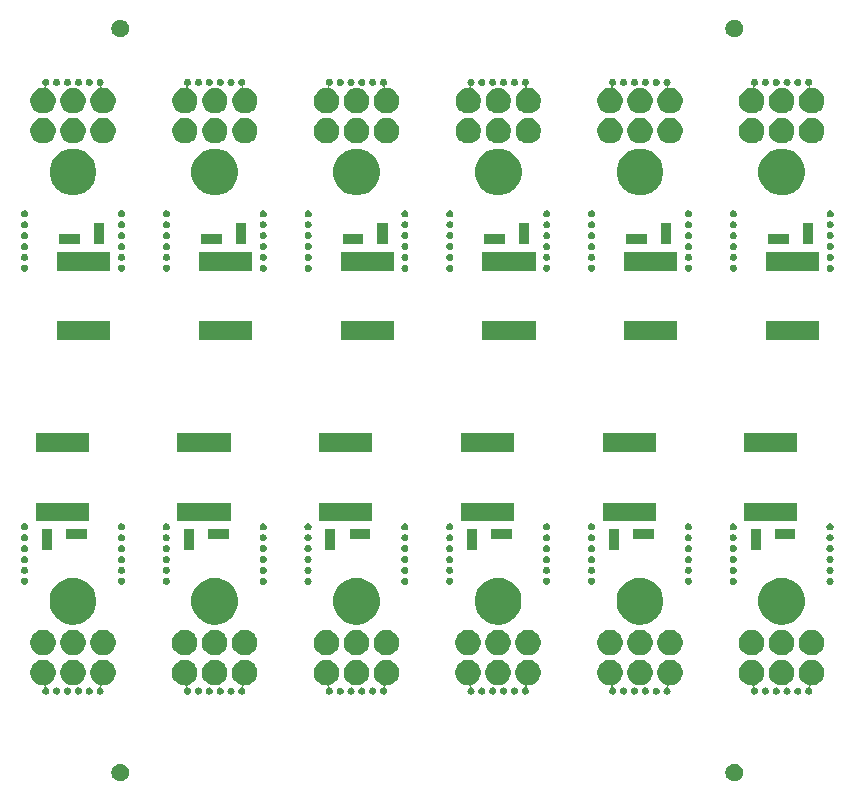
<source format=gts>
G04 #@! TF.GenerationSoftware,KiCad,Pcbnew,5.1.5-52549c5~84~ubuntu18.04.1*
G04 #@! TF.CreationDate,2020-03-17T11:40:12+01:00*
G04 #@! TF.ProjectId,output.A1335_long_I2C_panel,6f757470-7574-42e4-9131-3333355f6c6f,rev?*
G04 #@! TF.SameCoordinates,Original*
G04 #@! TF.FileFunction,Soldermask,Top*
G04 #@! TF.FilePolarity,Negative*
%FSLAX46Y46*%
G04 Gerber Fmt 4.6, Leading zero omitted, Abs format (unit mm)*
G04 Created by KiCad (PCBNEW 5.1.5-52549c5~84~ubuntu18.04.1) date 2020-03-17 11:40:12*
%MOMM*%
%LPD*%
G04 APERTURE LIST*
%ADD10C,0.100000*%
G04 APERTURE END LIST*
D10*
G36*
X171218766Y-122778821D02*
G01*
X171355257Y-122835358D01*
X171478097Y-122917437D01*
X171582563Y-123021903D01*
X171664642Y-123144743D01*
X171721179Y-123281234D01*
X171750000Y-123426130D01*
X171750000Y-123573870D01*
X171721179Y-123718766D01*
X171664642Y-123855257D01*
X171582563Y-123978097D01*
X171478097Y-124082563D01*
X171355257Y-124164642D01*
X171218766Y-124221179D01*
X171073870Y-124250000D01*
X170926130Y-124250000D01*
X170781234Y-124221179D01*
X170644743Y-124164642D01*
X170521903Y-124082563D01*
X170417437Y-123978097D01*
X170335358Y-123855257D01*
X170278821Y-123718766D01*
X170250000Y-123573870D01*
X170250000Y-123426130D01*
X170278821Y-123281234D01*
X170335358Y-123144743D01*
X170417437Y-123021903D01*
X170521903Y-122917437D01*
X170644743Y-122835358D01*
X170781234Y-122778821D01*
X170926130Y-122750000D01*
X171073870Y-122750000D01*
X171218766Y-122778821D01*
G37*
G36*
X119218766Y-122778821D02*
G01*
X119355257Y-122835358D01*
X119478097Y-122917437D01*
X119582563Y-123021903D01*
X119664642Y-123144743D01*
X119721179Y-123281234D01*
X119750000Y-123426130D01*
X119750000Y-123573870D01*
X119721179Y-123718766D01*
X119664642Y-123855257D01*
X119582563Y-123978097D01*
X119478097Y-124082563D01*
X119355257Y-124164642D01*
X119218766Y-124221179D01*
X119073870Y-124250000D01*
X118926130Y-124250000D01*
X118781234Y-124221179D01*
X118644743Y-124164642D01*
X118521903Y-124082563D01*
X118417437Y-123978097D01*
X118335358Y-123855257D01*
X118278821Y-123718766D01*
X118250000Y-123573870D01*
X118250000Y-123426130D01*
X118278821Y-123281234D01*
X118335358Y-123144743D01*
X118417437Y-123021903D01*
X118521903Y-122917437D01*
X118644743Y-122835358D01*
X118781234Y-122778821D01*
X118926130Y-122750000D01*
X119073870Y-122750000D01*
X119218766Y-122778821D01*
G37*
G36*
X161708789Y-116310375D02*
G01*
X161763604Y-116333080D01*
X161812936Y-116366043D01*
X161854889Y-116407996D01*
X161887852Y-116457328D01*
X161910557Y-116512143D01*
X161922132Y-116570334D01*
X161922132Y-116629666D01*
X161910557Y-116687857D01*
X161887852Y-116742672D01*
X161854889Y-116792004D01*
X161812936Y-116833957D01*
X161763604Y-116866920D01*
X161708789Y-116889625D01*
X161650598Y-116901200D01*
X161591266Y-116901200D01*
X161533075Y-116889625D01*
X161478260Y-116866920D01*
X161428928Y-116833957D01*
X161386975Y-116792004D01*
X161354012Y-116742672D01*
X161331307Y-116687857D01*
X161319732Y-116629666D01*
X161319732Y-116570334D01*
X161331307Y-116512143D01*
X161354012Y-116457328D01*
X161386975Y-116407996D01*
X161428928Y-116366043D01*
X161478260Y-116333080D01*
X161533075Y-116310375D01*
X161591266Y-116298800D01*
X161650598Y-116298800D01*
X161708789Y-116310375D01*
G37*
G36*
X177853766Y-114005647D02*
G01*
X178049529Y-114086735D01*
X178049530Y-114086736D01*
X178225713Y-114204457D01*
X178375543Y-114354287D01*
X178454202Y-114472009D01*
X178493265Y-114530471D01*
X178574353Y-114726234D01*
X178615690Y-114934052D01*
X178615690Y-115145948D01*
X178574353Y-115353766D01*
X178493265Y-115549529D01*
X178493264Y-115549530D01*
X178375543Y-115725713D01*
X178225713Y-115875543D01*
X178107991Y-115954202D01*
X178049529Y-115993265D01*
X177853766Y-116074353D01*
X177645948Y-116115690D01*
X177527826Y-116115690D01*
X177503440Y-116118092D01*
X177479991Y-116125205D01*
X177458380Y-116136756D01*
X177439438Y-116152301D01*
X177423893Y-116171243D01*
X177412342Y-116192854D01*
X177405229Y-116216303D01*
X177402827Y-116240689D01*
X177405229Y-116265075D01*
X177412342Y-116288524D01*
X177423893Y-116310135D01*
X177439438Y-116329077D01*
X177458378Y-116344620D01*
X177490440Y-116366043D01*
X177532393Y-116407996D01*
X177565356Y-116457328D01*
X177588061Y-116512143D01*
X177599636Y-116570334D01*
X177599636Y-116629666D01*
X177588061Y-116687857D01*
X177565356Y-116742672D01*
X177532393Y-116792004D01*
X177490440Y-116833957D01*
X177441108Y-116866920D01*
X177386293Y-116889625D01*
X177328102Y-116901200D01*
X177268770Y-116901200D01*
X177210579Y-116889625D01*
X177155764Y-116866920D01*
X177106432Y-116833957D01*
X177064479Y-116792004D01*
X177031516Y-116742672D01*
X177008811Y-116687857D01*
X176997236Y-116629666D01*
X176997236Y-116570334D01*
X177008811Y-116512143D01*
X177031516Y-116457328D01*
X177064479Y-116407996D01*
X177106432Y-116366043D01*
X177155764Y-116333080D01*
X177210579Y-116310375D01*
X177210580Y-116310375D01*
X177218713Y-116307006D01*
X177225422Y-116304970D01*
X177247031Y-116293415D01*
X177265970Y-116277867D01*
X177281513Y-116258923D01*
X177293060Y-116237310D01*
X177300170Y-116213860D01*
X177302568Y-116189474D01*
X177300162Y-116165088D01*
X177293046Y-116141640D01*
X177281491Y-116120031D01*
X177265943Y-116101092D01*
X177246999Y-116085549D01*
X177225404Y-116074009D01*
X177030471Y-115993265D01*
X176972009Y-115954202D01*
X176854287Y-115875543D01*
X176704457Y-115725713D01*
X176586736Y-115549530D01*
X176586735Y-115549529D01*
X176505647Y-115353766D01*
X176464310Y-115145948D01*
X176464310Y-114934052D01*
X176505647Y-114726234D01*
X176586735Y-114530471D01*
X176625798Y-114472009D01*
X176704457Y-114354287D01*
X176854287Y-114204457D01*
X177030470Y-114086736D01*
X177030471Y-114086735D01*
X177226234Y-114005647D01*
X177434052Y-113964310D01*
X177645948Y-113964310D01*
X177853766Y-114005647D01*
G37*
G36*
X149708789Y-116310375D02*
G01*
X149763604Y-116333080D01*
X149812936Y-116366043D01*
X149854889Y-116407996D01*
X149887852Y-116457328D01*
X149910557Y-116512143D01*
X149922132Y-116570334D01*
X149922132Y-116629666D01*
X149910557Y-116687857D01*
X149887852Y-116742672D01*
X149854889Y-116792004D01*
X149812936Y-116833957D01*
X149763604Y-116866920D01*
X149708789Y-116889625D01*
X149650598Y-116901200D01*
X149591266Y-116901200D01*
X149533075Y-116889625D01*
X149478260Y-116866920D01*
X149428928Y-116833957D01*
X149386975Y-116792004D01*
X149354012Y-116742672D01*
X149331307Y-116687857D01*
X149319732Y-116629666D01*
X149319732Y-116570334D01*
X149331307Y-116512143D01*
X149354012Y-116457328D01*
X149386975Y-116407996D01*
X149428928Y-116366043D01*
X149478260Y-116333080D01*
X149533075Y-116310375D01*
X149591266Y-116298800D01*
X149650598Y-116298800D01*
X149708789Y-116310375D01*
G37*
G36*
X150591378Y-116303058D02*
G01*
X150615759Y-116305459D01*
X150624769Y-116304572D01*
X150629190Y-116308200D01*
X150650799Y-116319750D01*
X150667496Y-116326666D01*
X150682980Y-116333080D01*
X150732312Y-116366043D01*
X150774265Y-116407996D01*
X150807228Y-116457328D01*
X150829933Y-116512143D01*
X150841508Y-116570334D01*
X150841508Y-116629666D01*
X150829933Y-116687857D01*
X150807228Y-116742672D01*
X150774265Y-116792004D01*
X150732312Y-116833957D01*
X150682980Y-116866920D01*
X150628165Y-116889625D01*
X150569974Y-116901200D01*
X150510642Y-116901200D01*
X150452451Y-116889625D01*
X150397636Y-116866920D01*
X150348304Y-116833957D01*
X150306351Y-116792004D01*
X150273388Y-116742672D01*
X150250683Y-116687857D01*
X150239108Y-116629666D01*
X150239108Y-116570334D01*
X150250683Y-116512143D01*
X150273388Y-116457328D01*
X150306351Y-116407996D01*
X150348304Y-116366043D01*
X150397636Y-116333080D01*
X150452451Y-116310375D01*
X150510642Y-116298800D01*
X150569974Y-116298800D01*
X150591378Y-116303058D01*
G37*
G36*
X151547541Y-116310375D02*
G01*
X151602356Y-116333080D01*
X151651688Y-116366043D01*
X151693641Y-116407996D01*
X151726604Y-116457328D01*
X151749309Y-116512143D01*
X151760884Y-116570334D01*
X151760884Y-116629666D01*
X151749309Y-116687857D01*
X151726604Y-116742672D01*
X151693641Y-116792004D01*
X151651688Y-116833957D01*
X151602356Y-116866920D01*
X151547541Y-116889625D01*
X151489350Y-116901200D01*
X151430018Y-116901200D01*
X151371827Y-116889625D01*
X151317012Y-116866920D01*
X151267680Y-116833957D01*
X151225727Y-116792004D01*
X151192764Y-116742672D01*
X151170059Y-116687857D01*
X151158484Y-116629666D01*
X151158484Y-116570334D01*
X151170059Y-116512143D01*
X151192764Y-116457328D01*
X151225727Y-116407996D01*
X151267680Y-116366043D01*
X151317012Y-116333080D01*
X151349188Y-116319752D01*
X151370794Y-116308204D01*
X151375225Y-116304567D01*
X151384247Y-116305456D01*
X151408630Y-116303054D01*
X151430018Y-116298800D01*
X151489350Y-116298800D01*
X151547541Y-116310375D01*
G37*
G36*
X152466917Y-116310375D02*
G01*
X152521732Y-116333080D01*
X152571064Y-116366043D01*
X152613017Y-116407996D01*
X152645980Y-116457328D01*
X152668685Y-116512143D01*
X152680260Y-116570334D01*
X152680260Y-116629666D01*
X152668685Y-116687857D01*
X152645980Y-116742672D01*
X152613017Y-116792004D01*
X152571064Y-116833957D01*
X152521732Y-116866920D01*
X152466917Y-116889625D01*
X152408726Y-116901200D01*
X152349394Y-116901200D01*
X152291203Y-116889625D01*
X152236388Y-116866920D01*
X152187056Y-116833957D01*
X152145103Y-116792004D01*
X152112140Y-116742672D01*
X152089435Y-116687857D01*
X152077860Y-116629666D01*
X152077860Y-116570334D01*
X152089435Y-116512143D01*
X152112140Y-116457328D01*
X152145103Y-116407996D01*
X152187056Y-116366043D01*
X152236388Y-116333080D01*
X152291203Y-116310375D01*
X152349394Y-116298800D01*
X152408726Y-116298800D01*
X152466917Y-116310375D01*
G37*
G36*
X153853766Y-114005647D02*
G01*
X154049529Y-114086735D01*
X154049530Y-114086736D01*
X154225713Y-114204457D01*
X154375543Y-114354287D01*
X154454202Y-114472009D01*
X154493265Y-114530471D01*
X154574353Y-114726234D01*
X154615690Y-114934052D01*
X154615690Y-115145948D01*
X154574353Y-115353766D01*
X154493265Y-115549529D01*
X154493264Y-115549530D01*
X154375543Y-115725713D01*
X154225713Y-115875543D01*
X154107991Y-115954202D01*
X154049529Y-115993265D01*
X153853766Y-116074353D01*
X153645948Y-116115690D01*
X153527826Y-116115690D01*
X153503440Y-116118092D01*
X153479991Y-116125205D01*
X153458380Y-116136756D01*
X153439438Y-116152301D01*
X153423893Y-116171243D01*
X153412342Y-116192854D01*
X153405229Y-116216303D01*
X153402827Y-116240689D01*
X153405229Y-116265075D01*
X153412342Y-116288524D01*
X153423893Y-116310135D01*
X153439438Y-116329077D01*
X153458378Y-116344620D01*
X153490440Y-116366043D01*
X153532393Y-116407996D01*
X153565356Y-116457328D01*
X153588061Y-116512143D01*
X153599636Y-116570334D01*
X153599636Y-116629666D01*
X153588061Y-116687857D01*
X153565356Y-116742672D01*
X153532393Y-116792004D01*
X153490440Y-116833957D01*
X153441108Y-116866920D01*
X153386293Y-116889625D01*
X153328102Y-116901200D01*
X153268770Y-116901200D01*
X153210579Y-116889625D01*
X153155764Y-116866920D01*
X153106432Y-116833957D01*
X153064479Y-116792004D01*
X153031516Y-116742672D01*
X153008811Y-116687857D01*
X152997236Y-116629666D01*
X152997236Y-116570334D01*
X153008811Y-116512143D01*
X153031516Y-116457328D01*
X153064479Y-116407996D01*
X153106432Y-116366043D01*
X153155764Y-116333080D01*
X153210579Y-116310375D01*
X153210580Y-116310375D01*
X153218713Y-116307006D01*
X153225422Y-116304970D01*
X153247031Y-116293415D01*
X153265970Y-116277867D01*
X153281513Y-116258923D01*
X153293060Y-116237310D01*
X153300170Y-116213860D01*
X153302568Y-116189474D01*
X153300162Y-116165088D01*
X153293046Y-116141640D01*
X153281491Y-116120031D01*
X153265943Y-116101092D01*
X153246999Y-116085549D01*
X153225404Y-116074009D01*
X153030471Y-115993265D01*
X152972009Y-115954202D01*
X152854287Y-115875543D01*
X152704457Y-115725713D01*
X152586736Y-115549530D01*
X152586735Y-115549529D01*
X152505647Y-115353766D01*
X152464310Y-115145948D01*
X152464310Y-114934052D01*
X152505647Y-114726234D01*
X152586735Y-114530471D01*
X152625798Y-114472009D01*
X152704457Y-114354287D01*
X152854287Y-114204457D01*
X153030470Y-114086736D01*
X153030471Y-114086735D01*
X153226234Y-114005647D01*
X153434052Y-113964310D01*
X153645948Y-113964310D01*
X153853766Y-114005647D01*
G37*
G36*
X165853766Y-114005647D02*
G01*
X166049529Y-114086735D01*
X166049530Y-114086736D01*
X166225713Y-114204457D01*
X166375543Y-114354287D01*
X166454202Y-114472009D01*
X166493265Y-114530471D01*
X166574353Y-114726234D01*
X166615690Y-114934052D01*
X166615690Y-115145948D01*
X166574353Y-115353766D01*
X166493265Y-115549529D01*
X166493264Y-115549530D01*
X166375543Y-115725713D01*
X166225713Y-115875543D01*
X166107991Y-115954202D01*
X166049529Y-115993265D01*
X165853766Y-116074353D01*
X165645948Y-116115690D01*
X165527826Y-116115690D01*
X165503440Y-116118092D01*
X165479991Y-116125205D01*
X165458380Y-116136756D01*
X165439438Y-116152301D01*
X165423893Y-116171243D01*
X165412342Y-116192854D01*
X165405229Y-116216303D01*
X165402827Y-116240689D01*
X165405229Y-116265075D01*
X165412342Y-116288524D01*
X165423893Y-116310135D01*
X165439438Y-116329077D01*
X165458378Y-116344620D01*
X165490440Y-116366043D01*
X165532393Y-116407996D01*
X165565356Y-116457328D01*
X165588061Y-116512143D01*
X165599636Y-116570334D01*
X165599636Y-116629666D01*
X165588061Y-116687857D01*
X165565356Y-116742672D01*
X165532393Y-116792004D01*
X165490440Y-116833957D01*
X165441108Y-116866920D01*
X165386293Y-116889625D01*
X165328102Y-116901200D01*
X165268770Y-116901200D01*
X165210579Y-116889625D01*
X165155764Y-116866920D01*
X165106432Y-116833957D01*
X165064479Y-116792004D01*
X165031516Y-116742672D01*
X165008811Y-116687857D01*
X164997236Y-116629666D01*
X164997236Y-116570334D01*
X165008811Y-116512143D01*
X165031516Y-116457328D01*
X165064479Y-116407996D01*
X165106432Y-116366043D01*
X165155764Y-116333080D01*
X165210579Y-116310375D01*
X165210580Y-116310375D01*
X165218713Y-116307006D01*
X165225422Y-116304970D01*
X165247031Y-116293415D01*
X165265970Y-116277867D01*
X165281513Y-116258923D01*
X165293060Y-116237310D01*
X165300170Y-116213860D01*
X165302568Y-116189474D01*
X165300162Y-116165088D01*
X165293046Y-116141640D01*
X165281491Y-116120031D01*
X165265943Y-116101092D01*
X165246999Y-116085549D01*
X165225404Y-116074009D01*
X165030471Y-115993265D01*
X164972009Y-115954202D01*
X164854287Y-115875543D01*
X164704457Y-115725713D01*
X164586736Y-115549530D01*
X164586735Y-115549529D01*
X164505647Y-115353766D01*
X164464310Y-115145948D01*
X164464310Y-114934052D01*
X164505647Y-114726234D01*
X164586735Y-114530471D01*
X164625798Y-114472009D01*
X164704457Y-114354287D01*
X164854287Y-114204457D01*
X165030470Y-114086736D01*
X165030471Y-114086735D01*
X165226234Y-114005647D01*
X165434052Y-113964310D01*
X165645948Y-113964310D01*
X165853766Y-114005647D01*
G37*
G36*
X164466917Y-116310375D02*
G01*
X164521732Y-116333080D01*
X164571064Y-116366043D01*
X164613017Y-116407996D01*
X164645980Y-116457328D01*
X164668685Y-116512143D01*
X164680260Y-116570334D01*
X164680260Y-116629666D01*
X164668685Y-116687857D01*
X164645980Y-116742672D01*
X164613017Y-116792004D01*
X164571064Y-116833957D01*
X164521732Y-116866920D01*
X164466917Y-116889625D01*
X164408726Y-116901200D01*
X164349394Y-116901200D01*
X164291203Y-116889625D01*
X164236388Y-116866920D01*
X164187056Y-116833957D01*
X164145103Y-116792004D01*
X164112140Y-116742672D01*
X164089435Y-116687857D01*
X164077860Y-116629666D01*
X164077860Y-116570334D01*
X164089435Y-116512143D01*
X164112140Y-116457328D01*
X164145103Y-116407996D01*
X164187056Y-116366043D01*
X164236388Y-116333080D01*
X164291203Y-116310375D01*
X164349394Y-116298800D01*
X164408726Y-116298800D01*
X164466917Y-116310375D01*
G37*
G36*
X163547541Y-116310375D02*
G01*
X163602356Y-116333080D01*
X163651688Y-116366043D01*
X163693641Y-116407996D01*
X163726604Y-116457328D01*
X163749309Y-116512143D01*
X163760884Y-116570334D01*
X163760884Y-116629666D01*
X163749309Y-116687857D01*
X163726604Y-116742672D01*
X163693641Y-116792004D01*
X163651688Y-116833957D01*
X163602356Y-116866920D01*
X163547541Y-116889625D01*
X163489350Y-116901200D01*
X163430018Y-116901200D01*
X163371827Y-116889625D01*
X163317012Y-116866920D01*
X163267680Y-116833957D01*
X163225727Y-116792004D01*
X163192764Y-116742672D01*
X163170059Y-116687857D01*
X163158484Y-116629666D01*
X163158484Y-116570334D01*
X163170059Y-116512143D01*
X163192764Y-116457328D01*
X163225727Y-116407996D01*
X163267680Y-116366043D01*
X163317012Y-116333080D01*
X163349188Y-116319752D01*
X163370794Y-116308204D01*
X163375225Y-116304567D01*
X163384247Y-116305456D01*
X163408630Y-116303054D01*
X163430018Y-116298800D01*
X163489350Y-116298800D01*
X163547541Y-116310375D01*
G37*
G36*
X162591378Y-116303058D02*
G01*
X162615759Y-116305459D01*
X162624769Y-116304572D01*
X162629190Y-116308200D01*
X162650799Y-116319750D01*
X162667496Y-116326666D01*
X162682980Y-116333080D01*
X162732312Y-116366043D01*
X162774265Y-116407996D01*
X162807228Y-116457328D01*
X162829933Y-116512143D01*
X162841508Y-116570334D01*
X162841508Y-116629666D01*
X162829933Y-116687857D01*
X162807228Y-116742672D01*
X162774265Y-116792004D01*
X162732312Y-116833957D01*
X162682980Y-116866920D01*
X162628165Y-116889625D01*
X162569974Y-116901200D01*
X162510642Y-116901200D01*
X162452451Y-116889625D01*
X162397636Y-116866920D01*
X162348304Y-116833957D01*
X162306351Y-116792004D01*
X162273388Y-116742672D01*
X162250683Y-116687857D01*
X162239108Y-116629666D01*
X162239108Y-116570334D01*
X162250683Y-116512143D01*
X162273388Y-116457328D01*
X162306351Y-116407996D01*
X162348304Y-116366043D01*
X162397636Y-116333080D01*
X162452451Y-116310375D01*
X162510642Y-116298800D01*
X162569974Y-116298800D01*
X162591378Y-116303058D01*
G37*
G36*
X126591378Y-116303058D02*
G01*
X126615759Y-116305459D01*
X126624769Y-116304572D01*
X126629190Y-116308200D01*
X126650799Y-116319750D01*
X126667496Y-116326666D01*
X126682980Y-116333080D01*
X126732312Y-116366043D01*
X126774265Y-116407996D01*
X126807228Y-116457328D01*
X126829933Y-116512143D01*
X126841508Y-116570334D01*
X126841508Y-116629666D01*
X126829933Y-116687857D01*
X126807228Y-116742672D01*
X126774265Y-116792004D01*
X126732312Y-116833957D01*
X126682980Y-116866920D01*
X126628165Y-116889625D01*
X126569974Y-116901200D01*
X126510642Y-116901200D01*
X126452451Y-116889625D01*
X126397636Y-116866920D01*
X126348304Y-116833957D01*
X126306351Y-116792004D01*
X126273388Y-116742672D01*
X126250683Y-116687857D01*
X126239108Y-116629666D01*
X126239108Y-116570334D01*
X126250683Y-116512143D01*
X126273388Y-116457328D01*
X126306351Y-116407996D01*
X126348304Y-116366043D01*
X126397636Y-116333080D01*
X126452451Y-116310375D01*
X126510642Y-116298800D01*
X126569974Y-116298800D01*
X126591378Y-116303058D01*
G37*
G36*
X160773766Y-114005647D02*
G01*
X160969529Y-114086735D01*
X160969530Y-114086736D01*
X161145713Y-114204457D01*
X161295543Y-114354287D01*
X161374202Y-114472009D01*
X161413265Y-114530471D01*
X161494353Y-114726234D01*
X161535690Y-114934052D01*
X161535690Y-115145948D01*
X161494353Y-115353766D01*
X161413265Y-115549529D01*
X161413264Y-115549530D01*
X161295543Y-115725713D01*
X161145713Y-115875543D01*
X161027991Y-115954202D01*
X160969529Y-115993265D01*
X160774593Y-116074011D01*
X160752982Y-116085562D01*
X160734040Y-116101108D01*
X160718495Y-116120050D01*
X160706944Y-116141660D01*
X160699831Y-116165109D01*
X160697429Y-116189495D01*
X160699831Y-116213881D01*
X160706944Y-116237330D01*
X160718495Y-116258941D01*
X160734041Y-116277883D01*
X160752983Y-116293428D01*
X160774593Y-116304979D01*
X160781285Y-116307008D01*
X160789414Y-116310375D01*
X160789413Y-116310375D01*
X160844228Y-116333080D01*
X160893560Y-116366043D01*
X160935513Y-116407996D01*
X160968476Y-116457328D01*
X160991181Y-116512143D01*
X161002756Y-116570334D01*
X161002756Y-116629666D01*
X160991181Y-116687857D01*
X160968476Y-116742672D01*
X160935513Y-116792004D01*
X160893560Y-116833957D01*
X160844228Y-116866920D01*
X160789413Y-116889625D01*
X160731222Y-116901200D01*
X160671890Y-116901200D01*
X160613699Y-116889625D01*
X160558884Y-116866920D01*
X160509552Y-116833957D01*
X160467599Y-116792004D01*
X160434636Y-116742672D01*
X160411931Y-116687857D01*
X160400356Y-116629666D01*
X160400356Y-116570334D01*
X160411931Y-116512143D01*
X160434636Y-116457328D01*
X160467599Y-116407996D01*
X160509552Y-116366043D01*
X160541614Y-116344620D01*
X160560553Y-116329077D01*
X160576099Y-116310135D01*
X160587650Y-116288525D01*
X160594763Y-116265076D01*
X160597165Y-116240690D01*
X160594763Y-116216303D01*
X160587650Y-116192854D01*
X160576099Y-116171244D01*
X160560554Y-116152302D01*
X160541612Y-116136756D01*
X160520002Y-116125205D01*
X160496553Y-116118092D01*
X160472166Y-116115690D01*
X160354052Y-116115690D01*
X160146234Y-116074353D01*
X159950471Y-115993265D01*
X159892009Y-115954202D01*
X159774287Y-115875543D01*
X159624457Y-115725713D01*
X159506736Y-115549530D01*
X159506735Y-115549529D01*
X159425647Y-115353766D01*
X159384310Y-115145948D01*
X159384310Y-114934052D01*
X159425647Y-114726234D01*
X159506735Y-114530471D01*
X159545798Y-114472009D01*
X159624457Y-114354287D01*
X159774287Y-114204457D01*
X159950470Y-114086736D01*
X159950471Y-114086735D01*
X160146234Y-114005647D01*
X160354052Y-113964310D01*
X160565948Y-113964310D01*
X160773766Y-114005647D01*
G37*
G36*
X172773766Y-114005647D02*
G01*
X172969529Y-114086735D01*
X172969530Y-114086736D01*
X173145713Y-114204457D01*
X173295543Y-114354287D01*
X173374202Y-114472009D01*
X173413265Y-114530471D01*
X173494353Y-114726234D01*
X173535690Y-114934052D01*
X173535690Y-115145948D01*
X173494353Y-115353766D01*
X173413265Y-115549529D01*
X173413264Y-115549530D01*
X173295543Y-115725713D01*
X173145713Y-115875543D01*
X173027991Y-115954202D01*
X172969529Y-115993265D01*
X172774593Y-116074011D01*
X172752982Y-116085562D01*
X172734040Y-116101108D01*
X172718495Y-116120050D01*
X172706944Y-116141660D01*
X172699831Y-116165109D01*
X172697429Y-116189495D01*
X172699831Y-116213881D01*
X172706944Y-116237330D01*
X172718495Y-116258941D01*
X172734041Y-116277883D01*
X172752983Y-116293428D01*
X172774593Y-116304979D01*
X172781285Y-116307008D01*
X172789414Y-116310375D01*
X172789413Y-116310375D01*
X172844228Y-116333080D01*
X172893560Y-116366043D01*
X172935513Y-116407996D01*
X172968476Y-116457328D01*
X172991181Y-116512143D01*
X173002756Y-116570334D01*
X173002756Y-116629666D01*
X172991181Y-116687857D01*
X172968476Y-116742672D01*
X172935513Y-116792004D01*
X172893560Y-116833957D01*
X172844228Y-116866920D01*
X172789413Y-116889625D01*
X172731222Y-116901200D01*
X172671890Y-116901200D01*
X172613699Y-116889625D01*
X172558884Y-116866920D01*
X172509552Y-116833957D01*
X172467599Y-116792004D01*
X172434636Y-116742672D01*
X172411931Y-116687857D01*
X172400356Y-116629666D01*
X172400356Y-116570334D01*
X172411931Y-116512143D01*
X172434636Y-116457328D01*
X172467599Y-116407996D01*
X172509552Y-116366043D01*
X172541614Y-116344620D01*
X172560553Y-116329077D01*
X172576099Y-116310135D01*
X172587650Y-116288525D01*
X172594763Y-116265076D01*
X172597165Y-116240690D01*
X172594763Y-116216303D01*
X172587650Y-116192854D01*
X172576099Y-116171244D01*
X172560554Y-116152302D01*
X172541612Y-116136756D01*
X172520002Y-116125205D01*
X172496553Y-116118092D01*
X172472166Y-116115690D01*
X172354052Y-116115690D01*
X172146234Y-116074353D01*
X171950471Y-115993265D01*
X171892009Y-115954202D01*
X171774287Y-115875543D01*
X171624457Y-115725713D01*
X171506736Y-115549530D01*
X171506735Y-115549529D01*
X171425647Y-115353766D01*
X171384310Y-115145948D01*
X171384310Y-114934052D01*
X171425647Y-114726234D01*
X171506735Y-114530471D01*
X171545798Y-114472009D01*
X171624457Y-114354287D01*
X171774287Y-114204457D01*
X171950470Y-114086736D01*
X171950471Y-114086735D01*
X172146234Y-114005647D01*
X172354052Y-113964310D01*
X172565948Y-113964310D01*
X172773766Y-114005647D01*
G37*
G36*
X173708789Y-116310375D02*
G01*
X173763604Y-116333080D01*
X173812936Y-116366043D01*
X173854889Y-116407996D01*
X173887852Y-116457328D01*
X173910557Y-116512143D01*
X173922132Y-116570334D01*
X173922132Y-116629666D01*
X173910557Y-116687857D01*
X173887852Y-116742672D01*
X173854889Y-116792004D01*
X173812936Y-116833957D01*
X173763604Y-116866920D01*
X173708789Y-116889625D01*
X173650598Y-116901200D01*
X173591266Y-116901200D01*
X173533075Y-116889625D01*
X173478260Y-116866920D01*
X173428928Y-116833957D01*
X173386975Y-116792004D01*
X173354012Y-116742672D01*
X173331307Y-116687857D01*
X173319732Y-116629666D01*
X173319732Y-116570334D01*
X173331307Y-116512143D01*
X173354012Y-116457328D01*
X173386975Y-116407996D01*
X173428928Y-116366043D01*
X173478260Y-116333080D01*
X173533075Y-116310375D01*
X173591266Y-116298800D01*
X173650598Y-116298800D01*
X173708789Y-116310375D01*
G37*
G36*
X174591378Y-116303058D02*
G01*
X174615759Y-116305459D01*
X174624769Y-116304572D01*
X174629190Y-116308200D01*
X174650799Y-116319750D01*
X174667496Y-116326666D01*
X174682980Y-116333080D01*
X174732312Y-116366043D01*
X174774265Y-116407996D01*
X174807228Y-116457328D01*
X174829933Y-116512143D01*
X174841508Y-116570334D01*
X174841508Y-116629666D01*
X174829933Y-116687857D01*
X174807228Y-116742672D01*
X174774265Y-116792004D01*
X174732312Y-116833957D01*
X174682980Y-116866920D01*
X174628165Y-116889625D01*
X174569974Y-116901200D01*
X174510642Y-116901200D01*
X174452451Y-116889625D01*
X174397636Y-116866920D01*
X174348304Y-116833957D01*
X174306351Y-116792004D01*
X174273388Y-116742672D01*
X174250683Y-116687857D01*
X174239108Y-116629666D01*
X174239108Y-116570334D01*
X174250683Y-116512143D01*
X174273388Y-116457328D01*
X174306351Y-116407996D01*
X174348304Y-116366043D01*
X174397636Y-116333080D01*
X174452451Y-116310375D01*
X174510642Y-116298800D01*
X174569974Y-116298800D01*
X174591378Y-116303058D01*
G37*
G36*
X175547541Y-116310375D02*
G01*
X175602356Y-116333080D01*
X175651688Y-116366043D01*
X175693641Y-116407996D01*
X175726604Y-116457328D01*
X175749309Y-116512143D01*
X175760884Y-116570334D01*
X175760884Y-116629666D01*
X175749309Y-116687857D01*
X175726604Y-116742672D01*
X175693641Y-116792004D01*
X175651688Y-116833957D01*
X175602356Y-116866920D01*
X175547541Y-116889625D01*
X175489350Y-116901200D01*
X175430018Y-116901200D01*
X175371827Y-116889625D01*
X175317012Y-116866920D01*
X175267680Y-116833957D01*
X175225727Y-116792004D01*
X175192764Y-116742672D01*
X175170059Y-116687857D01*
X175158484Y-116629666D01*
X175158484Y-116570334D01*
X175170059Y-116512143D01*
X175192764Y-116457328D01*
X175225727Y-116407996D01*
X175267680Y-116366043D01*
X175317012Y-116333080D01*
X175349188Y-116319752D01*
X175370794Y-116308204D01*
X175375225Y-116304567D01*
X175384247Y-116305456D01*
X175408630Y-116303054D01*
X175430018Y-116298800D01*
X175489350Y-116298800D01*
X175547541Y-116310375D01*
G37*
G36*
X176466917Y-116310375D02*
G01*
X176521732Y-116333080D01*
X176571064Y-116366043D01*
X176613017Y-116407996D01*
X176645980Y-116457328D01*
X176668685Y-116512143D01*
X176680260Y-116570334D01*
X176680260Y-116629666D01*
X176668685Y-116687857D01*
X176645980Y-116742672D01*
X176613017Y-116792004D01*
X176571064Y-116833957D01*
X176521732Y-116866920D01*
X176466917Y-116889625D01*
X176408726Y-116901200D01*
X176349394Y-116901200D01*
X176291203Y-116889625D01*
X176236388Y-116866920D01*
X176187056Y-116833957D01*
X176145103Y-116792004D01*
X176112140Y-116742672D01*
X176089435Y-116687857D01*
X176077860Y-116629666D01*
X176077860Y-116570334D01*
X176089435Y-116512143D01*
X176112140Y-116457328D01*
X176145103Y-116407996D01*
X176187056Y-116366043D01*
X176236388Y-116333080D01*
X176291203Y-116310375D01*
X176349394Y-116298800D01*
X176408726Y-116298800D01*
X176466917Y-116310375D01*
G37*
G36*
X124773766Y-114005647D02*
G01*
X124969529Y-114086735D01*
X124969530Y-114086736D01*
X125145713Y-114204457D01*
X125295543Y-114354287D01*
X125374202Y-114472009D01*
X125413265Y-114530471D01*
X125494353Y-114726234D01*
X125535690Y-114934052D01*
X125535690Y-115145948D01*
X125494353Y-115353766D01*
X125413265Y-115549529D01*
X125413264Y-115549530D01*
X125295543Y-115725713D01*
X125145713Y-115875543D01*
X125027991Y-115954202D01*
X124969529Y-115993265D01*
X124774593Y-116074011D01*
X124752982Y-116085562D01*
X124734040Y-116101108D01*
X124718495Y-116120050D01*
X124706944Y-116141660D01*
X124699831Y-116165109D01*
X124697429Y-116189495D01*
X124699831Y-116213881D01*
X124706944Y-116237330D01*
X124718495Y-116258941D01*
X124734041Y-116277883D01*
X124752983Y-116293428D01*
X124774593Y-116304979D01*
X124781285Y-116307008D01*
X124789414Y-116310375D01*
X124789413Y-116310375D01*
X124844228Y-116333080D01*
X124893560Y-116366043D01*
X124935513Y-116407996D01*
X124968476Y-116457328D01*
X124991181Y-116512143D01*
X125002756Y-116570334D01*
X125002756Y-116629666D01*
X124991181Y-116687857D01*
X124968476Y-116742672D01*
X124935513Y-116792004D01*
X124893560Y-116833957D01*
X124844228Y-116866920D01*
X124789413Y-116889625D01*
X124731222Y-116901200D01*
X124671890Y-116901200D01*
X124613699Y-116889625D01*
X124558884Y-116866920D01*
X124509552Y-116833957D01*
X124467599Y-116792004D01*
X124434636Y-116742672D01*
X124411931Y-116687857D01*
X124400356Y-116629666D01*
X124400356Y-116570334D01*
X124411931Y-116512143D01*
X124434636Y-116457328D01*
X124467599Y-116407996D01*
X124509552Y-116366043D01*
X124541614Y-116344620D01*
X124560553Y-116329077D01*
X124576099Y-116310135D01*
X124587650Y-116288525D01*
X124594763Y-116265076D01*
X124597165Y-116240690D01*
X124594763Y-116216303D01*
X124587650Y-116192854D01*
X124576099Y-116171244D01*
X124560554Y-116152302D01*
X124541612Y-116136756D01*
X124520002Y-116125205D01*
X124496553Y-116118092D01*
X124472166Y-116115690D01*
X124354052Y-116115690D01*
X124146234Y-116074353D01*
X123950471Y-115993265D01*
X123892009Y-115954202D01*
X123774287Y-115875543D01*
X123624457Y-115725713D01*
X123506736Y-115549530D01*
X123506735Y-115549529D01*
X123425647Y-115353766D01*
X123384310Y-115145948D01*
X123384310Y-114934052D01*
X123425647Y-114726234D01*
X123506735Y-114530471D01*
X123545798Y-114472009D01*
X123624457Y-114354287D01*
X123774287Y-114204457D01*
X123950470Y-114086736D01*
X123950471Y-114086735D01*
X124146234Y-114005647D01*
X124354052Y-113964310D01*
X124565948Y-113964310D01*
X124773766Y-114005647D01*
G37*
G36*
X125708789Y-116310375D02*
G01*
X125763604Y-116333080D01*
X125812936Y-116366043D01*
X125854889Y-116407996D01*
X125887852Y-116457328D01*
X125910557Y-116512143D01*
X125922132Y-116570334D01*
X125922132Y-116629666D01*
X125910557Y-116687857D01*
X125887852Y-116742672D01*
X125854889Y-116792004D01*
X125812936Y-116833957D01*
X125763604Y-116866920D01*
X125708789Y-116889625D01*
X125650598Y-116901200D01*
X125591266Y-116901200D01*
X125533075Y-116889625D01*
X125478260Y-116866920D01*
X125428928Y-116833957D01*
X125386975Y-116792004D01*
X125354012Y-116742672D01*
X125331307Y-116687857D01*
X125319732Y-116629666D01*
X125319732Y-116570334D01*
X125331307Y-116512143D01*
X125354012Y-116457328D01*
X125386975Y-116407996D01*
X125428928Y-116366043D01*
X125478260Y-116333080D01*
X125533075Y-116310375D01*
X125591266Y-116298800D01*
X125650598Y-116298800D01*
X125708789Y-116310375D01*
G37*
G36*
X117853766Y-114005647D02*
G01*
X118049529Y-114086735D01*
X118049530Y-114086736D01*
X118225713Y-114204457D01*
X118375543Y-114354287D01*
X118454202Y-114472009D01*
X118493265Y-114530471D01*
X118574353Y-114726234D01*
X118615690Y-114934052D01*
X118615690Y-115145948D01*
X118574353Y-115353766D01*
X118493265Y-115549529D01*
X118493264Y-115549530D01*
X118375543Y-115725713D01*
X118225713Y-115875543D01*
X118107991Y-115954202D01*
X118049529Y-115993265D01*
X117853766Y-116074353D01*
X117645948Y-116115690D01*
X117527826Y-116115690D01*
X117503440Y-116118092D01*
X117479991Y-116125205D01*
X117458380Y-116136756D01*
X117439438Y-116152301D01*
X117423893Y-116171243D01*
X117412342Y-116192854D01*
X117405229Y-116216303D01*
X117402827Y-116240689D01*
X117405229Y-116265075D01*
X117412342Y-116288524D01*
X117423893Y-116310135D01*
X117439438Y-116329077D01*
X117458378Y-116344620D01*
X117490440Y-116366043D01*
X117532393Y-116407996D01*
X117565356Y-116457328D01*
X117588061Y-116512143D01*
X117599636Y-116570334D01*
X117599636Y-116629666D01*
X117588061Y-116687857D01*
X117565356Y-116742672D01*
X117532393Y-116792004D01*
X117490440Y-116833957D01*
X117441108Y-116866920D01*
X117386293Y-116889625D01*
X117328102Y-116901200D01*
X117268770Y-116901200D01*
X117210579Y-116889625D01*
X117155764Y-116866920D01*
X117106432Y-116833957D01*
X117064479Y-116792004D01*
X117031516Y-116742672D01*
X117008811Y-116687857D01*
X116997236Y-116629666D01*
X116997236Y-116570334D01*
X117008811Y-116512143D01*
X117031516Y-116457328D01*
X117064479Y-116407996D01*
X117106432Y-116366043D01*
X117155764Y-116333080D01*
X117210579Y-116310375D01*
X117210580Y-116310375D01*
X117218713Y-116307006D01*
X117225422Y-116304970D01*
X117247031Y-116293415D01*
X117265970Y-116277867D01*
X117281513Y-116258923D01*
X117293060Y-116237310D01*
X117300170Y-116213860D01*
X117302568Y-116189474D01*
X117300162Y-116165088D01*
X117293046Y-116141640D01*
X117281491Y-116120031D01*
X117265943Y-116101092D01*
X117246999Y-116085549D01*
X117225404Y-116074009D01*
X117030471Y-115993265D01*
X116972009Y-115954202D01*
X116854287Y-115875543D01*
X116704457Y-115725713D01*
X116586736Y-115549530D01*
X116586735Y-115549529D01*
X116505647Y-115353766D01*
X116464310Y-115145948D01*
X116464310Y-114934052D01*
X116505647Y-114726234D01*
X116586735Y-114530471D01*
X116625798Y-114472009D01*
X116704457Y-114354287D01*
X116854287Y-114204457D01*
X117030470Y-114086736D01*
X117030471Y-114086735D01*
X117226234Y-114005647D01*
X117434052Y-113964310D01*
X117645948Y-113964310D01*
X117853766Y-114005647D01*
G37*
G36*
X148773766Y-114005647D02*
G01*
X148969529Y-114086735D01*
X148969530Y-114086736D01*
X149145713Y-114204457D01*
X149295543Y-114354287D01*
X149374202Y-114472009D01*
X149413265Y-114530471D01*
X149494353Y-114726234D01*
X149535690Y-114934052D01*
X149535690Y-115145948D01*
X149494353Y-115353766D01*
X149413265Y-115549529D01*
X149413264Y-115549530D01*
X149295543Y-115725713D01*
X149145713Y-115875543D01*
X149027991Y-115954202D01*
X148969529Y-115993265D01*
X148774593Y-116074011D01*
X148752982Y-116085562D01*
X148734040Y-116101108D01*
X148718495Y-116120050D01*
X148706944Y-116141660D01*
X148699831Y-116165109D01*
X148697429Y-116189495D01*
X148699831Y-116213881D01*
X148706944Y-116237330D01*
X148718495Y-116258941D01*
X148734041Y-116277883D01*
X148752983Y-116293428D01*
X148774593Y-116304979D01*
X148781285Y-116307008D01*
X148789414Y-116310375D01*
X148789413Y-116310375D01*
X148844228Y-116333080D01*
X148893560Y-116366043D01*
X148935513Y-116407996D01*
X148968476Y-116457328D01*
X148991181Y-116512143D01*
X149002756Y-116570334D01*
X149002756Y-116629666D01*
X148991181Y-116687857D01*
X148968476Y-116742672D01*
X148935513Y-116792004D01*
X148893560Y-116833957D01*
X148844228Y-116866920D01*
X148789413Y-116889625D01*
X148731222Y-116901200D01*
X148671890Y-116901200D01*
X148613699Y-116889625D01*
X148558884Y-116866920D01*
X148509552Y-116833957D01*
X148467599Y-116792004D01*
X148434636Y-116742672D01*
X148411931Y-116687857D01*
X148400356Y-116629666D01*
X148400356Y-116570334D01*
X148411931Y-116512143D01*
X148434636Y-116457328D01*
X148467599Y-116407996D01*
X148509552Y-116366043D01*
X148541614Y-116344620D01*
X148560553Y-116329077D01*
X148576099Y-116310135D01*
X148587650Y-116288525D01*
X148594763Y-116265076D01*
X148597165Y-116240690D01*
X148594763Y-116216303D01*
X148587650Y-116192854D01*
X148576099Y-116171244D01*
X148560554Y-116152302D01*
X148541612Y-116136756D01*
X148520002Y-116125205D01*
X148496553Y-116118092D01*
X148472166Y-116115690D01*
X148354052Y-116115690D01*
X148146234Y-116074353D01*
X147950471Y-115993265D01*
X147892009Y-115954202D01*
X147774287Y-115875543D01*
X147624457Y-115725713D01*
X147506736Y-115549530D01*
X147506735Y-115549529D01*
X147425647Y-115353766D01*
X147384310Y-115145948D01*
X147384310Y-114934052D01*
X147425647Y-114726234D01*
X147506735Y-114530471D01*
X147545798Y-114472009D01*
X147624457Y-114354287D01*
X147774287Y-114204457D01*
X147950470Y-114086736D01*
X147950471Y-114086735D01*
X148146234Y-114005647D01*
X148354052Y-113964310D01*
X148565948Y-113964310D01*
X148773766Y-114005647D01*
G37*
G36*
X127547541Y-116310375D02*
G01*
X127602356Y-116333080D01*
X127651688Y-116366043D01*
X127693641Y-116407996D01*
X127726604Y-116457328D01*
X127749309Y-116512143D01*
X127760884Y-116570334D01*
X127760884Y-116629666D01*
X127749309Y-116687857D01*
X127726604Y-116742672D01*
X127693641Y-116792004D01*
X127651688Y-116833957D01*
X127602356Y-116866920D01*
X127547541Y-116889625D01*
X127489350Y-116901200D01*
X127430018Y-116901200D01*
X127371827Y-116889625D01*
X127317012Y-116866920D01*
X127267680Y-116833957D01*
X127225727Y-116792004D01*
X127192764Y-116742672D01*
X127170059Y-116687857D01*
X127158484Y-116629666D01*
X127158484Y-116570334D01*
X127170059Y-116512143D01*
X127192764Y-116457328D01*
X127225727Y-116407996D01*
X127267680Y-116366043D01*
X127317012Y-116333080D01*
X127349188Y-116319752D01*
X127370794Y-116308204D01*
X127375225Y-116304567D01*
X127384247Y-116305456D01*
X127408630Y-116303054D01*
X127430018Y-116298800D01*
X127489350Y-116298800D01*
X127547541Y-116310375D01*
G37*
G36*
X115547541Y-116310375D02*
G01*
X115602356Y-116333080D01*
X115651688Y-116366043D01*
X115693641Y-116407996D01*
X115726604Y-116457328D01*
X115749309Y-116512143D01*
X115760884Y-116570334D01*
X115760884Y-116629666D01*
X115749309Y-116687857D01*
X115726604Y-116742672D01*
X115693641Y-116792004D01*
X115651688Y-116833957D01*
X115602356Y-116866920D01*
X115547541Y-116889625D01*
X115489350Y-116901200D01*
X115430018Y-116901200D01*
X115371827Y-116889625D01*
X115317012Y-116866920D01*
X115267680Y-116833957D01*
X115225727Y-116792004D01*
X115192764Y-116742672D01*
X115170059Y-116687857D01*
X115158484Y-116629666D01*
X115158484Y-116570334D01*
X115170059Y-116512143D01*
X115192764Y-116457328D01*
X115225727Y-116407996D01*
X115267680Y-116366043D01*
X115317012Y-116333080D01*
X115349188Y-116319752D01*
X115370794Y-116308204D01*
X115375225Y-116304567D01*
X115384247Y-116305456D01*
X115408630Y-116303054D01*
X115430018Y-116298800D01*
X115489350Y-116298800D01*
X115547541Y-116310375D01*
G37*
G36*
X128466917Y-116310375D02*
G01*
X128521732Y-116333080D01*
X128571064Y-116366043D01*
X128613017Y-116407996D01*
X128645980Y-116457328D01*
X128668685Y-116512143D01*
X128680260Y-116570334D01*
X128680260Y-116629666D01*
X128668685Y-116687857D01*
X128645980Y-116742672D01*
X128613017Y-116792004D01*
X128571064Y-116833957D01*
X128521732Y-116866920D01*
X128466917Y-116889625D01*
X128408726Y-116901200D01*
X128349394Y-116901200D01*
X128291203Y-116889625D01*
X128236388Y-116866920D01*
X128187056Y-116833957D01*
X128145103Y-116792004D01*
X128112140Y-116742672D01*
X128089435Y-116687857D01*
X128077860Y-116629666D01*
X128077860Y-116570334D01*
X128089435Y-116512143D01*
X128112140Y-116457328D01*
X128145103Y-116407996D01*
X128187056Y-116366043D01*
X128236388Y-116333080D01*
X128291203Y-116310375D01*
X128349394Y-116298800D01*
X128408726Y-116298800D01*
X128466917Y-116310375D01*
G37*
G36*
X129853766Y-114005647D02*
G01*
X130049529Y-114086735D01*
X130049530Y-114086736D01*
X130225713Y-114204457D01*
X130375543Y-114354287D01*
X130454202Y-114472009D01*
X130493265Y-114530471D01*
X130574353Y-114726234D01*
X130615690Y-114934052D01*
X130615690Y-115145948D01*
X130574353Y-115353766D01*
X130493265Y-115549529D01*
X130493264Y-115549530D01*
X130375543Y-115725713D01*
X130225713Y-115875543D01*
X130107991Y-115954202D01*
X130049529Y-115993265D01*
X129853766Y-116074353D01*
X129645948Y-116115690D01*
X129527826Y-116115690D01*
X129503440Y-116118092D01*
X129479991Y-116125205D01*
X129458380Y-116136756D01*
X129439438Y-116152301D01*
X129423893Y-116171243D01*
X129412342Y-116192854D01*
X129405229Y-116216303D01*
X129402827Y-116240689D01*
X129405229Y-116265075D01*
X129412342Y-116288524D01*
X129423893Y-116310135D01*
X129439438Y-116329077D01*
X129458378Y-116344620D01*
X129490440Y-116366043D01*
X129532393Y-116407996D01*
X129565356Y-116457328D01*
X129588061Y-116512143D01*
X129599636Y-116570334D01*
X129599636Y-116629666D01*
X129588061Y-116687857D01*
X129565356Y-116742672D01*
X129532393Y-116792004D01*
X129490440Y-116833957D01*
X129441108Y-116866920D01*
X129386293Y-116889625D01*
X129328102Y-116901200D01*
X129268770Y-116901200D01*
X129210579Y-116889625D01*
X129155764Y-116866920D01*
X129106432Y-116833957D01*
X129064479Y-116792004D01*
X129031516Y-116742672D01*
X129008811Y-116687857D01*
X128997236Y-116629666D01*
X128997236Y-116570334D01*
X129008811Y-116512143D01*
X129031516Y-116457328D01*
X129064479Y-116407996D01*
X129106432Y-116366043D01*
X129155764Y-116333080D01*
X129210579Y-116310375D01*
X129210580Y-116310375D01*
X129218713Y-116307006D01*
X129225422Y-116304970D01*
X129247031Y-116293415D01*
X129265970Y-116277867D01*
X129281513Y-116258923D01*
X129293060Y-116237310D01*
X129300170Y-116213860D01*
X129302568Y-116189474D01*
X129300162Y-116165088D01*
X129293046Y-116141640D01*
X129281491Y-116120031D01*
X129265943Y-116101092D01*
X129246999Y-116085549D01*
X129225404Y-116074009D01*
X129030471Y-115993265D01*
X128972009Y-115954202D01*
X128854287Y-115875543D01*
X128704457Y-115725713D01*
X128586736Y-115549530D01*
X128586735Y-115549529D01*
X128505647Y-115353766D01*
X128464310Y-115145948D01*
X128464310Y-114934052D01*
X128505647Y-114726234D01*
X128586735Y-114530471D01*
X128625798Y-114472009D01*
X128704457Y-114354287D01*
X128854287Y-114204457D01*
X129030470Y-114086736D01*
X129030471Y-114086735D01*
X129226234Y-114005647D01*
X129434052Y-113964310D01*
X129645948Y-113964310D01*
X129853766Y-114005647D01*
G37*
G36*
X136773766Y-114005647D02*
G01*
X136969529Y-114086735D01*
X136969530Y-114086736D01*
X137145713Y-114204457D01*
X137295543Y-114354287D01*
X137374202Y-114472009D01*
X137413265Y-114530471D01*
X137494353Y-114726234D01*
X137535690Y-114934052D01*
X137535690Y-115145948D01*
X137494353Y-115353766D01*
X137413265Y-115549529D01*
X137413264Y-115549530D01*
X137295543Y-115725713D01*
X137145713Y-115875543D01*
X137027991Y-115954202D01*
X136969529Y-115993265D01*
X136774593Y-116074011D01*
X136752982Y-116085562D01*
X136734040Y-116101108D01*
X136718495Y-116120050D01*
X136706944Y-116141660D01*
X136699831Y-116165109D01*
X136697429Y-116189495D01*
X136699831Y-116213881D01*
X136706944Y-116237330D01*
X136718495Y-116258941D01*
X136734041Y-116277883D01*
X136752983Y-116293428D01*
X136774593Y-116304979D01*
X136781285Y-116307008D01*
X136789414Y-116310375D01*
X136789413Y-116310375D01*
X136844228Y-116333080D01*
X136893560Y-116366043D01*
X136935513Y-116407996D01*
X136968476Y-116457328D01*
X136991181Y-116512143D01*
X137002756Y-116570334D01*
X137002756Y-116629666D01*
X136991181Y-116687857D01*
X136968476Y-116742672D01*
X136935513Y-116792004D01*
X136893560Y-116833957D01*
X136844228Y-116866920D01*
X136789413Y-116889625D01*
X136731222Y-116901200D01*
X136671890Y-116901200D01*
X136613699Y-116889625D01*
X136558884Y-116866920D01*
X136509552Y-116833957D01*
X136467599Y-116792004D01*
X136434636Y-116742672D01*
X136411931Y-116687857D01*
X136400356Y-116629666D01*
X136400356Y-116570334D01*
X136411931Y-116512143D01*
X136434636Y-116457328D01*
X136467599Y-116407996D01*
X136509552Y-116366043D01*
X136541614Y-116344620D01*
X136560553Y-116329077D01*
X136576099Y-116310135D01*
X136587650Y-116288525D01*
X136594763Y-116265076D01*
X136597165Y-116240690D01*
X136594763Y-116216303D01*
X136587650Y-116192854D01*
X136576099Y-116171244D01*
X136560554Y-116152302D01*
X136541612Y-116136756D01*
X136520002Y-116125205D01*
X136496553Y-116118092D01*
X136472166Y-116115690D01*
X136354052Y-116115690D01*
X136146234Y-116074353D01*
X135950471Y-115993265D01*
X135892009Y-115954202D01*
X135774287Y-115875543D01*
X135624457Y-115725713D01*
X135506736Y-115549530D01*
X135506735Y-115549529D01*
X135425647Y-115353766D01*
X135384310Y-115145948D01*
X135384310Y-114934052D01*
X135425647Y-114726234D01*
X135506735Y-114530471D01*
X135545798Y-114472009D01*
X135624457Y-114354287D01*
X135774287Y-114204457D01*
X135950470Y-114086736D01*
X135950471Y-114086735D01*
X136146234Y-114005647D01*
X136354052Y-113964310D01*
X136565948Y-113964310D01*
X136773766Y-114005647D01*
G37*
G36*
X137708789Y-116310375D02*
G01*
X137763604Y-116333080D01*
X137812936Y-116366043D01*
X137854889Y-116407996D01*
X137887852Y-116457328D01*
X137910557Y-116512143D01*
X137922132Y-116570334D01*
X137922132Y-116629666D01*
X137910557Y-116687857D01*
X137887852Y-116742672D01*
X137854889Y-116792004D01*
X137812936Y-116833957D01*
X137763604Y-116866920D01*
X137708789Y-116889625D01*
X137650598Y-116901200D01*
X137591266Y-116901200D01*
X137533075Y-116889625D01*
X137478260Y-116866920D01*
X137428928Y-116833957D01*
X137386975Y-116792004D01*
X137354012Y-116742672D01*
X137331307Y-116687857D01*
X137319732Y-116629666D01*
X137319732Y-116570334D01*
X137331307Y-116512143D01*
X137354012Y-116457328D01*
X137386975Y-116407996D01*
X137428928Y-116366043D01*
X137478260Y-116333080D01*
X137533075Y-116310375D01*
X137591266Y-116298800D01*
X137650598Y-116298800D01*
X137708789Y-116310375D01*
G37*
G36*
X138591378Y-116303058D02*
G01*
X138615759Y-116305459D01*
X138624769Y-116304572D01*
X138629190Y-116308200D01*
X138650799Y-116319750D01*
X138667496Y-116326666D01*
X138682980Y-116333080D01*
X138732312Y-116366043D01*
X138774265Y-116407996D01*
X138807228Y-116457328D01*
X138829933Y-116512143D01*
X138841508Y-116570334D01*
X138841508Y-116629666D01*
X138829933Y-116687857D01*
X138807228Y-116742672D01*
X138774265Y-116792004D01*
X138732312Y-116833957D01*
X138682980Y-116866920D01*
X138628165Y-116889625D01*
X138569974Y-116901200D01*
X138510642Y-116901200D01*
X138452451Y-116889625D01*
X138397636Y-116866920D01*
X138348304Y-116833957D01*
X138306351Y-116792004D01*
X138273388Y-116742672D01*
X138250683Y-116687857D01*
X138239108Y-116629666D01*
X138239108Y-116570334D01*
X138250683Y-116512143D01*
X138273388Y-116457328D01*
X138306351Y-116407996D01*
X138348304Y-116366043D01*
X138397636Y-116333080D01*
X138452451Y-116310375D01*
X138510642Y-116298800D01*
X138569974Y-116298800D01*
X138591378Y-116303058D01*
G37*
G36*
X139547541Y-116310375D02*
G01*
X139602356Y-116333080D01*
X139651688Y-116366043D01*
X139693641Y-116407996D01*
X139726604Y-116457328D01*
X139749309Y-116512143D01*
X139760884Y-116570334D01*
X139760884Y-116629666D01*
X139749309Y-116687857D01*
X139726604Y-116742672D01*
X139693641Y-116792004D01*
X139651688Y-116833957D01*
X139602356Y-116866920D01*
X139547541Y-116889625D01*
X139489350Y-116901200D01*
X139430018Y-116901200D01*
X139371827Y-116889625D01*
X139317012Y-116866920D01*
X139267680Y-116833957D01*
X139225727Y-116792004D01*
X139192764Y-116742672D01*
X139170059Y-116687857D01*
X139158484Y-116629666D01*
X139158484Y-116570334D01*
X139170059Y-116512143D01*
X139192764Y-116457328D01*
X139225727Y-116407996D01*
X139267680Y-116366043D01*
X139317012Y-116333080D01*
X139349188Y-116319752D01*
X139370794Y-116308204D01*
X139375225Y-116304567D01*
X139384247Y-116305456D01*
X139408630Y-116303054D01*
X139430018Y-116298800D01*
X139489350Y-116298800D01*
X139547541Y-116310375D01*
G37*
G36*
X140466917Y-116310375D02*
G01*
X140521732Y-116333080D01*
X140571064Y-116366043D01*
X140613017Y-116407996D01*
X140645980Y-116457328D01*
X140668685Y-116512143D01*
X140680260Y-116570334D01*
X140680260Y-116629666D01*
X140668685Y-116687857D01*
X140645980Y-116742672D01*
X140613017Y-116792004D01*
X140571064Y-116833957D01*
X140521732Y-116866920D01*
X140466917Y-116889625D01*
X140408726Y-116901200D01*
X140349394Y-116901200D01*
X140291203Y-116889625D01*
X140236388Y-116866920D01*
X140187056Y-116833957D01*
X140145103Y-116792004D01*
X140112140Y-116742672D01*
X140089435Y-116687857D01*
X140077860Y-116629666D01*
X140077860Y-116570334D01*
X140089435Y-116512143D01*
X140112140Y-116457328D01*
X140145103Y-116407996D01*
X140187056Y-116366043D01*
X140236388Y-116333080D01*
X140291203Y-116310375D01*
X140349394Y-116298800D01*
X140408726Y-116298800D01*
X140466917Y-116310375D01*
G37*
G36*
X141853766Y-114005647D02*
G01*
X142049529Y-114086735D01*
X142049530Y-114086736D01*
X142225713Y-114204457D01*
X142375543Y-114354287D01*
X142454202Y-114472009D01*
X142493265Y-114530471D01*
X142574353Y-114726234D01*
X142615690Y-114934052D01*
X142615690Y-115145948D01*
X142574353Y-115353766D01*
X142493265Y-115549529D01*
X142493264Y-115549530D01*
X142375543Y-115725713D01*
X142225713Y-115875543D01*
X142107991Y-115954202D01*
X142049529Y-115993265D01*
X141853766Y-116074353D01*
X141645948Y-116115690D01*
X141527826Y-116115690D01*
X141503440Y-116118092D01*
X141479991Y-116125205D01*
X141458380Y-116136756D01*
X141439438Y-116152301D01*
X141423893Y-116171243D01*
X141412342Y-116192854D01*
X141405229Y-116216303D01*
X141402827Y-116240689D01*
X141405229Y-116265075D01*
X141412342Y-116288524D01*
X141423893Y-116310135D01*
X141439438Y-116329077D01*
X141458378Y-116344620D01*
X141490440Y-116366043D01*
X141532393Y-116407996D01*
X141565356Y-116457328D01*
X141588061Y-116512143D01*
X141599636Y-116570334D01*
X141599636Y-116629666D01*
X141588061Y-116687857D01*
X141565356Y-116742672D01*
X141532393Y-116792004D01*
X141490440Y-116833957D01*
X141441108Y-116866920D01*
X141386293Y-116889625D01*
X141328102Y-116901200D01*
X141268770Y-116901200D01*
X141210579Y-116889625D01*
X141155764Y-116866920D01*
X141106432Y-116833957D01*
X141064479Y-116792004D01*
X141031516Y-116742672D01*
X141008811Y-116687857D01*
X140997236Y-116629666D01*
X140997236Y-116570334D01*
X141008811Y-116512143D01*
X141031516Y-116457328D01*
X141064479Y-116407996D01*
X141106432Y-116366043D01*
X141155764Y-116333080D01*
X141210579Y-116310375D01*
X141210580Y-116310375D01*
X141218713Y-116307006D01*
X141225422Y-116304970D01*
X141247031Y-116293415D01*
X141265970Y-116277867D01*
X141281513Y-116258923D01*
X141293060Y-116237310D01*
X141300170Y-116213860D01*
X141302568Y-116189474D01*
X141300162Y-116165088D01*
X141293046Y-116141640D01*
X141281491Y-116120031D01*
X141265943Y-116101092D01*
X141246999Y-116085549D01*
X141225404Y-116074009D01*
X141030471Y-115993265D01*
X140972009Y-115954202D01*
X140854287Y-115875543D01*
X140704457Y-115725713D01*
X140586736Y-115549530D01*
X140586735Y-115549529D01*
X140505647Y-115353766D01*
X140464310Y-115145948D01*
X140464310Y-114934052D01*
X140505647Y-114726234D01*
X140586735Y-114530471D01*
X140625798Y-114472009D01*
X140704457Y-114354287D01*
X140854287Y-114204457D01*
X141030470Y-114086736D01*
X141030471Y-114086735D01*
X141226234Y-114005647D01*
X141434052Y-113964310D01*
X141645948Y-113964310D01*
X141853766Y-114005647D01*
G37*
G36*
X116466917Y-116310375D02*
G01*
X116521732Y-116333080D01*
X116571064Y-116366043D01*
X116613017Y-116407996D01*
X116645980Y-116457328D01*
X116668685Y-116512143D01*
X116680260Y-116570334D01*
X116680260Y-116629666D01*
X116668685Y-116687857D01*
X116645980Y-116742672D01*
X116613017Y-116792004D01*
X116571064Y-116833957D01*
X116521732Y-116866920D01*
X116466917Y-116889625D01*
X116408726Y-116901200D01*
X116349394Y-116901200D01*
X116291203Y-116889625D01*
X116236388Y-116866920D01*
X116187056Y-116833957D01*
X116145103Y-116792004D01*
X116112140Y-116742672D01*
X116089435Y-116687857D01*
X116077860Y-116629666D01*
X116077860Y-116570334D01*
X116089435Y-116512143D01*
X116112140Y-116457328D01*
X116145103Y-116407996D01*
X116187056Y-116366043D01*
X116236388Y-116333080D01*
X116291203Y-116310375D01*
X116349394Y-116298800D01*
X116408726Y-116298800D01*
X116466917Y-116310375D01*
G37*
G36*
X112773766Y-114005647D02*
G01*
X112969529Y-114086735D01*
X112969530Y-114086736D01*
X113145713Y-114204457D01*
X113295543Y-114354287D01*
X113374202Y-114472009D01*
X113413265Y-114530471D01*
X113494353Y-114726234D01*
X113535690Y-114934052D01*
X113535690Y-115145948D01*
X113494353Y-115353766D01*
X113413265Y-115549529D01*
X113413264Y-115549530D01*
X113295543Y-115725713D01*
X113145713Y-115875543D01*
X113027991Y-115954202D01*
X112969529Y-115993265D01*
X112774593Y-116074011D01*
X112752982Y-116085562D01*
X112734040Y-116101108D01*
X112718495Y-116120050D01*
X112706944Y-116141660D01*
X112699831Y-116165109D01*
X112697429Y-116189495D01*
X112699831Y-116213881D01*
X112706944Y-116237330D01*
X112718495Y-116258941D01*
X112734041Y-116277883D01*
X112752983Y-116293428D01*
X112774593Y-116304979D01*
X112781285Y-116307008D01*
X112789414Y-116310375D01*
X112789413Y-116310375D01*
X112844228Y-116333080D01*
X112893560Y-116366043D01*
X112935513Y-116407996D01*
X112968476Y-116457328D01*
X112991181Y-116512143D01*
X113002756Y-116570334D01*
X113002756Y-116629666D01*
X112991181Y-116687857D01*
X112968476Y-116742672D01*
X112935513Y-116792004D01*
X112893560Y-116833957D01*
X112844228Y-116866920D01*
X112789413Y-116889625D01*
X112731222Y-116901200D01*
X112671890Y-116901200D01*
X112613699Y-116889625D01*
X112558884Y-116866920D01*
X112509552Y-116833957D01*
X112467599Y-116792004D01*
X112434636Y-116742672D01*
X112411931Y-116687857D01*
X112400356Y-116629666D01*
X112400356Y-116570334D01*
X112411931Y-116512143D01*
X112434636Y-116457328D01*
X112467599Y-116407996D01*
X112509552Y-116366043D01*
X112541614Y-116344620D01*
X112560553Y-116329077D01*
X112576099Y-116310135D01*
X112587650Y-116288525D01*
X112594763Y-116265076D01*
X112597165Y-116240690D01*
X112594763Y-116216303D01*
X112587650Y-116192854D01*
X112576099Y-116171244D01*
X112560554Y-116152302D01*
X112541612Y-116136756D01*
X112520002Y-116125205D01*
X112496553Y-116118092D01*
X112472166Y-116115690D01*
X112354052Y-116115690D01*
X112146234Y-116074353D01*
X111950471Y-115993265D01*
X111892009Y-115954202D01*
X111774287Y-115875543D01*
X111624457Y-115725713D01*
X111506736Y-115549530D01*
X111506735Y-115549529D01*
X111425647Y-115353766D01*
X111384310Y-115145948D01*
X111384310Y-114934052D01*
X111425647Y-114726234D01*
X111506735Y-114530471D01*
X111545798Y-114472009D01*
X111624457Y-114354287D01*
X111774287Y-114204457D01*
X111950470Y-114086736D01*
X111950471Y-114086735D01*
X112146234Y-114005647D01*
X112354052Y-113964310D01*
X112565948Y-113964310D01*
X112773766Y-114005647D01*
G37*
G36*
X113708789Y-116310375D02*
G01*
X113763604Y-116333080D01*
X113812936Y-116366043D01*
X113854889Y-116407996D01*
X113887852Y-116457328D01*
X113910557Y-116512143D01*
X113922132Y-116570334D01*
X113922132Y-116629666D01*
X113910557Y-116687857D01*
X113887852Y-116742672D01*
X113854889Y-116792004D01*
X113812936Y-116833957D01*
X113763604Y-116866920D01*
X113708789Y-116889625D01*
X113650598Y-116901200D01*
X113591266Y-116901200D01*
X113533075Y-116889625D01*
X113478260Y-116866920D01*
X113428928Y-116833957D01*
X113386975Y-116792004D01*
X113354012Y-116742672D01*
X113331307Y-116687857D01*
X113319732Y-116629666D01*
X113319732Y-116570334D01*
X113331307Y-116512143D01*
X113354012Y-116457328D01*
X113386975Y-116407996D01*
X113428928Y-116366043D01*
X113478260Y-116333080D01*
X113533075Y-116310375D01*
X113591266Y-116298800D01*
X113650598Y-116298800D01*
X113708789Y-116310375D01*
G37*
G36*
X114591378Y-116303058D02*
G01*
X114615759Y-116305459D01*
X114624769Y-116304572D01*
X114629190Y-116308200D01*
X114650799Y-116319750D01*
X114667496Y-116326666D01*
X114682980Y-116333080D01*
X114732312Y-116366043D01*
X114774265Y-116407996D01*
X114807228Y-116457328D01*
X114829933Y-116512143D01*
X114841508Y-116570334D01*
X114841508Y-116629666D01*
X114829933Y-116687857D01*
X114807228Y-116742672D01*
X114774265Y-116792004D01*
X114732312Y-116833957D01*
X114682980Y-116866920D01*
X114628165Y-116889625D01*
X114569974Y-116901200D01*
X114510642Y-116901200D01*
X114452451Y-116889625D01*
X114397636Y-116866920D01*
X114348304Y-116833957D01*
X114306351Y-116792004D01*
X114273388Y-116742672D01*
X114250683Y-116687857D01*
X114239108Y-116629666D01*
X114239108Y-116570334D01*
X114250683Y-116512143D01*
X114273388Y-116457328D01*
X114306351Y-116407996D01*
X114348304Y-116366043D01*
X114397636Y-116333080D01*
X114452451Y-116310375D01*
X114510642Y-116298800D01*
X114569974Y-116298800D01*
X114591378Y-116303058D01*
G37*
G36*
X175313766Y-114005647D02*
G01*
X175509529Y-114086735D01*
X175509530Y-114086736D01*
X175685713Y-114204457D01*
X175835543Y-114354287D01*
X175914202Y-114472009D01*
X175953265Y-114530471D01*
X176034353Y-114726234D01*
X176075690Y-114934052D01*
X176075690Y-115145948D01*
X176034353Y-115353766D01*
X175953265Y-115549529D01*
X175953264Y-115549530D01*
X175835543Y-115725713D01*
X175685713Y-115875543D01*
X175567991Y-115954202D01*
X175509529Y-115993265D01*
X175336412Y-116064973D01*
X175314801Y-116076524D01*
X175310370Y-116080160D01*
X175301350Y-116079272D01*
X175276964Y-116081674D01*
X175105949Y-116115690D01*
X174894052Y-116115690D01*
X174723022Y-116081670D01*
X174698636Y-116079268D01*
X174689627Y-116080155D01*
X174685207Y-116076528D01*
X174663595Y-116064976D01*
X174490471Y-115993265D01*
X174432009Y-115954202D01*
X174314287Y-115875543D01*
X174164457Y-115725713D01*
X174046736Y-115549530D01*
X174046735Y-115549529D01*
X173965647Y-115353766D01*
X173924310Y-115145948D01*
X173924310Y-114934052D01*
X173965647Y-114726234D01*
X174046735Y-114530471D01*
X174085798Y-114472009D01*
X174164457Y-114354287D01*
X174314287Y-114204457D01*
X174490470Y-114086736D01*
X174490471Y-114086735D01*
X174686234Y-114005647D01*
X174894052Y-113964310D01*
X175105948Y-113964310D01*
X175313766Y-114005647D01*
G37*
G36*
X163313766Y-114005647D02*
G01*
X163509529Y-114086735D01*
X163509530Y-114086736D01*
X163685713Y-114204457D01*
X163835543Y-114354287D01*
X163914202Y-114472009D01*
X163953265Y-114530471D01*
X164034353Y-114726234D01*
X164075690Y-114934052D01*
X164075690Y-115145948D01*
X164034353Y-115353766D01*
X163953265Y-115549529D01*
X163953264Y-115549530D01*
X163835543Y-115725713D01*
X163685713Y-115875543D01*
X163567991Y-115954202D01*
X163509529Y-115993265D01*
X163336412Y-116064973D01*
X163314801Y-116076524D01*
X163310370Y-116080160D01*
X163301350Y-116079272D01*
X163276964Y-116081674D01*
X163105949Y-116115690D01*
X162894052Y-116115690D01*
X162723022Y-116081670D01*
X162698636Y-116079268D01*
X162689627Y-116080155D01*
X162685207Y-116076528D01*
X162663595Y-116064976D01*
X162490471Y-115993265D01*
X162432009Y-115954202D01*
X162314287Y-115875543D01*
X162164457Y-115725713D01*
X162046736Y-115549530D01*
X162046735Y-115549529D01*
X161965647Y-115353766D01*
X161924310Y-115145948D01*
X161924310Y-114934052D01*
X161965647Y-114726234D01*
X162046735Y-114530471D01*
X162085798Y-114472009D01*
X162164457Y-114354287D01*
X162314287Y-114204457D01*
X162490470Y-114086736D01*
X162490471Y-114086735D01*
X162686234Y-114005647D01*
X162894052Y-113964310D01*
X163105948Y-113964310D01*
X163313766Y-114005647D01*
G37*
G36*
X151313766Y-114005647D02*
G01*
X151509529Y-114086735D01*
X151509530Y-114086736D01*
X151685713Y-114204457D01*
X151835543Y-114354287D01*
X151914202Y-114472009D01*
X151953265Y-114530471D01*
X152034353Y-114726234D01*
X152075690Y-114934052D01*
X152075690Y-115145948D01*
X152034353Y-115353766D01*
X151953265Y-115549529D01*
X151953264Y-115549530D01*
X151835543Y-115725713D01*
X151685713Y-115875543D01*
X151567991Y-115954202D01*
X151509529Y-115993265D01*
X151336412Y-116064973D01*
X151314801Y-116076524D01*
X151310370Y-116080160D01*
X151301350Y-116079272D01*
X151276964Y-116081674D01*
X151105949Y-116115690D01*
X150894052Y-116115690D01*
X150723022Y-116081670D01*
X150698636Y-116079268D01*
X150689627Y-116080155D01*
X150685207Y-116076528D01*
X150663595Y-116064976D01*
X150490471Y-115993265D01*
X150432009Y-115954202D01*
X150314287Y-115875543D01*
X150164457Y-115725713D01*
X150046736Y-115549530D01*
X150046735Y-115549529D01*
X149965647Y-115353766D01*
X149924310Y-115145948D01*
X149924310Y-114934052D01*
X149965647Y-114726234D01*
X150046735Y-114530471D01*
X150085798Y-114472009D01*
X150164457Y-114354287D01*
X150314287Y-114204457D01*
X150490470Y-114086736D01*
X150490471Y-114086735D01*
X150686234Y-114005647D01*
X150894052Y-113964310D01*
X151105948Y-113964310D01*
X151313766Y-114005647D01*
G37*
G36*
X139313766Y-114005647D02*
G01*
X139509529Y-114086735D01*
X139509530Y-114086736D01*
X139685713Y-114204457D01*
X139835543Y-114354287D01*
X139914202Y-114472009D01*
X139953265Y-114530471D01*
X140034353Y-114726234D01*
X140075690Y-114934052D01*
X140075690Y-115145948D01*
X140034353Y-115353766D01*
X139953265Y-115549529D01*
X139953264Y-115549530D01*
X139835543Y-115725713D01*
X139685713Y-115875543D01*
X139567991Y-115954202D01*
X139509529Y-115993265D01*
X139336412Y-116064973D01*
X139314801Y-116076524D01*
X139310370Y-116080160D01*
X139301350Y-116079272D01*
X139276964Y-116081674D01*
X139105949Y-116115690D01*
X138894052Y-116115690D01*
X138723022Y-116081670D01*
X138698636Y-116079268D01*
X138689627Y-116080155D01*
X138685207Y-116076528D01*
X138663595Y-116064976D01*
X138490471Y-115993265D01*
X138432009Y-115954202D01*
X138314287Y-115875543D01*
X138164457Y-115725713D01*
X138046736Y-115549530D01*
X138046735Y-115549529D01*
X137965647Y-115353766D01*
X137924310Y-115145948D01*
X137924310Y-114934052D01*
X137965647Y-114726234D01*
X138046735Y-114530471D01*
X138085798Y-114472009D01*
X138164457Y-114354287D01*
X138314287Y-114204457D01*
X138490470Y-114086736D01*
X138490471Y-114086735D01*
X138686234Y-114005647D01*
X138894052Y-113964310D01*
X139105948Y-113964310D01*
X139313766Y-114005647D01*
G37*
G36*
X127313766Y-114005647D02*
G01*
X127509529Y-114086735D01*
X127509530Y-114086736D01*
X127685713Y-114204457D01*
X127835543Y-114354287D01*
X127914202Y-114472009D01*
X127953265Y-114530471D01*
X128034353Y-114726234D01*
X128075690Y-114934052D01*
X128075690Y-115145948D01*
X128034353Y-115353766D01*
X127953265Y-115549529D01*
X127953264Y-115549530D01*
X127835543Y-115725713D01*
X127685713Y-115875543D01*
X127567991Y-115954202D01*
X127509529Y-115993265D01*
X127336412Y-116064973D01*
X127314801Y-116076524D01*
X127310370Y-116080160D01*
X127301350Y-116079272D01*
X127276964Y-116081674D01*
X127105949Y-116115690D01*
X126894052Y-116115690D01*
X126723022Y-116081670D01*
X126698636Y-116079268D01*
X126689627Y-116080155D01*
X126685207Y-116076528D01*
X126663595Y-116064976D01*
X126490471Y-115993265D01*
X126432009Y-115954202D01*
X126314287Y-115875543D01*
X126164457Y-115725713D01*
X126046736Y-115549530D01*
X126046735Y-115549529D01*
X125965647Y-115353766D01*
X125924310Y-115145948D01*
X125924310Y-114934052D01*
X125965647Y-114726234D01*
X126046735Y-114530471D01*
X126085798Y-114472009D01*
X126164457Y-114354287D01*
X126314287Y-114204457D01*
X126490470Y-114086736D01*
X126490471Y-114086735D01*
X126686234Y-114005647D01*
X126894052Y-113964310D01*
X127105948Y-113964310D01*
X127313766Y-114005647D01*
G37*
G36*
X115313766Y-114005647D02*
G01*
X115509529Y-114086735D01*
X115509530Y-114086736D01*
X115685713Y-114204457D01*
X115835543Y-114354287D01*
X115914202Y-114472009D01*
X115953265Y-114530471D01*
X116034353Y-114726234D01*
X116075690Y-114934052D01*
X116075690Y-115145948D01*
X116034353Y-115353766D01*
X115953265Y-115549529D01*
X115953264Y-115549530D01*
X115835543Y-115725713D01*
X115685713Y-115875543D01*
X115567991Y-115954202D01*
X115509529Y-115993265D01*
X115336412Y-116064973D01*
X115314801Y-116076524D01*
X115310370Y-116080160D01*
X115301350Y-116079272D01*
X115276964Y-116081674D01*
X115105949Y-116115690D01*
X114894052Y-116115690D01*
X114723022Y-116081670D01*
X114698636Y-116079268D01*
X114689627Y-116080155D01*
X114685207Y-116076528D01*
X114663595Y-116064976D01*
X114490471Y-115993265D01*
X114432009Y-115954202D01*
X114314287Y-115875543D01*
X114164457Y-115725713D01*
X114046736Y-115549530D01*
X114046735Y-115549529D01*
X113965647Y-115353766D01*
X113924310Y-115145948D01*
X113924310Y-114934052D01*
X113965647Y-114726234D01*
X114046735Y-114530471D01*
X114085798Y-114472009D01*
X114164457Y-114354287D01*
X114314287Y-114204457D01*
X114490470Y-114086736D01*
X114490471Y-114086735D01*
X114686234Y-114005647D01*
X114894052Y-113964310D01*
X115105948Y-113964310D01*
X115313766Y-114005647D01*
G37*
G36*
X153853766Y-111465647D02*
G01*
X154049529Y-111546735D01*
X154049530Y-111546736D01*
X154225713Y-111664457D01*
X154375543Y-111814287D01*
X154454202Y-111932009D01*
X154493265Y-111990471D01*
X154574353Y-112186234D01*
X154615690Y-112394052D01*
X154615690Y-112605948D01*
X154574353Y-112813766D01*
X154493265Y-113009529D01*
X154493264Y-113009530D01*
X154375543Y-113185713D01*
X154225713Y-113335543D01*
X154107991Y-113414202D01*
X154049529Y-113453265D01*
X153853766Y-113534353D01*
X153645948Y-113575690D01*
X153434052Y-113575690D01*
X153226234Y-113534353D01*
X153030471Y-113453265D01*
X152972009Y-113414202D01*
X152854287Y-113335543D01*
X152704457Y-113185713D01*
X152586736Y-113009530D01*
X152586735Y-113009529D01*
X152505647Y-112813766D01*
X152464310Y-112605948D01*
X152464310Y-112394052D01*
X152505647Y-112186234D01*
X152586735Y-111990471D01*
X152625798Y-111932009D01*
X152704457Y-111814287D01*
X152854287Y-111664457D01*
X153030470Y-111546736D01*
X153030471Y-111546735D01*
X153226234Y-111465647D01*
X153434052Y-111424310D01*
X153645948Y-111424310D01*
X153853766Y-111465647D01*
G37*
G36*
X141853766Y-111465647D02*
G01*
X142049529Y-111546735D01*
X142049530Y-111546736D01*
X142225713Y-111664457D01*
X142375543Y-111814287D01*
X142454202Y-111932009D01*
X142493265Y-111990471D01*
X142574353Y-112186234D01*
X142615690Y-112394052D01*
X142615690Y-112605948D01*
X142574353Y-112813766D01*
X142493265Y-113009529D01*
X142493264Y-113009530D01*
X142375543Y-113185713D01*
X142225713Y-113335543D01*
X142107991Y-113414202D01*
X142049529Y-113453265D01*
X141853766Y-113534353D01*
X141645948Y-113575690D01*
X141434052Y-113575690D01*
X141226234Y-113534353D01*
X141030471Y-113453265D01*
X140972009Y-113414202D01*
X140854287Y-113335543D01*
X140704457Y-113185713D01*
X140586736Y-113009530D01*
X140586735Y-113009529D01*
X140505647Y-112813766D01*
X140464310Y-112605948D01*
X140464310Y-112394052D01*
X140505647Y-112186234D01*
X140586735Y-111990471D01*
X140625798Y-111932009D01*
X140704457Y-111814287D01*
X140854287Y-111664457D01*
X141030470Y-111546736D01*
X141030471Y-111546735D01*
X141226234Y-111465647D01*
X141434052Y-111424310D01*
X141645948Y-111424310D01*
X141853766Y-111465647D01*
G37*
G36*
X127313766Y-111465647D02*
G01*
X127509529Y-111546735D01*
X127509530Y-111546736D01*
X127685713Y-111664457D01*
X127835543Y-111814287D01*
X127914202Y-111932009D01*
X127953265Y-111990471D01*
X128034353Y-112186234D01*
X128075690Y-112394052D01*
X128075690Y-112605948D01*
X128034353Y-112813766D01*
X127953265Y-113009529D01*
X127953264Y-113009530D01*
X127835543Y-113185713D01*
X127685713Y-113335543D01*
X127567991Y-113414202D01*
X127509529Y-113453265D01*
X127313766Y-113534353D01*
X127105948Y-113575690D01*
X126894052Y-113575690D01*
X126686234Y-113534353D01*
X126490471Y-113453265D01*
X126432009Y-113414202D01*
X126314287Y-113335543D01*
X126164457Y-113185713D01*
X126046736Y-113009530D01*
X126046735Y-113009529D01*
X125965647Y-112813766D01*
X125924310Y-112605948D01*
X125924310Y-112394052D01*
X125965647Y-112186234D01*
X126046735Y-111990471D01*
X126085798Y-111932009D01*
X126164457Y-111814287D01*
X126314287Y-111664457D01*
X126490470Y-111546736D01*
X126490471Y-111546735D01*
X126686234Y-111465647D01*
X126894052Y-111424310D01*
X127105948Y-111424310D01*
X127313766Y-111465647D01*
G37*
G36*
X139313766Y-111465647D02*
G01*
X139509529Y-111546735D01*
X139509530Y-111546736D01*
X139685713Y-111664457D01*
X139835543Y-111814287D01*
X139914202Y-111932009D01*
X139953265Y-111990471D01*
X140034353Y-112186234D01*
X140075690Y-112394052D01*
X140075690Y-112605948D01*
X140034353Y-112813766D01*
X139953265Y-113009529D01*
X139953264Y-113009530D01*
X139835543Y-113185713D01*
X139685713Y-113335543D01*
X139567991Y-113414202D01*
X139509529Y-113453265D01*
X139313766Y-113534353D01*
X139105948Y-113575690D01*
X138894052Y-113575690D01*
X138686234Y-113534353D01*
X138490471Y-113453265D01*
X138432009Y-113414202D01*
X138314287Y-113335543D01*
X138164457Y-113185713D01*
X138046736Y-113009530D01*
X138046735Y-113009529D01*
X137965647Y-112813766D01*
X137924310Y-112605948D01*
X137924310Y-112394052D01*
X137965647Y-112186234D01*
X138046735Y-111990471D01*
X138085798Y-111932009D01*
X138164457Y-111814287D01*
X138314287Y-111664457D01*
X138490470Y-111546736D01*
X138490471Y-111546735D01*
X138686234Y-111465647D01*
X138894052Y-111424310D01*
X139105948Y-111424310D01*
X139313766Y-111465647D01*
G37*
G36*
X151313766Y-111465647D02*
G01*
X151509529Y-111546735D01*
X151509530Y-111546736D01*
X151685713Y-111664457D01*
X151835543Y-111814287D01*
X151914202Y-111932009D01*
X151953265Y-111990471D01*
X152034353Y-112186234D01*
X152075690Y-112394052D01*
X152075690Y-112605948D01*
X152034353Y-112813766D01*
X151953265Y-113009529D01*
X151953264Y-113009530D01*
X151835543Y-113185713D01*
X151685713Y-113335543D01*
X151567991Y-113414202D01*
X151509529Y-113453265D01*
X151313766Y-113534353D01*
X151105948Y-113575690D01*
X150894052Y-113575690D01*
X150686234Y-113534353D01*
X150490471Y-113453265D01*
X150432009Y-113414202D01*
X150314287Y-113335543D01*
X150164457Y-113185713D01*
X150046736Y-113009530D01*
X150046735Y-113009529D01*
X149965647Y-112813766D01*
X149924310Y-112605948D01*
X149924310Y-112394052D01*
X149965647Y-112186234D01*
X150046735Y-111990471D01*
X150085798Y-111932009D01*
X150164457Y-111814287D01*
X150314287Y-111664457D01*
X150490470Y-111546736D01*
X150490471Y-111546735D01*
X150686234Y-111465647D01*
X150894052Y-111424310D01*
X151105948Y-111424310D01*
X151313766Y-111465647D01*
G37*
G36*
X112773766Y-111465647D02*
G01*
X112969529Y-111546735D01*
X112969530Y-111546736D01*
X113145713Y-111664457D01*
X113295543Y-111814287D01*
X113374202Y-111932009D01*
X113413265Y-111990471D01*
X113494353Y-112186234D01*
X113535690Y-112394052D01*
X113535690Y-112605948D01*
X113494353Y-112813766D01*
X113413265Y-113009529D01*
X113413264Y-113009530D01*
X113295543Y-113185713D01*
X113145713Y-113335543D01*
X113027991Y-113414202D01*
X112969529Y-113453265D01*
X112773766Y-113534353D01*
X112565948Y-113575690D01*
X112354052Y-113575690D01*
X112146234Y-113534353D01*
X111950471Y-113453265D01*
X111892009Y-113414202D01*
X111774287Y-113335543D01*
X111624457Y-113185713D01*
X111506736Y-113009530D01*
X111506735Y-113009529D01*
X111425647Y-112813766D01*
X111384310Y-112605948D01*
X111384310Y-112394052D01*
X111425647Y-112186234D01*
X111506735Y-111990471D01*
X111545798Y-111932009D01*
X111624457Y-111814287D01*
X111774287Y-111664457D01*
X111950470Y-111546736D01*
X111950471Y-111546735D01*
X112146234Y-111465647D01*
X112354052Y-111424310D01*
X112565948Y-111424310D01*
X112773766Y-111465647D01*
G37*
G36*
X115313766Y-111465647D02*
G01*
X115509529Y-111546735D01*
X115509530Y-111546736D01*
X115685713Y-111664457D01*
X115835543Y-111814287D01*
X115914202Y-111932009D01*
X115953265Y-111990471D01*
X116034353Y-112186234D01*
X116075690Y-112394052D01*
X116075690Y-112605948D01*
X116034353Y-112813766D01*
X115953265Y-113009529D01*
X115953264Y-113009530D01*
X115835543Y-113185713D01*
X115685713Y-113335543D01*
X115567991Y-113414202D01*
X115509529Y-113453265D01*
X115313766Y-113534353D01*
X115105948Y-113575690D01*
X114894052Y-113575690D01*
X114686234Y-113534353D01*
X114490471Y-113453265D01*
X114432009Y-113414202D01*
X114314287Y-113335543D01*
X114164457Y-113185713D01*
X114046736Y-113009530D01*
X114046735Y-113009529D01*
X113965647Y-112813766D01*
X113924310Y-112605948D01*
X113924310Y-112394052D01*
X113965647Y-112186234D01*
X114046735Y-111990471D01*
X114085798Y-111932009D01*
X114164457Y-111814287D01*
X114314287Y-111664457D01*
X114490470Y-111546736D01*
X114490471Y-111546735D01*
X114686234Y-111465647D01*
X114894052Y-111424310D01*
X115105948Y-111424310D01*
X115313766Y-111465647D01*
G37*
G36*
X129853766Y-111465647D02*
G01*
X130049529Y-111546735D01*
X130049530Y-111546736D01*
X130225713Y-111664457D01*
X130375543Y-111814287D01*
X130454202Y-111932009D01*
X130493265Y-111990471D01*
X130574353Y-112186234D01*
X130615690Y-112394052D01*
X130615690Y-112605948D01*
X130574353Y-112813766D01*
X130493265Y-113009529D01*
X130493264Y-113009530D01*
X130375543Y-113185713D01*
X130225713Y-113335543D01*
X130107991Y-113414202D01*
X130049529Y-113453265D01*
X129853766Y-113534353D01*
X129645948Y-113575690D01*
X129434052Y-113575690D01*
X129226234Y-113534353D01*
X129030471Y-113453265D01*
X128972009Y-113414202D01*
X128854287Y-113335543D01*
X128704457Y-113185713D01*
X128586736Y-113009530D01*
X128586735Y-113009529D01*
X128505647Y-112813766D01*
X128464310Y-112605948D01*
X128464310Y-112394052D01*
X128505647Y-112186234D01*
X128586735Y-111990471D01*
X128625798Y-111932009D01*
X128704457Y-111814287D01*
X128854287Y-111664457D01*
X129030470Y-111546736D01*
X129030471Y-111546735D01*
X129226234Y-111465647D01*
X129434052Y-111424310D01*
X129645948Y-111424310D01*
X129853766Y-111465647D01*
G37*
G36*
X165853766Y-111465647D02*
G01*
X166049529Y-111546735D01*
X166049530Y-111546736D01*
X166225713Y-111664457D01*
X166375543Y-111814287D01*
X166454202Y-111932009D01*
X166493265Y-111990471D01*
X166574353Y-112186234D01*
X166615690Y-112394052D01*
X166615690Y-112605948D01*
X166574353Y-112813766D01*
X166493265Y-113009529D01*
X166493264Y-113009530D01*
X166375543Y-113185713D01*
X166225713Y-113335543D01*
X166107991Y-113414202D01*
X166049529Y-113453265D01*
X165853766Y-113534353D01*
X165645948Y-113575690D01*
X165434052Y-113575690D01*
X165226234Y-113534353D01*
X165030471Y-113453265D01*
X164972009Y-113414202D01*
X164854287Y-113335543D01*
X164704457Y-113185713D01*
X164586736Y-113009530D01*
X164586735Y-113009529D01*
X164505647Y-112813766D01*
X164464310Y-112605948D01*
X164464310Y-112394052D01*
X164505647Y-112186234D01*
X164586735Y-111990471D01*
X164625798Y-111932009D01*
X164704457Y-111814287D01*
X164854287Y-111664457D01*
X165030470Y-111546736D01*
X165030471Y-111546735D01*
X165226234Y-111465647D01*
X165434052Y-111424310D01*
X165645948Y-111424310D01*
X165853766Y-111465647D01*
G37*
G36*
X175313766Y-111465647D02*
G01*
X175509529Y-111546735D01*
X175509530Y-111546736D01*
X175685713Y-111664457D01*
X175835543Y-111814287D01*
X175914202Y-111932009D01*
X175953265Y-111990471D01*
X176034353Y-112186234D01*
X176075690Y-112394052D01*
X176075690Y-112605948D01*
X176034353Y-112813766D01*
X175953265Y-113009529D01*
X175953264Y-113009530D01*
X175835543Y-113185713D01*
X175685713Y-113335543D01*
X175567991Y-113414202D01*
X175509529Y-113453265D01*
X175313766Y-113534353D01*
X175105948Y-113575690D01*
X174894052Y-113575690D01*
X174686234Y-113534353D01*
X174490471Y-113453265D01*
X174432009Y-113414202D01*
X174314287Y-113335543D01*
X174164457Y-113185713D01*
X174046736Y-113009530D01*
X174046735Y-113009529D01*
X173965647Y-112813766D01*
X173924310Y-112605948D01*
X173924310Y-112394052D01*
X173965647Y-112186234D01*
X174046735Y-111990471D01*
X174085798Y-111932009D01*
X174164457Y-111814287D01*
X174314287Y-111664457D01*
X174490470Y-111546736D01*
X174490471Y-111546735D01*
X174686234Y-111465647D01*
X174894052Y-111424310D01*
X175105948Y-111424310D01*
X175313766Y-111465647D01*
G37*
G36*
X172773766Y-111465647D02*
G01*
X172969529Y-111546735D01*
X172969530Y-111546736D01*
X173145713Y-111664457D01*
X173295543Y-111814287D01*
X173374202Y-111932009D01*
X173413265Y-111990471D01*
X173494353Y-112186234D01*
X173535690Y-112394052D01*
X173535690Y-112605948D01*
X173494353Y-112813766D01*
X173413265Y-113009529D01*
X173413264Y-113009530D01*
X173295543Y-113185713D01*
X173145713Y-113335543D01*
X173027991Y-113414202D01*
X172969529Y-113453265D01*
X172773766Y-113534353D01*
X172565948Y-113575690D01*
X172354052Y-113575690D01*
X172146234Y-113534353D01*
X171950471Y-113453265D01*
X171892009Y-113414202D01*
X171774287Y-113335543D01*
X171624457Y-113185713D01*
X171506736Y-113009530D01*
X171506735Y-113009529D01*
X171425647Y-112813766D01*
X171384310Y-112605948D01*
X171384310Y-112394052D01*
X171425647Y-112186234D01*
X171506735Y-111990471D01*
X171545798Y-111932009D01*
X171624457Y-111814287D01*
X171774287Y-111664457D01*
X171950470Y-111546736D01*
X171950471Y-111546735D01*
X172146234Y-111465647D01*
X172354052Y-111424310D01*
X172565948Y-111424310D01*
X172773766Y-111465647D01*
G37*
G36*
X160773766Y-111465647D02*
G01*
X160969529Y-111546735D01*
X160969530Y-111546736D01*
X161145713Y-111664457D01*
X161295543Y-111814287D01*
X161374202Y-111932009D01*
X161413265Y-111990471D01*
X161494353Y-112186234D01*
X161535690Y-112394052D01*
X161535690Y-112605948D01*
X161494353Y-112813766D01*
X161413265Y-113009529D01*
X161413264Y-113009530D01*
X161295543Y-113185713D01*
X161145713Y-113335543D01*
X161027991Y-113414202D01*
X160969529Y-113453265D01*
X160773766Y-113534353D01*
X160565948Y-113575690D01*
X160354052Y-113575690D01*
X160146234Y-113534353D01*
X159950471Y-113453265D01*
X159892009Y-113414202D01*
X159774287Y-113335543D01*
X159624457Y-113185713D01*
X159506736Y-113009530D01*
X159506735Y-113009529D01*
X159425647Y-112813766D01*
X159384310Y-112605948D01*
X159384310Y-112394052D01*
X159425647Y-112186234D01*
X159506735Y-111990471D01*
X159545798Y-111932009D01*
X159624457Y-111814287D01*
X159774287Y-111664457D01*
X159950470Y-111546736D01*
X159950471Y-111546735D01*
X160146234Y-111465647D01*
X160354052Y-111424310D01*
X160565948Y-111424310D01*
X160773766Y-111465647D01*
G37*
G36*
X148773766Y-111465647D02*
G01*
X148969529Y-111546735D01*
X148969530Y-111546736D01*
X149145713Y-111664457D01*
X149295543Y-111814287D01*
X149374202Y-111932009D01*
X149413265Y-111990471D01*
X149494353Y-112186234D01*
X149535690Y-112394052D01*
X149535690Y-112605948D01*
X149494353Y-112813766D01*
X149413265Y-113009529D01*
X149413264Y-113009530D01*
X149295543Y-113185713D01*
X149145713Y-113335543D01*
X149027991Y-113414202D01*
X148969529Y-113453265D01*
X148773766Y-113534353D01*
X148565948Y-113575690D01*
X148354052Y-113575690D01*
X148146234Y-113534353D01*
X147950471Y-113453265D01*
X147892009Y-113414202D01*
X147774287Y-113335543D01*
X147624457Y-113185713D01*
X147506736Y-113009530D01*
X147506735Y-113009529D01*
X147425647Y-112813766D01*
X147384310Y-112605948D01*
X147384310Y-112394052D01*
X147425647Y-112186234D01*
X147506735Y-111990471D01*
X147545798Y-111932009D01*
X147624457Y-111814287D01*
X147774287Y-111664457D01*
X147950470Y-111546736D01*
X147950471Y-111546735D01*
X148146234Y-111465647D01*
X148354052Y-111424310D01*
X148565948Y-111424310D01*
X148773766Y-111465647D01*
G37*
G36*
X136773766Y-111465647D02*
G01*
X136969529Y-111546735D01*
X136969530Y-111546736D01*
X137145713Y-111664457D01*
X137295543Y-111814287D01*
X137374202Y-111932009D01*
X137413265Y-111990471D01*
X137494353Y-112186234D01*
X137535690Y-112394052D01*
X137535690Y-112605948D01*
X137494353Y-112813766D01*
X137413265Y-113009529D01*
X137413264Y-113009530D01*
X137295543Y-113185713D01*
X137145713Y-113335543D01*
X137027991Y-113414202D01*
X136969529Y-113453265D01*
X136773766Y-113534353D01*
X136565948Y-113575690D01*
X136354052Y-113575690D01*
X136146234Y-113534353D01*
X135950471Y-113453265D01*
X135892009Y-113414202D01*
X135774287Y-113335543D01*
X135624457Y-113185713D01*
X135506736Y-113009530D01*
X135506735Y-113009529D01*
X135425647Y-112813766D01*
X135384310Y-112605948D01*
X135384310Y-112394052D01*
X135425647Y-112186234D01*
X135506735Y-111990471D01*
X135545798Y-111932009D01*
X135624457Y-111814287D01*
X135774287Y-111664457D01*
X135950470Y-111546736D01*
X135950471Y-111546735D01*
X136146234Y-111465647D01*
X136354052Y-111424310D01*
X136565948Y-111424310D01*
X136773766Y-111465647D01*
G37*
G36*
X124773766Y-111465647D02*
G01*
X124969529Y-111546735D01*
X124969530Y-111546736D01*
X125145713Y-111664457D01*
X125295543Y-111814287D01*
X125374202Y-111932009D01*
X125413265Y-111990471D01*
X125494353Y-112186234D01*
X125535690Y-112394052D01*
X125535690Y-112605948D01*
X125494353Y-112813766D01*
X125413265Y-113009529D01*
X125413264Y-113009530D01*
X125295543Y-113185713D01*
X125145713Y-113335543D01*
X125027991Y-113414202D01*
X124969529Y-113453265D01*
X124773766Y-113534353D01*
X124565948Y-113575690D01*
X124354052Y-113575690D01*
X124146234Y-113534353D01*
X123950471Y-113453265D01*
X123892009Y-113414202D01*
X123774287Y-113335543D01*
X123624457Y-113185713D01*
X123506736Y-113009530D01*
X123506735Y-113009529D01*
X123425647Y-112813766D01*
X123384310Y-112605948D01*
X123384310Y-112394052D01*
X123425647Y-112186234D01*
X123506735Y-111990471D01*
X123545798Y-111932009D01*
X123624457Y-111814287D01*
X123774287Y-111664457D01*
X123950470Y-111546736D01*
X123950471Y-111546735D01*
X124146234Y-111465647D01*
X124354052Y-111424310D01*
X124565948Y-111424310D01*
X124773766Y-111465647D01*
G37*
G36*
X163313766Y-111465647D02*
G01*
X163509529Y-111546735D01*
X163509530Y-111546736D01*
X163685713Y-111664457D01*
X163835543Y-111814287D01*
X163914202Y-111932009D01*
X163953265Y-111990471D01*
X164034353Y-112186234D01*
X164075690Y-112394052D01*
X164075690Y-112605948D01*
X164034353Y-112813766D01*
X163953265Y-113009529D01*
X163953264Y-113009530D01*
X163835543Y-113185713D01*
X163685713Y-113335543D01*
X163567991Y-113414202D01*
X163509529Y-113453265D01*
X163313766Y-113534353D01*
X163105948Y-113575690D01*
X162894052Y-113575690D01*
X162686234Y-113534353D01*
X162490471Y-113453265D01*
X162432009Y-113414202D01*
X162314287Y-113335543D01*
X162164457Y-113185713D01*
X162046736Y-113009530D01*
X162046735Y-113009529D01*
X161965647Y-112813766D01*
X161924310Y-112605948D01*
X161924310Y-112394052D01*
X161965647Y-112186234D01*
X162046735Y-111990471D01*
X162085798Y-111932009D01*
X162164457Y-111814287D01*
X162314287Y-111664457D01*
X162490470Y-111546736D01*
X162490471Y-111546735D01*
X162686234Y-111465647D01*
X162894052Y-111424310D01*
X163105948Y-111424310D01*
X163313766Y-111465647D01*
G37*
G36*
X177853766Y-111465647D02*
G01*
X178049529Y-111546735D01*
X178049530Y-111546736D01*
X178225713Y-111664457D01*
X178375543Y-111814287D01*
X178454202Y-111932009D01*
X178493265Y-111990471D01*
X178574353Y-112186234D01*
X178615690Y-112394052D01*
X178615690Y-112605948D01*
X178574353Y-112813766D01*
X178493265Y-113009529D01*
X178493264Y-113009530D01*
X178375543Y-113185713D01*
X178225713Y-113335543D01*
X178107991Y-113414202D01*
X178049529Y-113453265D01*
X177853766Y-113534353D01*
X177645948Y-113575690D01*
X177434052Y-113575690D01*
X177226234Y-113534353D01*
X177030471Y-113453265D01*
X176972009Y-113414202D01*
X176854287Y-113335543D01*
X176704457Y-113185713D01*
X176586736Y-113009530D01*
X176586735Y-113009529D01*
X176505647Y-112813766D01*
X176464310Y-112605948D01*
X176464310Y-112394052D01*
X176505647Y-112186234D01*
X176586735Y-111990471D01*
X176625798Y-111932009D01*
X176704457Y-111814287D01*
X176854287Y-111664457D01*
X177030470Y-111546736D01*
X177030471Y-111546735D01*
X177226234Y-111465647D01*
X177434052Y-111424310D01*
X177645948Y-111424310D01*
X177853766Y-111465647D01*
G37*
G36*
X117853766Y-111465647D02*
G01*
X118049529Y-111546735D01*
X118049530Y-111546736D01*
X118225713Y-111664457D01*
X118375543Y-111814287D01*
X118454202Y-111932009D01*
X118493265Y-111990471D01*
X118574353Y-112186234D01*
X118615690Y-112394052D01*
X118615690Y-112605948D01*
X118574353Y-112813766D01*
X118493265Y-113009529D01*
X118493264Y-113009530D01*
X118375543Y-113185713D01*
X118225713Y-113335543D01*
X118107991Y-113414202D01*
X118049529Y-113453265D01*
X117853766Y-113534353D01*
X117645948Y-113575690D01*
X117434052Y-113575690D01*
X117226234Y-113534353D01*
X117030471Y-113453265D01*
X116972009Y-113414202D01*
X116854287Y-113335543D01*
X116704457Y-113185713D01*
X116586736Y-113009530D01*
X116586735Y-113009529D01*
X116505647Y-112813766D01*
X116464310Y-112605948D01*
X116464310Y-112394052D01*
X116505647Y-112186234D01*
X116586735Y-111990471D01*
X116625798Y-111932009D01*
X116704457Y-111814287D01*
X116854287Y-111664457D01*
X117030470Y-111546736D01*
X117030471Y-111546735D01*
X117226234Y-111465647D01*
X117434052Y-111424310D01*
X117645948Y-111424310D01*
X117853766Y-111465647D01*
G37*
G36*
X175385537Y-107061772D02*
G01*
X175576436Y-107099744D01*
X175936082Y-107248714D01*
X176259754Y-107464985D01*
X176535015Y-107740246D01*
X176751286Y-108063918D01*
X176900256Y-108423564D01*
X176976200Y-108805361D01*
X176976200Y-109194639D01*
X176900256Y-109576436D01*
X176751286Y-109936082D01*
X176535015Y-110259754D01*
X176259754Y-110535015D01*
X175936082Y-110751286D01*
X175576436Y-110900256D01*
X175385537Y-110938228D01*
X175194640Y-110976200D01*
X174805360Y-110976200D01*
X174614463Y-110938228D01*
X174423564Y-110900256D01*
X174063918Y-110751286D01*
X173740246Y-110535015D01*
X173464985Y-110259754D01*
X173248714Y-109936082D01*
X173099744Y-109576436D01*
X173023800Y-109194639D01*
X173023800Y-108805361D01*
X173099744Y-108423564D01*
X173248714Y-108063918D01*
X173464985Y-107740246D01*
X173740246Y-107464985D01*
X174063918Y-107248714D01*
X174423564Y-107099744D01*
X174614463Y-107061772D01*
X174805360Y-107023800D01*
X175194640Y-107023800D01*
X175385537Y-107061772D01*
G37*
G36*
X127385537Y-107061772D02*
G01*
X127576436Y-107099744D01*
X127936082Y-107248714D01*
X128259754Y-107464985D01*
X128535015Y-107740246D01*
X128751286Y-108063918D01*
X128900256Y-108423564D01*
X128976200Y-108805361D01*
X128976200Y-109194639D01*
X128900256Y-109576436D01*
X128751286Y-109936082D01*
X128535015Y-110259754D01*
X128259754Y-110535015D01*
X127936082Y-110751286D01*
X127576436Y-110900256D01*
X127385537Y-110938228D01*
X127194640Y-110976200D01*
X126805360Y-110976200D01*
X126614463Y-110938228D01*
X126423564Y-110900256D01*
X126063918Y-110751286D01*
X125740246Y-110535015D01*
X125464985Y-110259754D01*
X125248714Y-109936082D01*
X125099744Y-109576436D01*
X125023800Y-109194639D01*
X125023800Y-108805361D01*
X125099744Y-108423564D01*
X125248714Y-108063918D01*
X125464985Y-107740246D01*
X125740246Y-107464985D01*
X126063918Y-107248714D01*
X126423564Y-107099744D01*
X126614463Y-107061772D01*
X126805360Y-107023800D01*
X127194640Y-107023800D01*
X127385537Y-107061772D01*
G37*
G36*
X115385537Y-107061772D02*
G01*
X115576436Y-107099744D01*
X115936082Y-107248714D01*
X116259754Y-107464985D01*
X116535015Y-107740246D01*
X116751286Y-108063918D01*
X116900256Y-108423564D01*
X116976200Y-108805361D01*
X116976200Y-109194639D01*
X116900256Y-109576436D01*
X116751286Y-109936082D01*
X116535015Y-110259754D01*
X116259754Y-110535015D01*
X115936082Y-110751286D01*
X115576436Y-110900256D01*
X115385537Y-110938228D01*
X115194640Y-110976200D01*
X114805360Y-110976200D01*
X114614463Y-110938228D01*
X114423564Y-110900256D01*
X114063918Y-110751286D01*
X113740246Y-110535015D01*
X113464985Y-110259754D01*
X113248714Y-109936082D01*
X113099744Y-109576436D01*
X113023800Y-109194639D01*
X113023800Y-108805361D01*
X113099744Y-108423564D01*
X113248714Y-108063918D01*
X113464985Y-107740246D01*
X113740246Y-107464985D01*
X114063918Y-107248714D01*
X114423564Y-107099744D01*
X114614463Y-107061772D01*
X114805360Y-107023800D01*
X115194640Y-107023800D01*
X115385537Y-107061772D01*
G37*
G36*
X139385537Y-107061772D02*
G01*
X139576436Y-107099744D01*
X139936082Y-107248714D01*
X140259754Y-107464985D01*
X140535015Y-107740246D01*
X140751286Y-108063918D01*
X140900256Y-108423564D01*
X140976200Y-108805361D01*
X140976200Y-109194639D01*
X140900256Y-109576436D01*
X140751286Y-109936082D01*
X140535015Y-110259754D01*
X140259754Y-110535015D01*
X139936082Y-110751286D01*
X139576436Y-110900256D01*
X139385537Y-110938228D01*
X139194640Y-110976200D01*
X138805360Y-110976200D01*
X138614463Y-110938228D01*
X138423564Y-110900256D01*
X138063918Y-110751286D01*
X137740246Y-110535015D01*
X137464985Y-110259754D01*
X137248714Y-109936082D01*
X137099744Y-109576436D01*
X137023800Y-109194639D01*
X137023800Y-108805361D01*
X137099744Y-108423564D01*
X137248714Y-108063918D01*
X137464985Y-107740246D01*
X137740246Y-107464985D01*
X138063918Y-107248714D01*
X138423564Y-107099744D01*
X138614463Y-107061772D01*
X138805360Y-107023800D01*
X139194640Y-107023800D01*
X139385537Y-107061772D01*
G37*
G36*
X151385537Y-107061772D02*
G01*
X151576436Y-107099744D01*
X151936082Y-107248714D01*
X152259754Y-107464985D01*
X152535015Y-107740246D01*
X152751286Y-108063918D01*
X152900256Y-108423564D01*
X152976200Y-108805361D01*
X152976200Y-109194639D01*
X152900256Y-109576436D01*
X152751286Y-109936082D01*
X152535015Y-110259754D01*
X152259754Y-110535015D01*
X151936082Y-110751286D01*
X151576436Y-110900256D01*
X151385537Y-110938228D01*
X151194640Y-110976200D01*
X150805360Y-110976200D01*
X150614463Y-110938228D01*
X150423564Y-110900256D01*
X150063918Y-110751286D01*
X149740246Y-110535015D01*
X149464985Y-110259754D01*
X149248714Y-109936082D01*
X149099744Y-109576436D01*
X149023800Y-109194639D01*
X149023800Y-108805361D01*
X149099744Y-108423564D01*
X149248714Y-108063918D01*
X149464985Y-107740246D01*
X149740246Y-107464985D01*
X150063918Y-107248714D01*
X150423564Y-107099744D01*
X150614463Y-107061772D01*
X150805360Y-107023800D01*
X151194640Y-107023800D01*
X151385537Y-107061772D01*
G37*
G36*
X163385537Y-107061772D02*
G01*
X163576436Y-107099744D01*
X163936082Y-107248714D01*
X164259754Y-107464985D01*
X164535015Y-107740246D01*
X164751286Y-108063918D01*
X164900256Y-108423564D01*
X164976200Y-108805361D01*
X164976200Y-109194639D01*
X164900256Y-109576436D01*
X164751286Y-109936082D01*
X164535015Y-110259754D01*
X164259754Y-110535015D01*
X163936082Y-110751286D01*
X163576436Y-110900256D01*
X163385537Y-110938228D01*
X163194640Y-110976200D01*
X162805360Y-110976200D01*
X162614463Y-110938228D01*
X162423564Y-110900256D01*
X162063918Y-110751286D01*
X161740246Y-110535015D01*
X161464985Y-110259754D01*
X161248714Y-109936082D01*
X161099744Y-109576436D01*
X161023800Y-109194639D01*
X161023800Y-108805361D01*
X161099744Y-108423564D01*
X161248714Y-108063918D01*
X161464985Y-107740246D01*
X161740246Y-107464985D01*
X162063918Y-107248714D01*
X162423564Y-107099744D01*
X162614463Y-107061772D01*
X162805360Y-107023800D01*
X163194640Y-107023800D01*
X163385537Y-107061772D01*
G37*
G36*
X170987862Y-107008823D02*
G01*
X171042677Y-107031528D01*
X171092009Y-107064491D01*
X171133962Y-107106444D01*
X171166925Y-107155776D01*
X171189630Y-107210591D01*
X171201205Y-107268782D01*
X171201205Y-107328114D01*
X171189630Y-107386305D01*
X171166925Y-107441120D01*
X171133962Y-107490452D01*
X171092009Y-107532405D01*
X171042677Y-107565368D01*
X170987862Y-107588073D01*
X170929671Y-107599648D01*
X170870339Y-107599648D01*
X170812148Y-107588073D01*
X170757333Y-107565368D01*
X170708001Y-107532405D01*
X170666048Y-107490452D01*
X170633085Y-107441120D01*
X170610380Y-107386305D01*
X170598805Y-107328114D01*
X170598805Y-107268782D01*
X170610380Y-107210591D01*
X170633085Y-107155776D01*
X170666048Y-107106444D01*
X170708001Y-107064491D01*
X170757333Y-107031528D01*
X170812148Y-107008823D01*
X170870339Y-106997248D01*
X170929671Y-106997248D01*
X170987862Y-107008823D01*
G37*
G36*
X110987862Y-107008823D02*
G01*
X111042677Y-107031528D01*
X111092009Y-107064491D01*
X111133962Y-107106444D01*
X111166925Y-107155776D01*
X111189630Y-107210591D01*
X111201205Y-107268782D01*
X111201205Y-107328114D01*
X111189630Y-107386305D01*
X111166925Y-107441120D01*
X111133962Y-107490452D01*
X111092009Y-107532405D01*
X111042677Y-107565368D01*
X110987862Y-107588073D01*
X110929671Y-107599648D01*
X110870339Y-107599648D01*
X110812148Y-107588073D01*
X110757333Y-107565368D01*
X110708001Y-107532405D01*
X110666048Y-107490452D01*
X110633085Y-107441120D01*
X110610380Y-107386305D01*
X110598805Y-107328114D01*
X110598805Y-107268782D01*
X110610380Y-107210591D01*
X110633085Y-107155776D01*
X110666048Y-107106444D01*
X110708001Y-107064491D01*
X110757333Y-107031528D01*
X110812148Y-107008823D01*
X110870339Y-106997248D01*
X110929671Y-106997248D01*
X110987862Y-107008823D01*
G37*
G36*
X134987862Y-107008823D02*
G01*
X135042677Y-107031528D01*
X135092009Y-107064491D01*
X135133962Y-107106444D01*
X135166925Y-107155776D01*
X135189630Y-107210591D01*
X135201205Y-107268782D01*
X135201205Y-107328114D01*
X135189630Y-107386305D01*
X135166925Y-107441120D01*
X135133962Y-107490452D01*
X135092009Y-107532405D01*
X135042677Y-107565368D01*
X134987862Y-107588073D01*
X134929671Y-107599648D01*
X134870339Y-107599648D01*
X134812148Y-107588073D01*
X134757333Y-107565368D01*
X134708001Y-107532405D01*
X134666048Y-107490452D01*
X134633085Y-107441120D01*
X134610380Y-107386305D01*
X134598805Y-107328114D01*
X134598805Y-107268782D01*
X134610380Y-107210591D01*
X134633085Y-107155776D01*
X134666048Y-107106444D01*
X134708001Y-107064491D01*
X134757333Y-107031528D01*
X134812148Y-107008823D01*
X134870339Y-106997248D01*
X134929671Y-106997248D01*
X134987862Y-107008823D01*
G37*
G36*
X146987862Y-107008823D02*
G01*
X147042677Y-107031528D01*
X147092009Y-107064491D01*
X147133962Y-107106444D01*
X147166925Y-107155776D01*
X147189630Y-107210591D01*
X147201205Y-107268782D01*
X147201205Y-107328114D01*
X147189630Y-107386305D01*
X147166925Y-107441120D01*
X147133962Y-107490452D01*
X147092009Y-107532405D01*
X147042677Y-107565368D01*
X146987862Y-107588073D01*
X146929671Y-107599648D01*
X146870339Y-107599648D01*
X146812148Y-107588073D01*
X146757333Y-107565368D01*
X146708001Y-107532405D01*
X146666048Y-107490452D01*
X146633085Y-107441120D01*
X146610380Y-107386305D01*
X146598805Y-107328114D01*
X146598805Y-107268782D01*
X146610380Y-107210591D01*
X146633085Y-107155776D01*
X146666048Y-107106444D01*
X146708001Y-107064491D01*
X146757333Y-107031528D01*
X146812148Y-107008823D01*
X146870339Y-106997248D01*
X146929671Y-106997248D01*
X146987862Y-107008823D01*
G37*
G36*
X158987862Y-107008823D02*
G01*
X159042677Y-107031528D01*
X159092009Y-107064491D01*
X159133962Y-107106444D01*
X159166925Y-107155776D01*
X159189630Y-107210591D01*
X159201205Y-107268782D01*
X159201205Y-107328114D01*
X159189630Y-107386305D01*
X159166925Y-107441120D01*
X159133962Y-107490452D01*
X159092009Y-107532405D01*
X159042677Y-107565368D01*
X158987862Y-107588073D01*
X158929671Y-107599648D01*
X158870339Y-107599648D01*
X158812148Y-107588073D01*
X158757333Y-107565368D01*
X158708001Y-107532405D01*
X158666048Y-107490452D01*
X158633085Y-107441120D01*
X158610380Y-107386305D01*
X158598805Y-107328114D01*
X158598805Y-107268782D01*
X158610380Y-107210591D01*
X158633085Y-107155776D01*
X158666048Y-107106444D01*
X158708001Y-107064491D01*
X158757333Y-107031528D01*
X158812148Y-107008823D01*
X158870339Y-106997248D01*
X158929671Y-106997248D01*
X158987862Y-107008823D01*
G37*
G36*
X122987862Y-107008823D02*
G01*
X123042677Y-107031528D01*
X123092009Y-107064491D01*
X123133962Y-107106444D01*
X123166925Y-107155776D01*
X123189630Y-107210591D01*
X123201205Y-107268782D01*
X123201205Y-107328114D01*
X123189630Y-107386305D01*
X123166925Y-107441120D01*
X123133962Y-107490452D01*
X123092009Y-107532405D01*
X123042677Y-107565368D01*
X122987862Y-107588073D01*
X122929671Y-107599648D01*
X122870339Y-107599648D01*
X122812148Y-107588073D01*
X122757333Y-107565368D01*
X122708001Y-107532405D01*
X122666048Y-107490452D01*
X122633085Y-107441120D01*
X122610380Y-107386305D01*
X122598805Y-107328114D01*
X122598805Y-107268782D01*
X122610380Y-107210591D01*
X122633085Y-107155776D01*
X122666048Y-107106444D01*
X122708001Y-107064491D01*
X122757333Y-107031528D01*
X122812148Y-107008823D01*
X122870339Y-106997248D01*
X122929671Y-106997248D01*
X122987862Y-107008823D01*
G37*
G36*
X167187857Y-107008817D02*
G01*
X167242672Y-107031522D01*
X167292004Y-107064485D01*
X167333957Y-107106438D01*
X167366920Y-107155770D01*
X167389625Y-107210585D01*
X167401200Y-107268776D01*
X167401200Y-107328108D01*
X167389625Y-107386299D01*
X167366920Y-107441114D01*
X167333957Y-107490446D01*
X167292004Y-107532399D01*
X167242672Y-107565362D01*
X167187857Y-107588067D01*
X167129666Y-107599642D01*
X167070334Y-107599642D01*
X167012143Y-107588067D01*
X166957328Y-107565362D01*
X166907996Y-107532399D01*
X166866043Y-107490446D01*
X166833080Y-107441114D01*
X166810375Y-107386299D01*
X166798800Y-107328108D01*
X166798800Y-107268776D01*
X166810375Y-107210585D01*
X166833080Y-107155770D01*
X166866043Y-107106438D01*
X166907996Y-107064485D01*
X166957328Y-107031522D01*
X167012143Y-107008817D01*
X167070334Y-106997242D01*
X167129666Y-106997242D01*
X167187857Y-107008817D01*
G37*
G36*
X119187857Y-107008817D02*
G01*
X119242672Y-107031522D01*
X119292004Y-107064485D01*
X119333957Y-107106438D01*
X119366920Y-107155770D01*
X119389625Y-107210585D01*
X119401200Y-107268776D01*
X119401200Y-107328108D01*
X119389625Y-107386299D01*
X119366920Y-107441114D01*
X119333957Y-107490446D01*
X119292004Y-107532399D01*
X119242672Y-107565362D01*
X119187857Y-107588067D01*
X119129666Y-107599642D01*
X119070334Y-107599642D01*
X119012143Y-107588067D01*
X118957328Y-107565362D01*
X118907996Y-107532399D01*
X118866043Y-107490446D01*
X118833080Y-107441114D01*
X118810375Y-107386299D01*
X118798800Y-107328108D01*
X118798800Y-107268776D01*
X118810375Y-107210585D01*
X118833080Y-107155770D01*
X118866043Y-107106438D01*
X118907996Y-107064485D01*
X118957328Y-107031522D01*
X119012143Y-107008817D01*
X119070334Y-106997242D01*
X119129666Y-106997242D01*
X119187857Y-107008817D01*
G37*
G36*
X143187857Y-107008817D02*
G01*
X143242672Y-107031522D01*
X143292004Y-107064485D01*
X143333957Y-107106438D01*
X143366920Y-107155770D01*
X143389625Y-107210585D01*
X143401200Y-107268776D01*
X143401200Y-107328108D01*
X143389625Y-107386299D01*
X143366920Y-107441114D01*
X143333957Y-107490446D01*
X143292004Y-107532399D01*
X143242672Y-107565362D01*
X143187857Y-107588067D01*
X143129666Y-107599642D01*
X143070334Y-107599642D01*
X143012143Y-107588067D01*
X142957328Y-107565362D01*
X142907996Y-107532399D01*
X142866043Y-107490446D01*
X142833080Y-107441114D01*
X142810375Y-107386299D01*
X142798800Y-107328108D01*
X142798800Y-107268776D01*
X142810375Y-107210585D01*
X142833080Y-107155770D01*
X142866043Y-107106438D01*
X142907996Y-107064485D01*
X142957328Y-107031522D01*
X143012143Y-107008817D01*
X143070334Y-106997242D01*
X143129666Y-106997242D01*
X143187857Y-107008817D01*
G37*
G36*
X155187857Y-107008817D02*
G01*
X155242672Y-107031522D01*
X155292004Y-107064485D01*
X155333957Y-107106438D01*
X155366920Y-107155770D01*
X155389625Y-107210585D01*
X155401200Y-107268776D01*
X155401200Y-107328108D01*
X155389625Y-107386299D01*
X155366920Y-107441114D01*
X155333957Y-107490446D01*
X155292004Y-107532399D01*
X155242672Y-107565362D01*
X155187857Y-107588067D01*
X155129666Y-107599642D01*
X155070334Y-107599642D01*
X155012143Y-107588067D01*
X154957328Y-107565362D01*
X154907996Y-107532399D01*
X154866043Y-107490446D01*
X154833080Y-107441114D01*
X154810375Y-107386299D01*
X154798800Y-107328108D01*
X154798800Y-107268776D01*
X154810375Y-107210585D01*
X154833080Y-107155770D01*
X154866043Y-107106438D01*
X154907996Y-107064485D01*
X154957328Y-107031522D01*
X155012143Y-107008817D01*
X155070334Y-106997242D01*
X155129666Y-106997242D01*
X155187857Y-107008817D01*
G37*
G36*
X131187857Y-107008817D02*
G01*
X131242672Y-107031522D01*
X131292004Y-107064485D01*
X131333957Y-107106438D01*
X131366920Y-107155770D01*
X131389625Y-107210585D01*
X131401200Y-107268776D01*
X131401200Y-107328108D01*
X131389625Y-107386299D01*
X131366920Y-107441114D01*
X131333957Y-107490446D01*
X131292004Y-107532399D01*
X131242672Y-107565362D01*
X131187857Y-107588067D01*
X131129666Y-107599642D01*
X131070334Y-107599642D01*
X131012143Y-107588067D01*
X130957328Y-107565362D01*
X130907996Y-107532399D01*
X130866043Y-107490446D01*
X130833080Y-107441114D01*
X130810375Y-107386299D01*
X130798800Y-107328108D01*
X130798800Y-107268776D01*
X130810375Y-107210585D01*
X130833080Y-107155770D01*
X130866043Y-107106438D01*
X130907996Y-107064485D01*
X130957328Y-107031522D01*
X131012143Y-107008817D01*
X131070334Y-106997242D01*
X131129666Y-106997242D01*
X131187857Y-107008817D01*
G37*
G36*
X179187857Y-107008817D02*
G01*
X179242672Y-107031522D01*
X179292004Y-107064485D01*
X179333957Y-107106438D01*
X179366920Y-107155770D01*
X179389625Y-107210585D01*
X179401200Y-107268776D01*
X179401200Y-107328108D01*
X179389625Y-107386299D01*
X179366920Y-107441114D01*
X179333957Y-107490446D01*
X179292004Y-107532399D01*
X179242672Y-107565362D01*
X179187857Y-107588067D01*
X179129666Y-107599642D01*
X179070334Y-107599642D01*
X179012143Y-107588067D01*
X178957328Y-107565362D01*
X178907996Y-107532399D01*
X178866043Y-107490446D01*
X178833080Y-107441114D01*
X178810375Y-107386299D01*
X178798800Y-107328108D01*
X178798800Y-107268776D01*
X178810375Y-107210585D01*
X178833080Y-107155770D01*
X178866043Y-107106438D01*
X178907996Y-107064485D01*
X178957328Y-107031522D01*
X179012143Y-107008817D01*
X179070334Y-106997242D01*
X179129666Y-106997242D01*
X179187857Y-107008817D01*
G37*
G36*
X110987863Y-106089443D02*
G01*
X111042678Y-106112148D01*
X111092010Y-106145111D01*
X111133963Y-106187064D01*
X111166926Y-106236396D01*
X111189631Y-106291211D01*
X111201206Y-106349402D01*
X111201206Y-106408734D01*
X111189631Y-106466925D01*
X111166926Y-106521740D01*
X111133963Y-106571072D01*
X111092010Y-106613025D01*
X111042678Y-106645988D01*
X110987863Y-106668693D01*
X110929672Y-106680268D01*
X110870340Y-106680268D01*
X110812149Y-106668693D01*
X110757334Y-106645988D01*
X110708002Y-106613025D01*
X110666049Y-106571072D01*
X110633086Y-106521740D01*
X110610381Y-106466925D01*
X110598806Y-106408734D01*
X110598806Y-106349402D01*
X110610381Y-106291211D01*
X110633086Y-106236396D01*
X110666049Y-106187064D01*
X110708002Y-106145111D01*
X110757334Y-106112148D01*
X110812149Y-106089443D01*
X110870340Y-106077868D01*
X110929672Y-106077868D01*
X110987863Y-106089443D01*
G37*
G36*
X122987863Y-106089443D02*
G01*
X123042678Y-106112148D01*
X123092010Y-106145111D01*
X123133963Y-106187064D01*
X123166926Y-106236396D01*
X123189631Y-106291211D01*
X123201206Y-106349402D01*
X123201206Y-106408734D01*
X123189631Y-106466925D01*
X123166926Y-106521740D01*
X123133963Y-106571072D01*
X123092010Y-106613025D01*
X123042678Y-106645988D01*
X122987863Y-106668693D01*
X122929672Y-106680268D01*
X122870340Y-106680268D01*
X122812149Y-106668693D01*
X122757334Y-106645988D01*
X122708002Y-106613025D01*
X122666049Y-106571072D01*
X122633086Y-106521740D01*
X122610381Y-106466925D01*
X122598806Y-106408734D01*
X122598806Y-106349402D01*
X122610381Y-106291211D01*
X122633086Y-106236396D01*
X122666049Y-106187064D01*
X122708002Y-106145111D01*
X122757334Y-106112148D01*
X122812149Y-106089443D01*
X122870340Y-106077868D01*
X122929672Y-106077868D01*
X122987863Y-106089443D01*
G37*
G36*
X170987863Y-106089443D02*
G01*
X171042678Y-106112148D01*
X171092010Y-106145111D01*
X171133963Y-106187064D01*
X171166926Y-106236396D01*
X171189631Y-106291211D01*
X171201206Y-106349402D01*
X171201206Y-106408734D01*
X171189631Y-106466925D01*
X171166926Y-106521740D01*
X171133963Y-106571072D01*
X171092010Y-106613025D01*
X171042678Y-106645988D01*
X170987863Y-106668693D01*
X170929672Y-106680268D01*
X170870340Y-106680268D01*
X170812149Y-106668693D01*
X170757334Y-106645988D01*
X170708002Y-106613025D01*
X170666049Y-106571072D01*
X170633086Y-106521740D01*
X170610381Y-106466925D01*
X170598806Y-106408734D01*
X170598806Y-106349402D01*
X170610381Y-106291211D01*
X170633086Y-106236396D01*
X170666049Y-106187064D01*
X170708002Y-106145111D01*
X170757334Y-106112148D01*
X170812149Y-106089443D01*
X170870340Y-106077868D01*
X170929672Y-106077868D01*
X170987863Y-106089443D01*
G37*
G36*
X158987863Y-106089443D02*
G01*
X159042678Y-106112148D01*
X159092010Y-106145111D01*
X159133963Y-106187064D01*
X159166926Y-106236396D01*
X159189631Y-106291211D01*
X159201206Y-106349402D01*
X159201206Y-106408734D01*
X159189631Y-106466925D01*
X159166926Y-106521740D01*
X159133963Y-106571072D01*
X159092010Y-106613025D01*
X159042678Y-106645988D01*
X158987863Y-106668693D01*
X158929672Y-106680268D01*
X158870340Y-106680268D01*
X158812149Y-106668693D01*
X158757334Y-106645988D01*
X158708002Y-106613025D01*
X158666049Y-106571072D01*
X158633086Y-106521740D01*
X158610381Y-106466925D01*
X158598806Y-106408734D01*
X158598806Y-106349402D01*
X158610381Y-106291211D01*
X158633086Y-106236396D01*
X158666049Y-106187064D01*
X158708002Y-106145111D01*
X158757334Y-106112148D01*
X158812149Y-106089443D01*
X158870340Y-106077868D01*
X158929672Y-106077868D01*
X158987863Y-106089443D01*
G37*
G36*
X134987863Y-106089443D02*
G01*
X135042678Y-106112148D01*
X135092010Y-106145111D01*
X135133963Y-106187064D01*
X135166926Y-106236396D01*
X135189631Y-106291211D01*
X135201206Y-106349402D01*
X135201206Y-106408734D01*
X135189631Y-106466925D01*
X135166926Y-106521740D01*
X135133963Y-106571072D01*
X135092010Y-106613025D01*
X135042678Y-106645988D01*
X134987863Y-106668693D01*
X134929672Y-106680268D01*
X134870340Y-106680268D01*
X134812149Y-106668693D01*
X134757334Y-106645988D01*
X134708002Y-106613025D01*
X134666049Y-106571072D01*
X134633086Y-106521740D01*
X134610381Y-106466925D01*
X134598806Y-106408734D01*
X134598806Y-106349402D01*
X134610381Y-106291211D01*
X134633086Y-106236396D01*
X134666049Y-106187064D01*
X134708002Y-106145111D01*
X134757334Y-106112148D01*
X134812149Y-106089443D01*
X134870340Y-106077868D01*
X134929672Y-106077868D01*
X134987863Y-106089443D01*
G37*
G36*
X146987863Y-106089443D02*
G01*
X147042678Y-106112148D01*
X147092010Y-106145111D01*
X147133963Y-106187064D01*
X147166926Y-106236396D01*
X147189631Y-106291211D01*
X147201206Y-106349402D01*
X147201206Y-106408734D01*
X147189631Y-106466925D01*
X147166926Y-106521740D01*
X147133963Y-106571072D01*
X147092010Y-106613025D01*
X147042678Y-106645988D01*
X146987863Y-106668693D01*
X146929672Y-106680268D01*
X146870340Y-106680268D01*
X146812149Y-106668693D01*
X146757334Y-106645988D01*
X146708002Y-106613025D01*
X146666049Y-106571072D01*
X146633086Y-106521740D01*
X146610381Y-106466925D01*
X146598806Y-106408734D01*
X146598806Y-106349402D01*
X146610381Y-106291211D01*
X146633086Y-106236396D01*
X146666049Y-106187064D01*
X146708002Y-106145111D01*
X146757334Y-106112148D01*
X146812149Y-106089443D01*
X146870340Y-106077868D01*
X146929672Y-106077868D01*
X146987863Y-106089443D01*
G37*
G36*
X155187857Y-106089438D02*
G01*
X155242672Y-106112143D01*
X155292004Y-106145106D01*
X155333957Y-106187059D01*
X155366920Y-106236391D01*
X155389625Y-106291206D01*
X155401200Y-106349397D01*
X155401200Y-106408729D01*
X155389625Y-106466920D01*
X155366920Y-106521735D01*
X155333957Y-106571067D01*
X155292004Y-106613020D01*
X155242672Y-106645983D01*
X155187857Y-106668688D01*
X155129666Y-106680263D01*
X155070334Y-106680263D01*
X155012143Y-106668688D01*
X154957328Y-106645983D01*
X154907996Y-106613020D01*
X154866043Y-106571067D01*
X154833080Y-106521735D01*
X154810375Y-106466920D01*
X154798800Y-106408729D01*
X154798800Y-106349397D01*
X154810375Y-106291206D01*
X154833080Y-106236391D01*
X154866043Y-106187059D01*
X154907996Y-106145106D01*
X154957328Y-106112143D01*
X155012143Y-106089438D01*
X155070334Y-106077863D01*
X155129666Y-106077863D01*
X155187857Y-106089438D01*
G37*
G36*
X179187857Y-106089438D02*
G01*
X179242672Y-106112143D01*
X179292004Y-106145106D01*
X179333957Y-106187059D01*
X179366920Y-106236391D01*
X179389625Y-106291206D01*
X179401200Y-106349397D01*
X179401200Y-106408729D01*
X179389625Y-106466920D01*
X179366920Y-106521735D01*
X179333957Y-106571067D01*
X179292004Y-106613020D01*
X179242672Y-106645983D01*
X179187857Y-106668688D01*
X179129666Y-106680263D01*
X179070334Y-106680263D01*
X179012143Y-106668688D01*
X178957328Y-106645983D01*
X178907996Y-106613020D01*
X178866043Y-106571067D01*
X178833080Y-106521735D01*
X178810375Y-106466920D01*
X178798800Y-106408729D01*
X178798800Y-106349397D01*
X178810375Y-106291206D01*
X178833080Y-106236391D01*
X178866043Y-106187059D01*
X178907996Y-106145106D01*
X178957328Y-106112143D01*
X179012143Y-106089438D01*
X179070334Y-106077863D01*
X179129666Y-106077863D01*
X179187857Y-106089438D01*
G37*
G36*
X167187857Y-106089438D02*
G01*
X167242672Y-106112143D01*
X167292004Y-106145106D01*
X167333957Y-106187059D01*
X167366920Y-106236391D01*
X167389625Y-106291206D01*
X167401200Y-106349397D01*
X167401200Y-106408729D01*
X167389625Y-106466920D01*
X167366920Y-106521735D01*
X167333957Y-106571067D01*
X167292004Y-106613020D01*
X167242672Y-106645983D01*
X167187857Y-106668688D01*
X167129666Y-106680263D01*
X167070334Y-106680263D01*
X167012143Y-106668688D01*
X166957328Y-106645983D01*
X166907996Y-106613020D01*
X166866043Y-106571067D01*
X166833080Y-106521735D01*
X166810375Y-106466920D01*
X166798800Y-106408729D01*
X166798800Y-106349397D01*
X166810375Y-106291206D01*
X166833080Y-106236391D01*
X166866043Y-106187059D01*
X166907996Y-106145106D01*
X166957328Y-106112143D01*
X167012143Y-106089438D01*
X167070334Y-106077863D01*
X167129666Y-106077863D01*
X167187857Y-106089438D01*
G37*
G36*
X143187857Y-106089438D02*
G01*
X143242672Y-106112143D01*
X143292004Y-106145106D01*
X143333957Y-106187059D01*
X143366920Y-106236391D01*
X143389625Y-106291206D01*
X143401200Y-106349397D01*
X143401200Y-106408729D01*
X143389625Y-106466920D01*
X143366920Y-106521735D01*
X143333957Y-106571067D01*
X143292004Y-106613020D01*
X143242672Y-106645983D01*
X143187857Y-106668688D01*
X143129666Y-106680263D01*
X143070334Y-106680263D01*
X143012143Y-106668688D01*
X142957328Y-106645983D01*
X142907996Y-106613020D01*
X142866043Y-106571067D01*
X142833080Y-106521735D01*
X142810375Y-106466920D01*
X142798800Y-106408729D01*
X142798800Y-106349397D01*
X142810375Y-106291206D01*
X142833080Y-106236391D01*
X142866043Y-106187059D01*
X142907996Y-106145106D01*
X142957328Y-106112143D01*
X143012143Y-106089438D01*
X143070334Y-106077863D01*
X143129666Y-106077863D01*
X143187857Y-106089438D01*
G37*
G36*
X131187857Y-106089438D02*
G01*
X131242672Y-106112143D01*
X131292004Y-106145106D01*
X131333957Y-106187059D01*
X131366920Y-106236391D01*
X131389625Y-106291206D01*
X131401200Y-106349397D01*
X131401200Y-106408729D01*
X131389625Y-106466920D01*
X131366920Y-106521735D01*
X131333957Y-106571067D01*
X131292004Y-106613020D01*
X131242672Y-106645983D01*
X131187857Y-106668688D01*
X131129666Y-106680263D01*
X131070334Y-106680263D01*
X131012143Y-106668688D01*
X130957328Y-106645983D01*
X130907996Y-106613020D01*
X130866043Y-106571067D01*
X130833080Y-106521735D01*
X130810375Y-106466920D01*
X130798800Y-106408729D01*
X130798800Y-106349397D01*
X130810375Y-106291206D01*
X130833080Y-106236391D01*
X130866043Y-106187059D01*
X130907996Y-106145106D01*
X130957328Y-106112143D01*
X131012143Y-106089438D01*
X131070334Y-106077863D01*
X131129666Y-106077863D01*
X131187857Y-106089438D01*
G37*
G36*
X119187857Y-106089438D02*
G01*
X119242672Y-106112143D01*
X119292004Y-106145106D01*
X119333957Y-106187059D01*
X119366920Y-106236391D01*
X119389625Y-106291206D01*
X119401200Y-106349397D01*
X119401200Y-106408729D01*
X119389625Y-106466920D01*
X119366920Y-106521735D01*
X119333957Y-106571067D01*
X119292004Y-106613020D01*
X119242672Y-106645983D01*
X119187857Y-106668688D01*
X119129666Y-106680263D01*
X119070334Y-106680263D01*
X119012143Y-106668688D01*
X118957328Y-106645983D01*
X118907996Y-106613020D01*
X118866043Y-106571067D01*
X118833080Y-106521735D01*
X118810375Y-106466920D01*
X118798800Y-106408729D01*
X118798800Y-106349397D01*
X118810375Y-106291206D01*
X118833080Y-106236391D01*
X118866043Y-106187059D01*
X118907996Y-106145106D01*
X118957328Y-106112143D01*
X119012143Y-106089438D01*
X119070334Y-106077863D01*
X119129666Y-106077863D01*
X119187857Y-106089438D01*
G37*
G36*
X110987864Y-105170063D02*
G01*
X111042679Y-105192768D01*
X111092011Y-105225731D01*
X111133964Y-105267684D01*
X111166927Y-105317016D01*
X111189632Y-105371831D01*
X111201207Y-105430022D01*
X111201207Y-105489354D01*
X111189632Y-105547545D01*
X111166927Y-105602360D01*
X111133964Y-105651692D01*
X111092011Y-105693645D01*
X111042679Y-105726608D01*
X110987864Y-105749313D01*
X110929673Y-105760888D01*
X110870341Y-105760888D01*
X110812150Y-105749313D01*
X110757335Y-105726608D01*
X110708003Y-105693645D01*
X110666050Y-105651692D01*
X110633087Y-105602360D01*
X110610382Y-105547545D01*
X110598807Y-105489354D01*
X110598807Y-105430022D01*
X110610382Y-105371831D01*
X110633087Y-105317016D01*
X110666050Y-105267684D01*
X110708003Y-105225731D01*
X110757335Y-105192768D01*
X110812150Y-105170063D01*
X110870341Y-105158488D01*
X110929673Y-105158488D01*
X110987864Y-105170063D01*
G37*
G36*
X146987864Y-105170063D02*
G01*
X147042679Y-105192768D01*
X147092011Y-105225731D01*
X147133964Y-105267684D01*
X147166927Y-105317016D01*
X147189632Y-105371831D01*
X147201207Y-105430022D01*
X147201207Y-105489354D01*
X147189632Y-105547545D01*
X147166927Y-105602360D01*
X147133964Y-105651692D01*
X147092011Y-105693645D01*
X147042679Y-105726608D01*
X146987864Y-105749313D01*
X146929673Y-105760888D01*
X146870341Y-105760888D01*
X146812150Y-105749313D01*
X146757335Y-105726608D01*
X146708003Y-105693645D01*
X146666050Y-105651692D01*
X146633087Y-105602360D01*
X146610382Y-105547545D01*
X146598807Y-105489354D01*
X146598807Y-105430022D01*
X146610382Y-105371831D01*
X146633087Y-105317016D01*
X146666050Y-105267684D01*
X146708003Y-105225731D01*
X146757335Y-105192768D01*
X146812150Y-105170063D01*
X146870341Y-105158488D01*
X146929673Y-105158488D01*
X146987864Y-105170063D01*
G37*
G36*
X134987864Y-105170063D02*
G01*
X135042679Y-105192768D01*
X135092011Y-105225731D01*
X135133964Y-105267684D01*
X135166927Y-105317016D01*
X135189632Y-105371831D01*
X135201207Y-105430022D01*
X135201207Y-105489354D01*
X135189632Y-105547545D01*
X135166927Y-105602360D01*
X135133964Y-105651692D01*
X135092011Y-105693645D01*
X135042679Y-105726608D01*
X134987864Y-105749313D01*
X134929673Y-105760888D01*
X134870341Y-105760888D01*
X134812150Y-105749313D01*
X134757335Y-105726608D01*
X134708003Y-105693645D01*
X134666050Y-105651692D01*
X134633087Y-105602360D01*
X134610382Y-105547545D01*
X134598807Y-105489354D01*
X134598807Y-105430022D01*
X134610382Y-105371831D01*
X134633087Y-105317016D01*
X134666050Y-105267684D01*
X134708003Y-105225731D01*
X134757335Y-105192768D01*
X134812150Y-105170063D01*
X134870341Y-105158488D01*
X134929673Y-105158488D01*
X134987864Y-105170063D01*
G37*
G36*
X158987864Y-105170063D02*
G01*
X159042679Y-105192768D01*
X159092011Y-105225731D01*
X159133964Y-105267684D01*
X159166927Y-105317016D01*
X159189632Y-105371831D01*
X159201207Y-105430022D01*
X159201207Y-105489354D01*
X159189632Y-105547545D01*
X159166927Y-105602360D01*
X159133964Y-105651692D01*
X159092011Y-105693645D01*
X159042679Y-105726608D01*
X158987864Y-105749313D01*
X158929673Y-105760888D01*
X158870341Y-105760888D01*
X158812150Y-105749313D01*
X158757335Y-105726608D01*
X158708003Y-105693645D01*
X158666050Y-105651692D01*
X158633087Y-105602360D01*
X158610382Y-105547545D01*
X158598807Y-105489354D01*
X158598807Y-105430022D01*
X158610382Y-105371831D01*
X158633087Y-105317016D01*
X158666050Y-105267684D01*
X158708003Y-105225731D01*
X158757335Y-105192768D01*
X158812150Y-105170063D01*
X158870341Y-105158488D01*
X158929673Y-105158488D01*
X158987864Y-105170063D01*
G37*
G36*
X170987864Y-105170063D02*
G01*
X171042679Y-105192768D01*
X171092011Y-105225731D01*
X171133964Y-105267684D01*
X171166927Y-105317016D01*
X171189632Y-105371831D01*
X171201207Y-105430022D01*
X171201207Y-105489354D01*
X171189632Y-105547545D01*
X171166927Y-105602360D01*
X171133964Y-105651692D01*
X171092011Y-105693645D01*
X171042679Y-105726608D01*
X170987864Y-105749313D01*
X170929673Y-105760888D01*
X170870341Y-105760888D01*
X170812150Y-105749313D01*
X170757335Y-105726608D01*
X170708003Y-105693645D01*
X170666050Y-105651692D01*
X170633087Y-105602360D01*
X170610382Y-105547545D01*
X170598807Y-105489354D01*
X170598807Y-105430022D01*
X170610382Y-105371831D01*
X170633087Y-105317016D01*
X170666050Y-105267684D01*
X170708003Y-105225731D01*
X170757335Y-105192768D01*
X170812150Y-105170063D01*
X170870341Y-105158488D01*
X170929673Y-105158488D01*
X170987864Y-105170063D01*
G37*
G36*
X122987864Y-105170063D02*
G01*
X123042679Y-105192768D01*
X123092011Y-105225731D01*
X123133964Y-105267684D01*
X123166927Y-105317016D01*
X123189632Y-105371831D01*
X123201207Y-105430022D01*
X123201207Y-105489354D01*
X123189632Y-105547545D01*
X123166927Y-105602360D01*
X123133964Y-105651692D01*
X123092011Y-105693645D01*
X123042679Y-105726608D01*
X122987864Y-105749313D01*
X122929673Y-105760888D01*
X122870341Y-105760888D01*
X122812150Y-105749313D01*
X122757335Y-105726608D01*
X122708003Y-105693645D01*
X122666050Y-105651692D01*
X122633087Y-105602360D01*
X122610382Y-105547545D01*
X122598807Y-105489354D01*
X122598807Y-105430022D01*
X122610382Y-105371831D01*
X122633087Y-105317016D01*
X122666050Y-105267684D01*
X122708003Y-105225731D01*
X122757335Y-105192768D01*
X122812150Y-105170063D01*
X122870341Y-105158488D01*
X122929673Y-105158488D01*
X122987864Y-105170063D01*
G37*
G36*
X167187857Y-105170059D02*
G01*
X167242672Y-105192764D01*
X167292004Y-105225727D01*
X167333957Y-105267680D01*
X167366920Y-105317012D01*
X167389625Y-105371827D01*
X167401200Y-105430018D01*
X167401200Y-105489350D01*
X167389625Y-105547541D01*
X167366920Y-105602356D01*
X167333957Y-105651688D01*
X167292004Y-105693641D01*
X167242672Y-105726604D01*
X167187857Y-105749309D01*
X167129666Y-105760884D01*
X167070334Y-105760884D01*
X167012143Y-105749309D01*
X166957328Y-105726604D01*
X166907996Y-105693641D01*
X166866043Y-105651688D01*
X166833080Y-105602356D01*
X166810375Y-105547541D01*
X166798800Y-105489350D01*
X166798800Y-105430018D01*
X166810375Y-105371827D01*
X166833080Y-105317012D01*
X166866043Y-105267680D01*
X166907996Y-105225727D01*
X166957328Y-105192764D01*
X167012143Y-105170059D01*
X167070334Y-105158484D01*
X167129666Y-105158484D01*
X167187857Y-105170059D01*
G37*
G36*
X155187857Y-105170059D02*
G01*
X155242672Y-105192764D01*
X155292004Y-105225727D01*
X155333957Y-105267680D01*
X155366920Y-105317012D01*
X155389625Y-105371827D01*
X155401200Y-105430018D01*
X155401200Y-105489350D01*
X155389625Y-105547541D01*
X155366920Y-105602356D01*
X155333957Y-105651688D01*
X155292004Y-105693641D01*
X155242672Y-105726604D01*
X155187857Y-105749309D01*
X155129666Y-105760884D01*
X155070334Y-105760884D01*
X155012143Y-105749309D01*
X154957328Y-105726604D01*
X154907996Y-105693641D01*
X154866043Y-105651688D01*
X154833080Y-105602356D01*
X154810375Y-105547541D01*
X154798800Y-105489350D01*
X154798800Y-105430018D01*
X154810375Y-105371827D01*
X154833080Y-105317012D01*
X154866043Y-105267680D01*
X154907996Y-105225727D01*
X154957328Y-105192764D01*
X155012143Y-105170059D01*
X155070334Y-105158484D01*
X155129666Y-105158484D01*
X155187857Y-105170059D01*
G37*
G36*
X179187857Y-105170059D02*
G01*
X179242672Y-105192764D01*
X179292004Y-105225727D01*
X179333957Y-105267680D01*
X179366920Y-105317012D01*
X179389625Y-105371827D01*
X179401200Y-105430018D01*
X179401200Y-105489350D01*
X179389625Y-105547541D01*
X179366920Y-105602356D01*
X179333957Y-105651688D01*
X179292004Y-105693641D01*
X179242672Y-105726604D01*
X179187857Y-105749309D01*
X179129666Y-105760884D01*
X179070334Y-105760884D01*
X179012143Y-105749309D01*
X178957328Y-105726604D01*
X178907996Y-105693641D01*
X178866043Y-105651688D01*
X178833080Y-105602356D01*
X178810375Y-105547541D01*
X178798800Y-105489350D01*
X178798800Y-105430018D01*
X178810375Y-105371827D01*
X178833080Y-105317012D01*
X178866043Y-105267680D01*
X178907996Y-105225727D01*
X178957328Y-105192764D01*
X179012143Y-105170059D01*
X179070334Y-105158484D01*
X179129666Y-105158484D01*
X179187857Y-105170059D01*
G37*
G36*
X131187857Y-105170059D02*
G01*
X131242672Y-105192764D01*
X131292004Y-105225727D01*
X131333957Y-105267680D01*
X131366920Y-105317012D01*
X131389625Y-105371827D01*
X131401200Y-105430018D01*
X131401200Y-105489350D01*
X131389625Y-105547541D01*
X131366920Y-105602356D01*
X131333957Y-105651688D01*
X131292004Y-105693641D01*
X131242672Y-105726604D01*
X131187857Y-105749309D01*
X131129666Y-105760884D01*
X131070334Y-105760884D01*
X131012143Y-105749309D01*
X130957328Y-105726604D01*
X130907996Y-105693641D01*
X130866043Y-105651688D01*
X130833080Y-105602356D01*
X130810375Y-105547541D01*
X130798800Y-105489350D01*
X130798800Y-105430018D01*
X130810375Y-105371827D01*
X130833080Y-105317012D01*
X130866043Y-105267680D01*
X130907996Y-105225727D01*
X130957328Y-105192764D01*
X131012143Y-105170059D01*
X131070334Y-105158484D01*
X131129666Y-105158484D01*
X131187857Y-105170059D01*
G37*
G36*
X119187857Y-105170059D02*
G01*
X119242672Y-105192764D01*
X119292004Y-105225727D01*
X119333957Y-105267680D01*
X119366920Y-105317012D01*
X119389625Y-105371827D01*
X119401200Y-105430018D01*
X119401200Y-105489350D01*
X119389625Y-105547541D01*
X119366920Y-105602356D01*
X119333957Y-105651688D01*
X119292004Y-105693641D01*
X119242672Y-105726604D01*
X119187857Y-105749309D01*
X119129666Y-105760884D01*
X119070334Y-105760884D01*
X119012143Y-105749309D01*
X118957328Y-105726604D01*
X118907996Y-105693641D01*
X118866043Y-105651688D01*
X118833080Y-105602356D01*
X118810375Y-105547541D01*
X118798800Y-105489350D01*
X118798800Y-105430018D01*
X118810375Y-105371827D01*
X118833080Y-105317012D01*
X118866043Y-105267680D01*
X118907996Y-105225727D01*
X118957328Y-105192764D01*
X119012143Y-105170059D01*
X119070334Y-105158484D01*
X119129666Y-105158484D01*
X119187857Y-105170059D01*
G37*
G36*
X143187857Y-105170059D02*
G01*
X143242672Y-105192764D01*
X143292004Y-105225727D01*
X143333957Y-105267680D01*
X143366920Y-105317012D01*
X143389625Y-105371827D01*
X143401200Y-105430018D01*
X143401200Y-105489350D01*
X143389625Y-105547541D01*
X143366920Y-105602356D01*
X143333957Y-105651688D01*
X143292004Y-105693641D01*
X143242672Y-105726604D01*
X143187857Y-105749309D01*
X143129666Y-105760884D01*
X143070334Y-105760884D01*
X143012143Y-105749309D01*
X142957328Y-105726604D01*
X142907996Y-105693641D01*
X142866043Y-105651688D01*
X142833080Y-105602356D01*
X142810375Y-105547541D01*
X142798800Y-105489350D01*
X142798800Y-105430018D01*
X142810375Y-105371827D01*
X142833080Y-105317012D01*
X142866043Y-105267680D01*
X142907996Y-105225727D01*
X142957328Y-105192764D01*
X143012143Y-105170059D01*
X143070334Y-105158484D01*
X143129666Y-105158484D01*
X143187857Y-105170059D01*
G37*
G36*
X122987865Y-104250683D02*
G01*
X123042680Y-104273388D01*
X123092012Y-104306351D01*
X123133965Y-104348304D01*
X123166928Y-104397636D01*
X123189633Y-104452451D01*
X123201208Y-104510642D01*
X123201208Y-104569974D01*
X123189633Y-104628165D01*
X123166928Y-104682980D01*
X123133965Y-104732312D01*
X123092012Y-104774265D01*
X123042680Y-104807228D01*
X122987865Y-104829933D01*
X122929674Y-104841508D01*
X122870342Y-104841508D01*
X122812151Y-104829933D01*
X122757336Y-104807228D01*
X122708004Y-104774265D01*
X122666051Y-104732312D01*
X122633088Y-104682980D01*
X122610383Y-104628165D01*
X122598808Y-104569974D01*
X122598808Y-104510642D01*
X122610383Y-104452451D01*
X122633088Y-104397636D01*
X122666051Y-104348304D01*
X122708004Y-104306351D01*
X122757336Y-104273388D01*
X122812151Y-104250683D01*
X122870342Y-104239108D01*
X122929674Y-104239108D01*
X122987865Y-104250683D01*
G37*
G36*
X146987865Y-104250683D02*
G01*
X147042680Y-104273388D01*
X147092012Y-104306351D01*
X147133965Y-104348304D01*
X147166928Y-104397636D01*
X147189633Y-104452451D01*
X147201208Y-104510642D01*
X147201208Y-104569974D01*
X147189633Y-104628165D01*
X147166928Y-104682980D01*
X147133965Y-104732312D01*
X147092012Y-104774265D01*
X147042680Y-104807228D01*
X146987865Y-104829933D01*
X146929674Y-104841508D01*
X146870342Y-104841508D01*
X146812151Y-104829933D01*
X146757336Y-104807228D01*
X146708004Y-104774265D01*
X146666051Y-104732312D01*
X146633088Y-104682980D01*
X146610383Y-104628165D01*
X146598808Y-104569974D01*
X146598808Y-104510642D01*
X146610383Y-104452451D01*
X146633088Y-104397636D01*
X146666051Y-104348304D01*
X146708004Y-104306351D01*
X146757336Y-104273388D01*
X146812151Y-104250683D01*
X146870342Y-104239108D01*
X146929674Y-104239108D01*
X146987865Y-104250683D01*
G37*
G36*
X110987865Y-104250683D02*
G01*
X111042680Y-104273388D01*
X111092012Y-104306351D01*
X111133965Y-104348304D01*
X111166928Y-104397636D01*
X111189633Y-104452451D01*
X111201208Y-104510642D01*
X111201208Y-104569974D01*
X111189633Y-104628165D01*
X111166928Y-104682980D01*
X111133965Y-104732312D01*
X111092012Y-104774265D01*
X111042680Y-104807228D01*
X110987865Y-104829933D01*
X110929674Y-104841508D01*
X110870342Y-104841508D01*
X110812151Y-104829933D01*
X110757336Y-104807228D01*
X110708004Y-104774265D01*
X110666051Y-104732312D01*
X110633088Y-104682980D01*
X110610383Y-104628165D01*
X110598808Y-104569974D01*
X110598808Y-104510642D01*
X110610383Y-104452451D01*
X110633088Y-104397636D01*
X110666051Y-104348304D01*
X110708004Y-104306351D01*
X110757336Y-104273388D01*
X110812151Y-104250683D01*
X110870342Y-104239108D01*
X110929674Y-104239108D01*
X110987865Y-104250683D01*
G37*
G36*
X134987865Y-104250683D02*
G01*
X135042680Y-104273388D01*
X135092012Y-104306351D01*
X135133965Y-104348304D01*
X135166928Y-104397636D01*
X135189633Y-104452451D01*
X135201208Y-104510642D01*
X135201208Y-104569974D01*
X135189633Y-104628165D01*
X135166928Y-104682980D01*
X135133965Y-104732312D01*
X135092012Y-104774265D01*
X135042680Y-104807228D01*
X134987865Y-104829933D01*
X134929674Y-104841508D01*
X134870342Y-104841508D01*
X134812151Y-104829933D01*
X134757336Y-104807228D01*
X134708004Y-104774265D01*
X134666051Y-104732312D01*
X134633088Y-104682980D01*
X134610383Y-104628165D01*
X134598808Y-104569974D01*
X134598808Y-104510642D01*
X134610383Y-104452451D01*
X134633088Y-104397636D01*
X134666051Y-104348304D01*
X134708004Y-104306351D01*
X134757336Y-104273388D01*
X134812151Y-104250683D01*
X134870342Y-104239108D01*
X134929674Y-104239108D01*
X134987865Y-104250683D01*
G37*
G36*
X170987865Y-104250683D02*
G01*
X171042680Y-104273388D01*
X171092012Y-104306351D01*
X171133965Y-104348304D01*
X171166928Y-104397636D01*
X171189633Y-104452451D01*
X171201208Y-104510642D01*
X171201208Y-104569974D01*
X171189633Y-104628165D01*
X171166928Y-104682980D01*
X171133965Y-104732312D01*
X171092012Y-104774265D01*
X171042680Y-104807228D01*
X170987865Y-104829933D01*
X170929674Y-104841508D01*
X170870342Y-104841508D01*
X170812151Y-104829933D01*
X170757336Y-104807228D01*
X170708004Y-104774265D01*
X170666051Y-104732312D01*
X170633088Y-104682980D01*
X170610383Y-104628165D01*
X170598808Y-104569974D01*
X170598808Y-104510642D01*
X170610383Y-104452451D01*
X170633088Y-104397636D01*
X170666051Y-104348304D01*
X170708004Y-104306351D01*
X170757336Y-104273388D01*
X170812151Y-104250683D01*
X170870342Y-104239108D01*
X170929674Y-104239108D01*
X170987865Y-104250683D01*
G37*
G36*
X158987865Y-104250683D02*
G01*
X159042680Y-104273388D01*
X159092012Y-104306351D01*
X159133965Y-104348304D01*
X159166928Y-104397636D01*
X159189633Y-104452451D01*
X159201208Y-104510642D01*
X159201208Y-104569974D01*
X159189633Y-104628165D01*
X159166928Y-104682980D01*
X159133965Y-104732312D01*
X159092012Y-104774265D01*
X159042680Y-104807228D01*
X158987865Y-104829933D01*
X158929674Y-104841508D01*
X158870342Y-104841508D01*
X158812151Y-104829933D01*
X158757336Y-104807228D01*
X158708004Y-104774265D01*
X158666051Y-104732312D01*
X158633088Y-104682980D01*
X158610383Y-104628165D01*
X158598808Y-104569974D01*
X158598808Y-104510642D01*
X158610383Y-104452451D01*
X158633088Y-104397636D01*
X158666051Y-104348304D01*
X158708004Y-104306351D01*
X158757336Y-104273388D01*
X158812151Y-104250683D01*
X158870342Y-104239108D01*
X158929674Y-104239108D01*
X158987865Y-104250683D01*
G37*
G36*
X119187857Y-104250680D02*
G01*
X119242672Y-104273385D01*
X119292004Y-104306348D01*
X119333957Y-104348301D01*
X119366920Y-104397633D01*
X119389625Y-104452448D01*
X119401200Y-104510639D01*
X119401200Y-104569971D01*
X119389625Y-104628162D01*
X119366920Y-104682977D01*
X119333957Y-104732309D01*
X119292004Y-104774262D01*
X119242672Y-104807225D01*
X119187857Y-104829930D01*
X119129666Y-104841505D01*
X119070334Y-104841505D01*
X119012143Y-104829930D01*
X118957328Y-104807225D01*
X118907996Y-104774262D01*
X118866043Y-104732309D01*
X118833080Y-104682977D01*
X118810375Y-104628162D01*
X118798800Y-104569971D01*
X118798800Y-104510639D01*
X118810375Y-104452448D01*
X118833080Y-104397633D01*
X118866043Y-104348301D01*
X118907996Y-104306348D01*
X118957328Y-104273385D01*
X119012143Y-104250680D01*
X119070334Y-104239105D01*
X119129666Y-104239105D01*
X119187857Y-104250680D01*
G37*
G36*
X155187857Y-104250680D02*
G01*
X155242672Y-104273385D01*
X155292004Y-104306348D01*
X155333957Y-104348301D01*
X155366920Y-104397633D01*
X155389625Y-104452448D01*
X155401200Y-104510639D01*
X155401200Y-104569971D01*
X155389625Y-104628162D01*
X155366920Y-104682977D01*
X155333957Y-104732309D01*
X155292004Y-104774262D01*
X155242672Y-104807225D01*
X155187857Y-104829930D01*
X155129666Y-104841505D01*
X155070334Y-104841505D01*
X155012143Y-104829930D01*
X154957328Y-104807225D01*
X154907996Y-104774262D01*
X154866043Y-104732309D01*
X154833080Y-104682977D01*
X154810375Y-104628162D01*
X154798800Y-104569971D01*
X154798800Y-104510639D01*
X154810375Y-104452448D01*
X154833080Y-104397633D01*
X154866043Y-104348301D01*
X154907996Y-104306348D01*
X154957328Y-104273385D01*
X155012143Y-104250680D01*
X155070334Y-104239105D01*
X155129666Y-104239105D01*
X155187857Y-104250680D01*
G37*
G36*
X167187857Y-104250680D02*
G01*
X167242672Y-104273385D01*
X167292004Y-104306348D01*
X167333957Y-104348301D01*
X167366920Y-104397633D01*
X167389625Y-104452448D01*
X167401200Y-104510639D01*
X167401200Y-104569971D01*
X167389625Y-104628162D01*
X167366920Y-104682977D01*
X167333957Y-104732309D01*
X167292004Y-104774262D01*
X167242672Y-104807225D01*
X167187857Y-104829930D01*
X167129666Y-104841505D01*
X167070334Y-104841505D01*
X167012143Y-104829930D01*
X166957328Y-104807225D01*
X166907996Y-104774262D01*
X166866043Y-104732309D01*
X166833080Y-104682977D01*
X166810375Y-104628162D01*
X166798800Y-104569971D01*
X166798800Y-104510639D01*
X166810375Y-104452448D01*
X166833080Y-104397633D01*
X166866043Y-104348301D01*
X166907996Y-104306348D01*
X166957328Y-104273385D01*
X167012143Y-104250680D01*
X167070334Y-104239105D01*
X167129666Y-104239105D01*
X167187857Y-104250680D01*
G37*
G36*
X143187857Y-104250680D02*
G01*
X143242672Y-104273385D01*
X143292004Y-104306348D01*
X143333957Y-104348301D01*
X143366920Y-104397633D01*
X143389625Y-104452448D01*
X143401200Y-104510639D01*
X143401200Y-104569971D01*
X143389625Y-104628162D01*
X143366920Y-104682977D01*
X143333957Y-104732309D01*
X143292004Y-104774262D01*
X143242672Y-104807225D01*
X143187857Y-104829930D01*
X143129666Y-104841505D01*
X143070334Y-104841505D01*
X143012143Y-104829930D01*
X142957328Y-104807225D01*
X142907996Y-104774262D01*
X142866043Y-104732309D01*
X142833080Y-104682977D01*
X142810375Y-104628162D01*
X142798800Y-104569971D01*
X142798800Y-104510639D01*
X142810375Y-104452448D01*
X142833080Y-104397633D01*
X142866043Y-104348301D01*
X142907996Y-104306348D01*
X142957328Y-104273385D01*
X143012143Y-104250680D01*
X143070334Y-104239105D01*
X143129666Y-104239105D01*
X143187857Y-104250680D01*
G37*
G36*
X131187857Y-104250680D02*
G01*
X131242672Y-104273385D01*
X131292004Y-104306348D01*
X131333957Y-104348301D01*
X131366920Y-104397633D01*
X131389625Y-104452448D01*
X131401200Y-104510639D01*
X131401200Y-104569971D01*
X131389625Y-104628162D01*
X131366920Y-104682977D01*
X131333957Y-104732309D01*
X131292004Y-104774262D01*
X131242672Y-104807225D01*
X131187857Y-104829930D01*
X131129666Y-104841505D01*
X131070334Y-104841505D01*
X131012143Y-104829930D01*
X130957328Y-104807225D01*
X130907996Y-104774262D01*
X130866043Y-104732309D01*
X130833080Y-104682977D01*
X130810375Y-104628162D01*
X130798800Y-104569971D01*
X130798800Y-104510639D01*
X130810375Y-104452448D01*
X130833080Y-104397633D01*
X130866043Y-104348301D01*
X130907996Y-104306348D01*
X130957328Y-104273385D01*
X131012143Y-104250680D01*
X131070334Y-104239105D01*
X131129666Y-104239105D01*
X131187857Y-104250680D01*
G37*
G36*
X179187857Y-104250680D02*
G01*
X179242672Y-104273385D01*
X179292004Y-104306348D01*
X179333957Y-104348301D01*
X179366920Y-104397633D01*
X179389625Y-104452448D01*
X179401200Y-104510639D01*
X179401200Y-104569971D01*
X179389625Y-104628162D01*
X179366920Y-104682977D01*
X179333957Y-104732309D01*
X179292004Y-104774262D01*
X179242672Y-104807225D01*
X179187857Y-104829930D01*
X179129666Y-104841505D01*
X179070334Y-104841505D01*
X179012143Y-104829930D01*
X178957328Y-104807225D01*
X178907996Y-104774262D01*
X178866043Y-104732309D01*
X178833080Y-104682977D01*
X178810375Y-104628162D01*
X178798800Y-104569971D01*
X178798800Y-104510639D01*
X178810375Y-104452448D01*
X178833080Y-104397633D01*
X178866043Y-104348301D01*
X178907996Y-104306348D01*
X178957328Y-104273385D01*
X179012143Y-104250680D01*
X179070334Y-104239105D01*
X179129666Y-104239105D01*
X179187857Y-104250680D01*
G37*
G36*
X173226200Y-104676200D02*
G01*
X172373800Y-104676200D01*
X172373800Y-102923800D01*
X173226200Y-102923800D01*
X173226200Y-104676200D01*
G37*
G36*
X149226200Y-104676200D02*
G01*
X148373800Y-104676200D01*
X148373800Y-102923800D01*
X149226200Y-102923800D01*
X149226200Y-104676200D01*
G37*
G36*
X125226200Y-104676200D02*
G01*
X124373800Y-104676200D01*
X124373800Y-102923800D01*
X125226200Y-102923800D01*
X125226200Y-104676200D01*
G37*
G36*
X137226200Y-104676200D02*
G01*
X136373800Y-104676200D01*
X136373800Y-102923800D01*
X137226200Y-102923800D01*
X137226200Y-104676200D01*
G37*
G36*
X113226200Y-104676200D02*
G01*
X112373800Y-104676200D01*
X112373800Y-102923800D01*
X113226200Y-102923800D01*
X113226200Y-104676200D01*
G37*
G36*
X161226200Y-104676200D02*
G01*
X160373800Y-104676200D01*
X160373800Y-102923800D01*
X161226200Y-102923800D01*
X161226200Y-104676200D01*
G37*
G36*
X134987866Y-103331303D02*
G01*
X135042681Y-103354008D01*
X135092013Y-103386971D01*
X135133966Y-103428924D01*
X135166929Y-103478256D01*
X135189634Y-103533071D01*
X135201209Y-103591262D01*
X135201209Y-103650594D01*
X135189634Y-103708785D01*
X135166929Y-103763600D01*
X135133966Y-103812932D01*
X135092013Y-103854885D01*
X135042681Y-103887848D01*
X134987866Y-103910553D01*
X134929675Y-103922128D01*
X134870343Y-103922128D01*
X134812152Y-103910553D01*
X134757337Y-103887848D01*
X134708005Y-103854885D01*
X134666052Y-103812932D01*
X134633089Y-103763600D01*
X134610384Y-103708785D01*
X134598809Y-103650594D01*
X134598809Y-103591262D01*
X134610384Y-103533071D01*
X134633089Y-103478256D01*
X134666052Y-103428924D01*
X134708005Y-103386971D01*
X134757337Y-103354008D01*
X134812152Y-103331303D01*
X134870343Y-103319728D01*
X134929675Y-103319728D01*
X134987866Y-103331303D01*
G37*
G36*
X170987866Y-103331303D02*
G01*
X171042681Y-103354008D01*
X171092013Y-103386971D01*
X171133966Y-103428924D01*
X171166929Y-103478256D01*
X171189634Y-103533071D01*
X171201209Y-103591262D01*
X171201209Y-103650594D01*
X171189634Y-103708785D01*
X171166929Y-103763600D01*
X171133966Y-103812932D01*
X171092013Y-103854885D01*
X171042681Y-103887848D01*
X170987866Y-103910553D01*
X170929675Y-103922128D01*
X170870343Y-103922128D01*
X170812152Y-103910553D01*
X170757337Y-103887848D01*
X170708005Y-103854885D01*
X170666052Y-103812932D01*
X170633089Y-103763600D01*
X170610384Y-103708785D01*
X170598809Y-103650594D01*
X170598809Y-103591262D01*
X170610384Y-103533071D01*
X170633089Y-103478256D01*
X170666052Y-103428924D01*
X170708005Y-103386971D01*
X170757337Y-103354008D01*
X170812152Y-103331303D01*
X170870343Y-103319728D01*
X170929675Y-103319728D01*
X170987866Y-103331303D01*
G37*
G36*
X110987866Y-103331303D02*
G01*
X111042681Y-103354008D01*
X111092013Y-103386971D01*
X111133966Y-103428924D01*
X111166929Y-103478256D01*
X111189634Y-103533071D01*
X111201209Y-103591262D01*
X111201209Y-103650594D01*
X111189634Y-103708785D01*
X111166929Y-103763600D01*
X111133966Y-103812932D01*
X111092013Y-103854885D01*
X111042681Y-103887848D01*
X110987866Y-103910553D01*
X110929675Y-103922128D01*
X110870343Y-103922128D01*
X110812152Y-103910553D01*
X110757337Y-103887848D01*
X110708005Y-103854885D01*
X110666052Y-103812932D01*
X110633089Y-103763600D01*
X110610384Y-103708785D01*
X110598809Y-103650594D01*
X110598809Y-103591262D01*
X110610384Y-103533071D01*
X110633089Y-103478256D01*
X110666052Y-103428924D01*
X110708005Y-103386971D01*
X110757337Y-103354008D01*
X110812152Y-103331303D01*
X110870343Y-103319728D01*
X110929675Y-103319728D01*
X110987866Y-103331303D01*
G37*
G36*
X146987866Y-103331303D02*
G01*
X147042681Y-103354008D01*
X147092013Y-103386971D01*
X147133966Y-103428924D01*
X147166929Y-103478256D01*
X147189634Y-103533071D01*
X147201209Y-103591262D01*
X147201209Y-103650594D01*
X147189634Y-103708785D01*
X147166929Y-103763600D01*
X147133966Y-103812932D01*
X147092013Y-103854885D01*
X147042681Y-103887848D01*
X146987866Y-103910553D01*
X146929675Y-103922128D01*
X146870343Y-103922128D01*
X146812152Y-103910553D01*
X146757337Y-103887848D01*
X146708005Y-103854885D01*
X146666052Y-103812932D01*
X146633089Y-103763600D01*
X146610384Y-103708785D01*
X146598809Y-103650594D01*
X146598809Y-103591262D01*
X146610384Y-103533071D01*
X146633089Y-103478256D01*
X146666052Y-103428924D01*
X146708005Y-103386971D01*
X146757337Y-103354008D01*
X146812152Y-103331303D01*
X146870343Y-103319728D01*
X146929675Y-103319728D01*
X146987866Y-103331303D01*
G37*
G36*
X122987866Y-103331303D02*
G01*
X123042681Y-103354008D01*
X123092013Y-103386971D01*
X123133966Y-103428924D01*
X123166929Y-103478256D01*
X123189634Y-103533071D01*
X123201209Y-103591262D01*
X123201209Y-103650594D01*
X123189634Y-103708785D01*
X123166929Y-103763600D01*
X123133966Y-103812932D01*
X123092013Y-103854885D01*
X123042681Y-103887848D01*
X122987866Y-103910553D01*
X122929675Y-103922128D01*
X122870343Y-103922128D01*
X122812152Y-103910553D01*
X122757337Y-103887848D01*
X122708005Y-103854885D01*
X122666052Y-103812932D01*
X122633089Y-103763600D01*
X122610384Y-103708785D01*
X122598809Y-103650594D01*
X122598809Y-103591262D01*
X122610384Y-103533071D01*
X122633089Y-103478256D01*
X122666052Y-103428924D01*
X122708005Y-103386971D01*
X122757337Y-103354008D01*
X122812152Y-103331303D01*
X122870343Y-103319728D01*
X122929675Y-103319728D01*
X122987866Y-103331303D01*
G37*
G36*
X158987866Y-103331303D02*
G01*
X159042681Y-103354008D01*
X159092013Y-103386971D01*
X159133966Y-103428924D01*
X159166929Y-103478256D01*
X159189634Y-103533071D01*
X159201209Y-103591262D01*
X159201209Y-103650594D01*
X159189634Y-103708785D01*
X159166929Y-103763600D01*
X159133966Y-103812932D01*
X159092013Y-103854885D01*
X159042681Y-103887848D01*
X158987866Y-103910553D01*
X158929675Y-103922128D01*
X158870343Y-103922128D01*
X158812152Y-103910553D01*
X158757337Y-103887848D01*
X158708005Y-103854885D01*
X158666052Y-103812932D01*
X158633089Y-103763600D01*
X158610384Y-103708785D01*
X158598809Y-103650594D01*
X158598809Y-103591262D01*
X158610384Y-103533071D01*
X158633089Y-103478256D01*
X158666052Y-103428924D01*
X158708005Y-103386971D01*
X158757337Y-103354008D01*
X158812152Y-103331303D01*
X158870343Y-103319728D01*
X158929675Y-103319728D01*
X158987866Y-103331303D01*
G37*
G36*
X179187857Y-103331301D02*
G01*
X179242672Y-103354006D01*
X179292004Y-103386969D01*
X179333957Y-103428922D01*
X179366920Y-103478254D01*
X179389625Y-103533069D01*
X179401200Y-103591260D01*
X179401200Y-103650592D01*
X179389625Y-103708783D01*
X179366920Y-103763598D01*
X179333957Y-103812930D01*
X179292004Y-103854883D01*
X179242672Y-103887846D01*
X179187857Y-103910551D01*
X179129666Y-103922126D01*
X179070334Y-103922126D01*
X179012143Y-103910551D01*
X178957328Y-103887846D01*
X178907996Y-103854883D01*
X178866043Y-103812930D01*
X178833080Y-103763598D01*
X178810375Y-103708783D01*
X178798800Y-103650592D01*
X178798800Y-103591260D01*
X178810375Y-103533069D01*
X178833080Y-103478254D01*
X178866043Y-103428922D01*
X178907996Y-103386969D01*
X178957328Y-103354006D01*
X179012143Y-103331301D01*
X179070334Y-103319726D01*
X179129666Y-103319726D01*
X179187857Y-103331301D01*
G37*
G36*
X167187857Y-103331301D02*
G01*
X167242672Y-103354006D01*
X167292004Y-103386969D01*
X167333957Y-103428922D01*
X167366920Y-103478254D01*
X167389625Y-103533069D01*
X167401200Y-103591260D01*
X167401200Y-103650592D01*
X167389625Y-103708783D01*
X167366920Y-103763598D01*
X167333957Y-103812930D01*
X167292004Y-103854883D01*
X167242672Y-103887846D01*
X167187857Y-103910551D01*
X167129666Y-103922126D01*
X167070334Y-103922126D01*
X167012143Y-103910551D01*
X166957328Y-103887846D01*
X166907996Y-103854883D01*
X166866043Y-103812930D01*
X166833080Y-103763598D01*
X166810375Y-103708783D01*
X166798800Y-103650592D01*
X166798800Y-103591260D01*
X166810375Y-103533069D01*
X166833080Y-103478254D01*
X166866043Y-103428922D01*
X166907996Y-103386969D01*
X166957328Y-103354006D01*
X167012143Y-103331301D01*
X167070334Y-103319726D01*
X167129666Y-103319726D01*
X167187857Y-103331301D01*
G37*
G36*
X155187857Y-103331301D02*
G01*
X155242672Y-103354006D01*
X155292004Y-103386969D01*
X155333957Y-103428922D01*
X155366920Y-103478254D01*
X155389625Y-103533069D01*
X155401200Y-103591260D01*
X155401200Y-103650592D01*
X155389625Y-103708783D01*
X155366920Y-103763598D01*
X155333957Y-103812930D01*
X155292004Y-103854883D01*
X155242672Y-103887846D01*
X155187857Y-103910551D01*
X155129666Y-103922126D01*
X155070334Y-103922126D01*
X155012143Y-103910551D01*
X154957328Y-103887846D01*
X154907996Y-103854883D01*
X154866043Y-103812930D01*
X154833080Y-103763598D01*
X154810375Y-103708783D01*
X154798800Y-103650592D01*
X154798800Y-103591260D01*
X154810375Y-103533069D01*
X154833080Y-103478254D01*
X154866043Y-103428922D01*
X154907996Y-103386969D01*
X154957328Y-103354006D01*
X155012143Y-103331301D01*
X155070334Y-103319726D01*
X155129666Y-103319726D01*
X155187857Y-103331301D01*
G37*
G36*
X143187857Y-103331301D02*
G01*
X143242672Y-103354006D01*
X143292004Y-103386969D01*
X143333957Y-103428922D01*
X143366920Y-103478254D01*
X143389625Y-103533069D01*
X143401200Y-103591260D01*
X143401200Y-103650592D01*
X143389625Y-103708783D01*
X143366920Y-103763598D01*
X143333957Y-103812930D01*
X143292004Y-103854883D01*
X143242672Y-103887846D01*
X143187857Y-103910551D01*
X143129666Y-103922126D01*
X143070334Y-103922126D01*
X143012143Y-103910551D01*
X142957328Y-103887846D01*
X142907996Y-103854883D01*
X142866043Y-103812930D01*
X142833080Y-103763598D01*
X142810375Y-103708783D01*
X142798800Y-103650592D01*
X142798800Y-103591260D01*
X142810375Y-103533069D01*
X142833080Y-103478254D01*
X142866043Y-103428922D01*
X142907996Y-103386969D01*
X142957328Y-103354006D01*
X143012143Y-103331301D01*
X143070334Y-103319726D01*
X143129666Y-103319726D01*
X143187857Y-103331301D01*
G37*
G36*
X131187857Y-103331301D02*
G01*
X131242672Y-103354006D01*
X131292004Y-103386969D01*
X131333957Y-103428922D01*
X131366920Y-103478254D01*
X131389625Y-103533069D01*
X131401200Y-103591260D01*
X131401200Y-103650592D01*
X131389625Y-103708783D01*
X131366920Y-103763598D01*
X131333957Y-103812930D01*
X131292004Y-103854883D01*
X131242672Y-103887846D01*
X131187857Y-103910551D01*
X131129666Y-103922126D01*
X131070334Y-103922126D01*
X131012143Y-103910551D01*
X130957328Y-103887846D01*
X130907996Y-103854883D01*
X130866043Y-103812930D01*
X130833080Y-103763598D01*
X130810375Y-103708783D01*
X130798800Y-103650592D01*
X130798800Y-103591260D01*
X130810375Y-103533069D01*
X130833080Y-103478254D01*
X130866043Y-103428922D01*
X130907996Y-103386969D01*
X130957328Y-103354006D01*
X131012143Y-103331301D01*
X131070334Y-103319726D01*
X131129666Y-103319726D01*
X131187857Y-103331301D01*
G37*
G36*
X119187857Y-103331301D02*
G01*
X119242672Y-103354006D01*
X119292004Y-103386969D01*
X119333957Y-103428922D01*
X119366920Y-103478254D01*
X119389625Y-103533069D01*
X119401200Y-103591260D01*
X119401200Y-103650592D01*
X119389625Y-103708783D01*
X119366920Y-103763598D01*
X119333957Y-103812930D01*
X119292004Y-103854883D01*
X119242672Y-103887846D01*
X119187857Y-103910551D01*
X119129666Y-103922126D01*
X119070334Y-103922126D01*
X119012143Y-103910551D01*
X118957328Y-103887846D01*
X118907996Y-103854883D01*
X118866043Y-103812930D01*
X118833080Y-103763598D01*
X118810375Y-103708783D01*
X118798800Y-103650592D01*
X118798800Y-103591260D01*
X118810375Y-103533069D01*
X118833080Y-103478254D01*
X118866043Y-103428922D01*
X118907996Y-103386969D01*
X118957328Y-103354006D01*
X119012143Y-103331301D01*
X119070334Y-103319726D01*
X119129666Y-103319726D01*
X119187857Y-103331301D01*
G37*
G36*
X116176200Y-103726200D02*
G01*
X114423800Y-103726200D01*
X114423800Y-102873800D01*
X116176200Y-102873800D01*
X116176200Y-103726200D01*
G37*
G36*
X176176200Y-103726200D02*
G01*
X174423800Y-103726200D01*
X174423800Y-102873800D01*
X176176200Y-102873800D01*
X176176200Y-103726200D01*
G37*
G36*
X164176200Y-103726200D02*
G01*
X162423800Y-103726200D01*
X162423800Y-102873800D01*
X164176200Y-102873800D01*
X164176200Y-103726200D01*
G37*
G36*
X128176200Y-103726200D02*
G01*
X126423800Y-103726200D01*
X126423800Y-102873800D01*
X128176200Y-102873800D01*
X128176200Y-103726200D01*
G37*
G36*
X152176200Y-103726200D02*
G01*
X150423800Y-103726200D01*
X150423800Y-102873800D01*
X152176200Y-102873800D01*
X152176200Y-103726200D01*
G37*
G36*
X140176200Y-103726200D02*
G01*
X138423800Y-103726200D01*
X138423800Y-102873800D01*
X140176200Y-102873800D01*
X140176200Y-103726200D01*
G37*
G36*
X122987867Y-102411923D02*
G01*
X123042682Y-102434628D01*
X123092014Y-102467591D01*
X123133967Y-102509544D01*
X123166930Y-102558876D01*
X123189635Y-102613691D01*
X123201210Y-102671882D01*
X123201210Y-102731214D01*
X123189635Y-102789405D01*
X123166930Y-102844220D01*
X123133967Y-102893552D01*
X123092014Y-102935505D01*
X123042682Y-102968468D01*
X122987867Y-102991173D01*
X122929676Y-103002748D01*
X122870344Y-103002748D01*
X122812153Y-102991173D01*
X122757338Y-102968468D01*
X122708006Y-102935505D01*
X122666053Y-102893552D01*
X122633090Y-102844220D01*
X122610385Y-102789405D01*
X122598810Y-102731214D01*
X122598810Y-102671882D01*
X122610385Y-102613691D01*
X122633090Y-102558876D01*
X122666053Y-102509544D01*
X122708006Y-102467591D01*
X122757338Y-102434628D01*
X122812153Y-102411923D01*
X122870344Y-102400348D01*
X122929676Y-102400348D01*
X122987867Y-102411923D01*
G37*
G36*
X110987867Y-102411923D02*
G01*
X111042682Y-102434628D01*
X111092014Y-102467591D01*
X111133967Y-102509544D01*
X111166930Y-102558876D01*
X111189635Y-102613691D01*
X111201210Y-102671882D01*
X111201210Y-102731214D01*
X111189635Y-102789405D01*
X111166930Y-102844220D01*
X111133967Y-102893552D01*
X111092014Y-102935505D01*
X111042682Y-102968468D01*
X110987867Y-102991173D01*
X110929676Y-103002748D01*
X110870344Y-103002748D01*
X110812153Y-102991173D01*
X110757338Y-102968468D01*
X110708006Y-102935505D01*
X110666053Y-102893552D01*
X110633090Y-102844220D01*
X110610385Y-102789405D01*
X110598810Y-102731214D01*
X110598810Y-102671882D01*
X110610385Y-102613691D01*
X110633090Y-102558876D01*
X110666053Y-102509544D01*
X110708006Y-102467591D01*
X110757338Y-102434628D01*
X110812153Y-102411923D01*
X110870344Y-102400348D01*
X110929676Y-102400348D01*
X110987867Y-102411923D01*
G37*
G36*
X134987867Y-102411923D02*
G01*
X135042682Y-102434628D01*
X135092014Y-102467591D01*
X135133967Y-102509544D01*
X135166930Y-102558876D01*
X135189635Y-102613691D01*
X135201210Y-102671882D01*
X135201210Y-102731214D01*
X135189635Y-102789405D01*
X135166930Y-102844220D01*
X135133967Y-102893552D01*
X135092014Y-102935505D01*
X135042682Y-102968468D01*
X134987867Y-102991173D01*
X134929676Y-103002748D01*
X134870344Y-103002748D01*
X134812153Y-102991173D01*
X134757338Y-102968468D01*
X134708006Y-102935505D01*
X134666053Y-102893552D01*
X134633090Y-102844220D01*
X134610385Y-102789405D01*
X134598810Y-102731214D01*
X134598810Y-102671882D01*
X134610385Y-102613691D01*
X134633090Y-102558876D01*
X134666053Y-102509544D01*
X134708006Y-102467591D01*
X134757338Y-102434628D01*
X134812153Y-102411923D01*
X134870344Y-102400348D01*
X134929676Y-102400348D01*
X134987867Y-102411923D01*
G37*
G36*
X158987867Y-102411923D02*
G01*
X159042682Y-102434628D01*
X159092014Y-102467591D01*
X159133967Y-102509544D01*
X159166930Y-102558876D01*
X159189635Y-102613691D01*
X159201210Y-102671882D01*
X159201210Y-102731214D01*
X159189635Y-102789405D01*
X159166930Y-102844220D01*
X159133967Y-102893552D01*
X159092014Y-102935505D01*
X159042682Y-102968468D01*
X158987867Y-102991173D01*
X158929676Y-103002748D01*
X158870344Y-103002748D01*
X158812153Y-102991173D01*
X158757338Y-102968468D01*
X158708006Y-102935505D01*
X158666053Y-102893552D01*
X158633090Y-102844220D01*
X158610385Y-102789405D01*
X158598810Y-102731214D01*
X158598810Y-102671882D01*
X158610385Y-102613691D01*
X158633090Y-102558876D01*
X158666053Y-102509544D01*
X158708006Y-102467591D01*
X158757338Y-102434628D01*
X158812153Y-102411923D01*
X158870344Y-102400348D01*
X158929676Y-102400348D01*
X158987867Y-102411923D01*
G37*
G36*
X146987867Y-102411923D02*
G01*
X147042682Y-102434628D01*
X147092014Y-102467591D01*
X147133967Y-102509544D01*
X147166930Y-102558876D01*
X147189635Y-102613691D01*
X147201210Y-102671882D01*
X147201210Y-102731214D01*
X147189635Y-102789405D01*
X147166930Y-102844220D01*
X147133967Y-102893552D01*
X147092014Y-102935505D01*
X147042682Y-102968468D01*
X146987867Y-102991173D01*
X146929676Y-103002748D01*
X146870344Y-103002748D01*
X146812153Y-102991173D01*
X146757338Y-102968468D01*
X146708006Y-102935505D01*
X146666053Y-102893552D01*
X146633090Y-102844220D01*
X146610385Y-102789405D01*
X146598810Y-102731214D01*
X146598810Y-102671882D01*
X146610385Y-102613691D01*
X146633090Y-102558876D01*
X146666053Y-102509544D01*
X146708006Y-102467591D01*
X146757338Y-102434628D01*
X146812153Y-102411923D01*
X146870344Y-102400348D01*
X146929676Y-102400348D01*
X146987867Y-102411923D01*
G37*
G36*
X170987867Y-102411923D02*
G01*
X171042682Y-102434628D01*
X171092014Y-102467591D01*
X171133967Y-102509544D01*
X171166930Y-102558876D01*
X171189635Y-102613691D01*
X171201210Y-102671882D01*
X171201210Y-102731214D01*
X171189635Y-102789405D01*
X171166930Y-102844220D01*
X171133967Y-102893552D01*
X171092014Y-102935505D01*
X171042682Y-102968468D01*
X170987867Y-102991173D01*
X170929676Y-103002748D01*
X170870344Y-103002748D01*
X170812153Y-102991173D01*
X170757338Y-102968468D01*
X170708006Y-102935505D01*
X170666053Y-102893552D01*
X170633090Y-102844220D01*
X170610385Y-102789405D01*
X170598810Y-102731214D01*
X170598810Y-102671882D01*
X170610385Y-102613691D01*
X170633090Y-102558876D01*
X170666053Y-102509544D01*
X170708006Y-102467591D01*
X170757338Y-102434628D01*
X170812153Y-102411923D01*
X170870344Y-102400348D01*
X170929676Y-102400348D01*
X170987867Y-102411923D01*
G37*
G36*
X155187857Y-102411922D02*
G01*
X155242672Y-102434627D01*
X155292004Y-102467590D01*
X155333957Y-102509543D01*
X155366920Y-102558875D01*
X155389625Y-102613690D01*
X155401200Y-102671881D01*
X155401200Y-102731213D01*
X155389625Y-102789404D01*
X155366920Y-102844219D01*
X155333957Y-102893551D01*
X155292004Y-102935504D01*
X155242672Y-102968467D01*
X155187857Y-102991172D01*
X155129666Y-103002747D01*
X155070334Y-103002747D01*
X155012143Y-102991172D01*
X154957328Y-102968467D01*
X154907996Y-102935504D01*
X154866043Y-102893551D01*
X154833080Y-102844219D01*
X154810375Y-102789404D01*
X154798800Y-102731213D01*
X154798800Y-102671881D01*
X154810375Y-102613690D01*
X154833080Y-102558875D01*
X154866043Y-102509543D01*
X154907996Y-102467590D01*
X154957328Y-102434627D01*
X155012143Y-102411922D01*
X155070334Y-102400347D01*
X155129666Y-102400347D01*
X155187857Y-102411922D01*
G37*
G36*
X179187857Y-102411922D02*
G01*
X179242672Y-102434627D01*
X179292004Y-102467590D01*
X179333957Y-102509543D01*
X179366920Y-102558875D01*
X179389625Y-102613690D01*
X179401200Y-102671881D01*
X179401200Y-102731213D01*
X179389625Y-102789404D01*
X179366920Y-102844219D01*
X179333957Y-102893551D01*
X179292004Y-102935504D01*
X179242672Y-102968467D01*
X179187857Y-102991172D01*
X179129666Y-103002747D01*
X179070334Y-103002747D01*
X179012143Y-102991172D01*
X178957328Y-102968467D01*
X178907996Y-102935504D01*
X178866043Y-102893551D01*
X178833080Y-102844219D01*
X178810375Y-102789404D01*
X178798800Y-102731213D01*
X178798800Y-102671881D01*
X178810375Y-102613690D01*
X178833080Y-102558875D01*
X178866043Y-102509543D01*
X178907996Y-102467590D01*
X178957328Y-102434627D01*
X179012143Y-102411922D01*
X179070334Y-102400347D01*
X179129666Y-102400347D01*
X179187857Y-102411922D01*
G37*
G36*
X131187857Y-102411922D02*
G01*
X131242672Y-102434627D01*
X131292004Y-102467590D01*
X131333957Y-102509543D01*
X131366920Y-102558875D01*
X131389625Y-102613690D01*
X131401200Y-102671881D01*
X131401200Y-102731213D01*
X131389625Y-102789404D01*
X131366920Y-102844219D01*
X131333957Y-102893551D01*
X131292004Y-102935504D01*
X131242672Y-102968467D01*
X131187857Y-102991172D01*
X131129666Y-103002747D01*
X131070334Y-103002747D01*
X131012143Y-102991172D01*
X130957328Y-102968467D01*
X130907996Y-102935504D01*
X130866043Y-102893551D01*
X130833080Y-102844219D01*
X130810375Y-102789404D01*
X130798800Y-102731213D01*
X130798800Y-102671881D01*
X130810375Y-102613690D01*
X130833080Y-102558875D01*
X130866043Y-102509543D01*
X130907996Y-102467590D01*
X130957328Y-102434627D01*
X131012143Y-102411922D01*
X131070334Y-102400347D01*
X131129666Y-102400347D01*
X131187857Y-102411922D01*
G37*
G36*
X143187857Y-102411922D02*
G01*
X143242672Y-102434627D01*
X143292004Y-102467590D01*
X143333957Y-102509543D01*
X143366920Y-102558875D01*
X143389625Y-102613690D01*
X143401200Y-102671881D01*
X143401200Y-102731213D01*
X143389625Y-102789404D01*
X143366920Y-102844219D01*
X143333957Y-102893551D01*
X143292004Y-102935504D01*
X143242672Y-102968467D01*
X143187857Y-102991172D01*
X143129666Y-103002747D01*
X143070334Y-103002747D01*
X143012143Y-102991172D01*
X142957328Y-102968467D01*
X142907996Y-102935504D01*
X142866043Y-102893551D01*
X142833080Y-102844219D01*
X142810375Y-102789404D01*
X142798800Y-102731213D01*
X142798800Y-102671881D01*
X142810375Y-102613690D01*
X142833080Y-102558875D01*
X142866043Y-102509543D01*
X142907996Y-102467590D01*
X142957328Y-102434627D01*
X143012143Y-102411922D01*
X143070334Y-102400347D01*
X143129666Y-102400347D01*
X143187857Y-102411922D01*
G37*
G36*
X167187857Y-102411922D02*
G01*
X167242672Y-102434627D01*
X167292004Y-102467590D01*
X167333957Y-102509543D01*
X167366920Y-102558875D01*
X167389625Y-102613690D01*
X167401200Y-102671881D01*
X167401200Y-102731213D01*
X167389625Y-102789404D01*
X167366920Y-102844219D01*
X167333957Y-102893551D01*
X167292004Y-102935504D01*
X167242672Y-102968467D01*
X167187857Y-102991172D01*
X167129666Y-103002747D01*
X167070334Y-103002747D01*
X167012143Y-102991172D01*
X166957328Y-102968467D01*
X166907996Y-102935504D01*
X166866043Y-102893551D01*
X166833080Y-102844219D01*
X166810375Y-102789404D01*
X166798800Y-102731213D01*
X166798800Y-102671881D01*
X166810375Y-102613690D01*
X166833080Y-102558875D01*
X166866043Y-102509543D01*
X166907996Y-102467590D01*
X166957328Y-102434627D01*
X167012143Y-102411922D01*
X167070334Y-102400347D01*
X167129666Y-102400347D01*
X167187857Y-102411922D01*
G37*
G36*
X119187857Y-102411922D02*
G01*
X119242672Y-102434627D01*
X119292004Y-102467590D01*
X119333957Y-102509543D01*
X119366920Y-102558875D01*
X119389625Y-102613690D01*
X119401200Y-102671881D01*
X119401200Y-102731213D01*
X119389625Y-102789404D01*
X119366920Y-102844219D01*
X119333957Y-102893551D01*
X119292004Y-102935504D01*
X119242672Y-102968467D01*
X119187857Y-102991172D01*
X119129666Y-103002747D01*
X119070334Y-103002747D01*
X119012143Y-102991172D01*
X118957328Y-102968467D01*
X118907996Y-102935504D01*
X118866043Y-102893551D01*
X118833080Y-102844219D01*
X118810375Y-102789404D01*
X118798800Y-102731213D01*
X118798800Y-102671881D01*
X118810375Y-102613690D01*
X118833080Y-102558875D01*
X118866043Y-102509543D01*
X118907996Y-102467590D01*
X118957328Y-102434627D01*
X119012143Y-102411922D01*
X119070334Y-102400347D01*
X119129666Y-102400347D01*
X119187857Y-102411922D01*
G37*
G36*
X128341200Y-102251200D02*
G01*
X123838800Y-102251200D01*
X123838800Y-100648800D01*
X128341200Y-100648800D01*
X128341200Y-102251200D01*
G37*
G36*
X116341200Y-102251200D02*
G01*
X111838800Y-102251200D01*
X111838800Y-100648800D01*
X116341200Y-100648800D01*
X116341200Y-102251200D01*
G37*
G36*
X152341200Y-102251200D02*
G01*
X147838800Y-102251200D01*
X147838800Y-100648800D01*
X152341200Y-100648800D01*
X152341200Y-102251200D01*
G37*
G36*
X140341200Y-102251200D02*
G01*
X135838800Y-102251200D01*
X135838800Y-100648800D01*
X140341200Y-100648800D01*
X140341200Y-102251200D01*
G37*
G36*
X176341200Y-102251200D02*
G01*
X171838800Y-102251200D01*
X171838800Y-100648800D01*
X176341200Y-100648800D01*
X176341200Y-102251200D01*
G37*
G36*
X164341200Y-102251200D02*
G01*
X159838800Y-102251200D01*
X159838800Y-100648800D01*
X164341200Y-100648800D01*
X164341200Y-102251200D01*
G37*
G36*
X164341200Y-96351200D02*
G01*
X159838800Y-96351200D01*
X159838800Y-94748800D01*
X164341200Y-94748800D01*
X164341200Y-96351200D01*
G37*
G36*
X152341200Y-96351200D02*
G01*
X147838800Y-96351200D01*
X147838800Y-94748800D01*
X152341200Y-94748800D01*
X152341200Y-96351200D01*
G37*
G36*
X116341200Y-96351200D02*
G01*
X111838800Y-96351200D01*
X111838800Y-94748800D01*
X116341200Y-94748800D01*
X116341200Y-96351200D01*
G37*
G36*
X140341200Y-96351200D02*
G01*
X135838800Y-96351200D01*
X135838800Y-94748800D01*
X140341200Y-94748800D01*
X140341200Y-96351200D01*
G37*
G36*
X128341200Y-96351200D02*
G01*
X123838800Y-96351200D01*
X123838800Y-94748800D01*
X128341200Y-94748800D01*
X128341200Y-96351200D01*
G37*
G36*
X176341200Y-96351200D02*
G01*
X171838800Y-96351200D01*
X171838800Y-94748800D01*
X176341200Y-94748800D01*
X176341200Y-96351200D01*
G37*
G36*
X166171200Y-86911200D02*
G01*
X161668800Y-86911200D01*
X161668800Y-85308800D01*
X166171200Y-85308800D01*
X166171200Y-86911200D01*
G37*
G36*
X178171200Y-86911200D02*
G01*
X173668800Y-86911200D01*
X173668800Y-85308800D01*
X178171200Y-85308800D01*
X178171200Y-86911200D01*
G37*
G36*
X130171200Y-86911200D02*
G01*
X125668800Y-86911200D01*
X125668800Y-85308800D01*
X130171200Y-85308800D01*
X130171200Y-86911200D01*
G37*
G36*
X118171200Y-86911200D02*
G01*
X113668800Y-86911200D01*
X113668800Y-85308800D01*
X118171200Y-85308800D01*
X118171200Y-86911200D01*
G37*
G36*
X142171200Y-86911200D02*
G01*
X137668800Y-86911200D01*
X137668800Y-85308800D01*
X142171200Y-85308800D01*
X142171200Y-86911200D01*
G37*
G36*
X154171200Y-86911200D02*
G01*
X149668800Y-86911200D01*
X149668800Y-85308800D01*
X154171200Y-85308800D01*
X154171200Y-86911200D01*
G37*
G36*
X110997857Y-80508828D02*
G01*
X111052672Y-80531533D01*
X111102004Y-80564496D01*
X111143957Y-80606449D01*
X111176920Y-80655781D01*
X111199625Y-80710596D01*
X111211200Y-80768787D01*
X111211200Y-80828119D01*
X111199625Y-80886310D01*
X111176920Y-80941125D01*
X111143957Y-80990457D01*
X111102004Y-81032410D01*
X111052672Y-81065373D01*
X110997857Y-81088078D01*
X110939666Y-81099653D01*
X110880334Y-81099653D01*
X110822143Y-81088078D01*
X110767328Y-81065373D01*
X110717996Y-81032410D01*
X110676043Y-80990457D01*
X110643080Y-80941125D01*
X110620375Y-80886310D01*
X110608800Y-80828119D01*
X110608800Y-80768787D01*
X110620375Y-80710596D01*
X110643080Y-80655781D01*
X110676043Y-80606449D01*
X110717996Y-80564496D01*
X110767328Y-80531533D01*
X110822143Y-80508828D01*
X110880334Y-80497253D01*
X110939666Y-80497253D01*
X110997857Y-80508828D01*
G37*
G36*
X122997857Y-80508828D02*
G01*
X123052672Y-80531533D01*
X123102004Y-80564496D01*
X123143957Y-80606449D01*
X123176920Y-80655781D01*
X123199625Y-80710596D01*
X123211200Y-80768787D01*
X123211200Y-80828119D01*
X123199625Y-80886310D01*
X123176920Y-80941125D01*
X123143957Y-80990457D01*
X123102004Y-81032410D01*
X123052672Y-81065373D01*
X122997857Y-81088078D01*
X122939666Y-81099653D01*
X122880334Y-81099653D01*
X122822143Y-81088078D01*
X122767328Y-81065373D01*
X122717996Y-81032410D01*
X122676043Y-80990457D01*
X122643080Y-80941125D01*
X122620375Y-80886310D01*
X122608800Y-80828119D01*
X122608800Y-80768787D01*
X122620375Y-80710596D01*
X122643080Y-80655781D01*
X122676043Y-80606449D01*
X122717996Y-80564496D01*
X122767328Y-80531533D01*
X122822143Y-80508828D01*
X122880334Y-80497253D01*
X122939666Y-80497253D01*
X122997857Y-80508828D01*
G37*
G36*
X134997857Y-80508828D02*
G01*
X135052672Y-80531533D01*
X135102004Y-80564496D01*
X135143957Y-80606449D01*
X135176920Y-80655781D01*
X135199625Y-80710596D01*
X135211200Y-80768787D01*
X135211200Y-80828119D01*
X135199625Y-80886310D01*
X135176920Y-80941125D01*
X135143957Y-80990457D01*
X135102004Y-81032410D01*
X135052672Y-81065373D01*
X134997857Y-81088078D01*
X134939666Y-81099653D01*
X134880334Y-81099653D01*
X134822143Y-81088078D01*
X134767328Y-81065373D01*
X134717996Y-81032410D01*
X134676043Y-80990457D01*
X134643080Y-80941125D01*
X134620375Y-80886310D01*
X134608800Y-80828119D01*
X134608800Y-80768787D01*
X134620375Y-80710596D01*
X134643080Y-80655781D01*
X134676043Y-80606449D01*
X134717996Y-80564496D01*
X134767328Y-80531533D01*
X134822143Y-80508828D01*
X134880334Y-80497253D01*
X134939666Y-80497253D01*
X134997857Y-80508828D01*
G37*
G36*
X146997857Y-80508828D02*
G01*
X147052672Y-80531533D01*
X147102004Y-80564496D01*
X147143957Y-80606449D01*
X147176920Y-80655781D01*
X147199625Y-80710596D01*
X147211200Y-80768787D01*
X147211200Y-80828119D01*
X147199625Y-80886310D01*
X147176920Y-80941125D01*
X147143957Y-80990457D01*
X147102004Y-81032410D01*
X147052672Y-81065373D01*
X146997857Y-81088078D01*
X146939666Y-81099653D01*
X146880334Y-81099653D01*
X146822143Y-81088078D01*
X146767328Y-81065373D01*
X146717996Y-81032410D01*
X146676043Y-80990457D01*
X146643080Y-80941125D01*
X146620375Y-80886310D01*
X146608800Y-80828119D01*
X146608800Y-80768787D01*
X146620375Y-80710596D01*
X146643080Y-80655781D01*
X146676043Y-80606449D01*
X146717996Y-80564496D01*
X146767328Y-80531533D01*
X146822143Y-80508828D01*
X146880334Y-80497253D01*
X146939666Y-80497253D01*
X146997857Y-80508828D01*
G37*
G36*
X170997857Y-80508828D02*
G01*
X171052672Y-80531533D01*
X171102004Y-80564496D01*
X171143957Y-80606449D01*
X171176920Y-80655781D01*
X171199625Y-80710596D01*
X171211200Y-80768787D01*
X171211200Y-80828119D01*
X171199625Y-80886310D01*
X171176920Y-80941125D01*
X171143957Y-80990457D01*
X171102004Y-81032410D01*
X171052672Y-81065373D01*
X170997857Y-81088078D01*
X170939666Y-81099653D01*
X170880334Y-81099653D01*
X170822143Y-81088078D01*
X170767328Y-81065373D01*
X170717996Y-81032410D01*
X170676043Y-80990457D01*
X170643080Y-80941125D01*
X170620375Y-80886310D01*
X170608800Y-80828119D01*
X170608800Y-80768787D01*
X170620375Y-80710596D01*
X170643080Y-80655781D01*
X170676043Y-80606449D01*
X170717996Y-80564496D01*
X170767328Y-80531533D01*
X170822143Y-80508828D01*
X170880334Y-80497253D01*
X170939666Y-80497253D01*
X170997857Y-80508828D01*
G37*
G36*
X158997857Y-80508828D02*
G01*
X159052672Y-80531533D01*
X159102004Y-80564496D01*
X159143957Y-80606449D01*
X159176920Y-80655781D01*
X159199625Y-80710596D01*
X159211200Y-80768787D01*
X159211200Y-80828119D01*
X159199625Y-80886310D01*
X159176920Y-80941125D01*
X159143957Y-80990457D01*
X159102004Y-81032410D01*
X159052672Y-81065373D01*
X158997857Y-81088078D01*
X158939666Y-81099653D01*
X158880334Y-81099653D01*
X158822143Y-81088078D01*
X158767328Y-81065373D01*
X158717996Y-81032410D01*
X158676043Y-80990457D01*
X158643080Y-80941125D01*
X158620375Y-80886310D01*
X158608800Y-80828119D01*
X158608800Y-80768787D01*
X158620375Y-80710596D01*
X158643080Y-80655781D01*
X158676043Y-80606449D01*
X158717996Y-80564496D01*
X158767328Y-80531533D01*
X158822143Y-80508828D01*
X158880334Y-80497253D01*
X158939666Y-80497253D01*
X158997857Y-80508828D01*
G37*
G36*
X143197845Y-80508819D02*
G01*
X143252660Y-80531524D01*
X143301992Y-80564487D01*
X143343945Y-80606440D01*
X143376908Y-80655772D01*
X143399613Y-80710587D01*
X143411188Y-80768778D01*
X143411188Y-80828110D01*
X143399613Y-80886301D01*
X143376908Y-80941116D01*
X143343945Y-80990448D01*
X143301992Y-81032401D01*
X143252660Y-81065364D01*
X143197845Y-81088069D01*
X143139654Y-81099644D01*
X143080322Y-81099644D01*
X143022131Y-81088069D01*
X142967316Y-81065364D01*
X142917984Y-81032401D01*
X142876031Y-80990448D01*
X142843068Y-80941116D01*
X142820363Y-80886301D01*
X142808788Y-80828110D01*
X142808788Y-80768778D01*
X142820363Y-80710587D01*
X142843068Y-80655772D01*
X142876031Y-80606440D01*
X142917984Y-80564487D01*
X142967316Y-80531524D01*
X143022131Y-80508819D01*
X143080322Y-80497244D01*
X143139654Y-80497244D01*
X143197845Y-80508819D01*
G37*
G36*
X179197845Y-80508819D02*
G01*
X179252660Y-80531524D01*
X179301992Y-80564487D01*
X179343945Y-80606440D01*
X179376908Y-80655772D01*
X179399613Y-80710587D01*
X179411188Y-80768778D01*
X179411188Y-80828110D01*
X179399613Y-80886301D01*
X179376908Y-80941116D01*
X179343945Y-80990448D01*
X179301992Y-81032401D01*
X179252660Y-81065364D01*
X179197845Y-81088069D01*
X179139654Y-81099644D01*
X179080322Y-81099644D01*
X179022131Y-81088069D01*
X178967316Y-81065364D01*
X178917984Y-81032401D01*
X178876031Y-80990448D01*
X178843068Y-80941116D01*
X178820363Y-80886301D01*
X178808788Y-80828110D01*
X178808788Y-80768778D01*
X178820363Y-80710587D01*
X178843068Y-80655772D01*
X178876031Y-80606440D01*
X178917984Y-80564487D01*
X178967316Y-80531524D01*
X179022131Y-80508819D01*
X179080322Y-80497244D01*
X179139654Y-80497244D01*
X179197845Y-80508819D01*
G37*
G36*
X155197845Y-80508819D02*
G01*
X155252660Y-80531524D01*
X155301992Y-80564487D01*
X155343945Y-80606440D01*
X155376908Y-80655772D01*
X155399613Y-80710587D01*
X155411188Y-80768778D01*
X155411188Y-80828110D01*
X155399613Y-80886301D01*
X155376908Y-80941116D01*
X155343945Y-80990448D01*
X155301992Y-81032401D01*
X155252660Y-81065364D01*
X155197845Y-81088069D01*
X155139654Y-81099644D01*
X155080322Y-81099644D01*
X155022131Y-81088069D01*
X154967316Y-81065364D01*
X154917984Y-81032401D01*
X154876031Y-80990448D01*
X154843068Y-80941116D01*
X154820363Y-80886301D01*
X154808788Y-80828110D01*
X154808788Y-80768778D01*
X154820363Y-80710587D01*
X154843068Y-80655772D01*
X154876031Y-80606440D01*
X154917984Y-80564487D01*
X154967316Y-80531524D01*
X155022131Y-80508819D01*
X155080322Y-80497244D01*
X155139654Y-80497244D01*
X155197845Y-80508819D01*
G37*
G36*
X119197845Y-80508819D02*
G01*
X119252660Y-80531524D01*
X119301992Y-80564487D01*
X119343945Y-80606440D01*
X119376908Y-80655772D01*
X119399613Y-80710587D01*
X119411188Y-80768778D01*
X119411188Y-80828110D01*
X119399613Y-80886301D01*
X119376908Y-80941116D01*
X119343945Y-80990448D01*
X119301992Y-81032401D01*
X119252660Y-81065364D01*
X119197845Y-81088069D01*
X119139654Y-81099644D01*
X119080322Y-81099644D01*
X119022131Y-81088069D01*
X118967316Y-81065364D01*
X118917984Y-81032401D01*
X118876031Y-80990448D01*
X118843068Y-80941116D01*
X118820363Y-80886301D01*
X118808788Y-80828110D01*
X118808788Y-80768778D01*
X118820363Y-80710587D01*
X118843068Y-80655772D01*
X118876031Y-80606440D01*
X118917984Y-80564487D01*
X118967316Y-80531524D01*
X119022131Y-80508819D01*
X119080322Y-80497244D01*
X119139654Y-80497244D01*
X119197845Y-80508819D01*
G37*
G36*
X167197845Y-80508819D02*
G01*
X167252660Y-80531524D01*
X167301992Y-80564487D01*
X167343945Y-80606440D01*
X167376908Y-80655772D01*
X167399613Y-80710587D01*
X167411188Y-80768778D01*
X167411188Y-80828110D01*
X167399613Y-80886301D01*
X167376908Y-80941116D01*
X167343945Y-80990448D01*
X167301992Y-81032401D01*
X167252660Y-81065364D01*
X167197845Y-81088069D01*
X167139654Y-81099644D01*
X167080322Y-81099644D01*
X167022131Y-81088069D01*
X166967316Y-81065364D01*
X166917984Y-81032401D01*
X166876031Y-80990448D01*
X166843068Y-80941116D01*
X166820363Y-80886301D01*
X166808788Y-80828110D01*
X166808788Y-80768778D01*
X166820363Y-80710587D01*
X166843068Y-80655772D01*
X166876031Y-80606440D01*
X166917984Y-80564487D01*
X166967316Y-80531524D01*
X167022131Y-80508819D01*
X167080322Y-80497244D01*
X167139654Y-80497244D01*
X167197845Y-80508819D01*
G37*
G36*
X131197845Y-80508819D02*
G01*
X131252660Y-80531524D01*
X131301992Y-80564487D01*
X131343945Y-80606440D01*
X131376908Y-80655772D01*
X131399613Y-80710587D01*
X131411188Y-80768778D01*
X131411188Y-80828110D01*
X131399613Y-80886301D01*
X131376908Y-80941116D01*
X131343945Y-80990448D01*
X131301992Y-81032401D01*
X131252660Y-81065364D01*
X131197845Y-81088069D01*
X131139654Y-81099644D01*
X131080322Y-81099644D01*
X131022131Y-81088069D01*
X130967316Y-81065364D01*
X130917984Y-81032401D01*
X130876031Y-80990448D01*
X130843068Y-80941116D01*
X130820363Y-80886301D01*
X130808788Y-80828110D01*
X130808788Y-80768778D01*
X130820363Y-80710587D01*
X130843068Y-80655772D01*
X130876031Y-80606440D01*
X130917984Y-80564487D01*
X130967316Y-80531524D01*
X131022131Y-80508819D01*
X131080322Y-80497244D01*
X131139654Y-80497244D01*
X131197845Y-80508819D01*
G37*
G36*
X166171200Y-81011200D02*
G01*
X161668800Y-81011200D01*
X161668800Y-79408800D01*
X166171200Y-79408800D01*
X166171200Y-81011200D01*
G37*
G36*
X142171200Y-81011200D02*
G01*
X137668800Y-81011200D01*
X137668800Y-79408800D01*
X142171200Y-79408800D01*
X142171200Y-81011200D01*
G37*
G36*
X178171200Y-81011200D02*
G01*
X173668800Y-81011200D01*
X173668800Y-79408800D01*
X178171200Y-79408800D01*
X178171200Y-81011200D01*
G37*
G36*
X118171200Y-81011200D02*
G01*
X113668800Y-81011200D01*
X113668800Y-79408800D01*
X118171200Y-79408800D01*
X118171200Y-81011200D01*
G37*
G36*
X130171200Y-81011200D02*
G01*
X125668800Y-81011200D01*
X125668800Y-79408800D01*
X130171200Y-79408800D01*
X130171200Y-81011200D01*
G37*
G36*
X154171200Y-81011200D02*
G01*
X149668800Y-81011200D01*
X149668800Y-79408800D01*
X154171200Y-79408800D01*
X154171200Y-81011200D01*
G37*
G36*
X170997857Y-79589449D02*
G01*
X171052672Y-79612154D01*
X171102004Y-79645117D01*
X171143957Y-79687070D01*
X171176920Y-79736402D01*
X171199625Y-79791217D01*
X171211200Y-79849408D01*
X171211200Y-79908740D01*
X171199625Y-79966931D01*
X171176920Y-80021746D01*
X171143957Y-80071078D01*
X171102004Y-80113031D01*
X171052672Y-80145994D01*
X170997857Y-80168699D01*
X170939666Y-80180274D01*
X170880334Y-80180274D01*
X170822143Y-80168699D01*
X170767328Y-80145994D01*
X170717996Y-80113031D01*
X170676043Y-80071078D01*
X170643080Y-80021746D01*
X170620375Y-79966931D01*
X170608800Y-79908740D01*
X170608800Y-79849408D01*
X170620375Y-79791217D01*
X170643080Y-79736402D01*
X170676043Y-79687070D01*
X170717996Y-79645117D01*
X170767328Y-79612154D01*
X170822143Y-79589449D01*
X170880334Y-79577874D01*
X170939666Y-79577874D01*
X170997857Y-79589449D01*
G37*
G36*
X158997857Y-79589449D02*
G01*
X159052672Y-79612154D01*
X159102004Y-79645117D01*
X159143957Y-79687070D01*
X159176920Y-79736402D01*
X159199625Y-79791217D01*
X159211200Y-79849408D01*
X159211200Y-79908740D01*
X159199625Y-79966931D01*
X159176920Y-80021746D01*
X159143957Y-80071078D01*
X159102004Y-80113031D01*
X159052672Y-80145994D01*
X158997857Y-80168699D01*
X158939666Y-80180274D01*
X158880334Y-80180274D01*
X158822143Y-80168699D01*
X158767328Y-80145994D01*
X158717996Y-80113031D01*
X158676043Y-80071078D01*
X158643080Y-80021746D01*
X158620375Y-79966931D01*
X158608800Y-79908740D01*
X158608800Y-79849408D01*
X158620375Y-79791217D01*
X158643080Y-79736402D01*
X158676043Y-79687070D01*
X158717996Y-79645117D01*
X158767328Y-79612154D01*
X158822143Y-79589449D01*
X158880334Y-79577874D01*
X158939666Y-79577874D01*
X158997857Y-79589449D01*
G37*
G36*
X134997857Y-79589449D02*
G01*
X135052672Y-79612154D01*
X135102004Y-79645117D01*
X135143957Y-79687070D01*
X135176920Y-79736402D01*
X135199625Y-79791217D01*
X135211200Y-79849408D01*
X135211200Y-79908740D01*
X135199625Y-79966931D01*
X135176920Y-80021746D01*
X135143957Y-80071078D01*
X135102004Y-80113031D01*
X135052672Y-80145994D01*
X134997857Y-80168699D01*
X134939666Y-80180274D01*
X134880334Y-80180274D01*
X134822143Y-80168699D01*
X134767328Y-80145994D01*
X134717996Y-80113031D01*
X134676043Y-80071078D01*
X134643080Y-80021746D01*
X134620375Y-79966931D01*
X134608800Y-79908740D01*
X134608800Y-79849408D01*
X134620375Y-79791217D01*
X134643080Y-79736402D01*
X134676043Y-79687070D01*
X134717996Y-79645117D01*
X134767328Y-79612154D01*
X134822143Y-79589449D01*
X134880334Y-79577874D01*
X134939666Y-79577874D01*
X134997857Y-79589449D01*
G37*
G36*
X146997857Y-79589449D02*
G01*
X147052672Y-79612154D01*
X147102004Y-79645117D01*
X147143957Y-79687070D01*
X147176920Y-79736402D01*
X147199625Y-79791217D01*
X147211200Y-79849408D01*
X147211200Y-79908740D01*
X147199625Y-79966931D01*
X147176920Y-80021746D01*
X147143957Y-80071078D01*
X147102004Y-80113031D01*
X147052672Y-80145994D01*
X146997857Y-80168699D01*
X146939666Y-80180274D01*
X146880334Y-80180274D01*
X146822143Y-80168699D01*
X146767328Y-80145994D01*
X146717996Y-80113031D01*
X146676043Y-80071078D01*
X146643080Y-80021746D01*
X146620375Y-79966931D01*
X146608800Y-79908740D01*
X146608800Y-79849408D01*
X146620375Y-79791217D01*
X146643080Y-79736402D01*
X146676043Y-79687070D01*
X146717996Y-79645117D01*
X146767328Y-79612154D01*
X146822143Y-79589449D01*
X146880334Y-79577874D01*
X146939666Y-79577874D01*
X146997857Y-79589449D01*
G37*
G36*
X122997857Y-79589449D02*
G01*
X123052672Y-79612154D01*
X123102004Y-79645117D01*
X123143957Y-79687070D01*
X123176920Y-79736402D01*
X123199625Y-79791217D01*
X123211200Y-79849408D01*
X123211200Y-79908740D01*
X123199625Y-79966931D01*
X123176920Y-80021746D01*
X123143957Y-80071078D01*
X123102004Y-80113031D01*
X123052672Y-80145994D01*
X122997857Y-80168699D01*
X122939666Y-80180274D01*
X122880334Y-80180274D01*
X122822143Y-80168699D01*
X122767328Y-80145994D01*
X122717996Y-80113031D01*
X122676043Y-80071078D01*
X122643080Y-80021746D01*
X122620375Y-79966931D01*
X122608800Y-79908740D01*
X122608800Y-79849408D01*
X122620375Y-79791217D01*
X122643080Y-79736402D01*
X122676043Y-79687070D01*
X122717996Y-79645117D01*
X122767328Y-79612154D01*
X122822143Y-79589449D01*
X122880334Y-79577874D01*
X122939666Y-79577874D01*
X122997857Y-79589449D01*
G37*
G36*
X110997857Y-79589449D02*
G01*
X111052672Y-79612154D01*
X111102004Y-79645117D01*
X111143957Y-79687070D01*
X111176920Y-79736402D01*
X111199625Y-79791217D01*
X111211200Y-79849408D01*
X111211200Y-79908740D01*
X111199625Y-79966931D01*
X111176920Y-80021746D01*
X111143957Y-80071078D01*
X111102004Y-80113031D01*
X111052672Y-80145994D01*
X110997857Y-80168699D01*
X110939666Y-80180274D01*
X110880334Y-80180274D01*
X110822143Y-80168699D01*
X110767328Y-80145994D01*
X110717996Y-80113031D01*
X110676043Y-80071078D01*
X110643080Y-80021746D01*
X110620375Y-79966931D01*
X110608800Y-79908740D01*
X110608800Y-79849408D01*
X110620375Y-79791217D01*
X110643080Y-79736402D01*
X110676043Y-79687070D01*
X110717996Y-79645117D01*
X110767328Y-79612154D01*
X110822143Y-79589449D01*
X110880334Y-79577874D01*
X110939666Y-79577874D01*
X110997857Y-79589449D01*
G37*
G36*
X179197846Y-79589437D02*
G01*
X179252661Y-79612142D01*
X179301993Y-79645105D01*
X179343946Y-79687058D01*
X179376909Y-79736390D01*
X179399614Y-79791205D01*
X179411189Y-79849396D01*
X179411189Y-79908728D01*
X179399614Y-79966919D01*
X179376909Y-80021734D01*
X179343946Y-80071066D01*
X179301993Y-80113019D01*
X179252661Y-80145982D01*
X179197846Y-80168687D01*
X179139655Y-80180262D01*
X179080323Y-80180262D01*
X179022132Y-80168687D01*
X178967317Y-80145982D01*
X178917985Y-80113019D01*
X178876032Y-80071066D01*
X178843069Y-80021734D01*
X178820364Y-79966919D01*
X178808789Y-79908728D01*
X178808789Y-79849396D01*
X178820364Y-79791205D01*
X178843069Y-79736390D01*
X178876032Y-79687058D01*
X178917985Y-79645105D01*
X178967317Y-79612142D01*
X179022132Y-79589437D01*
X179080323Y-79577862D01*
X179139655Y-79577862D01*
X179197846Y-79589437D01*
G37*
G36*
X119197846Y-79589437D02*
G01*
X119252661Y-79612142D01*
X119301993Y-79645105D01*
X119343946Y-79687058D01*
X119376909Y-79736390D01*
X119399614Y-79791205D01*
X119411189Y-79849396D01*
X119411189Y-79908728D01*
X119399614Y-79966919D01*
X119376909Y-80021734D01*
X119343946Y-80071066D01*
X119301993Y-80113019D01*
X119252661Y-80145982D01*
X119197846Y-80168687D01*
X119139655Y-80180262D01*
X119080323Y-80180262D01*
X119022132Y-80168687D01*
X118967317Y-80145982D01*
X118917985Y-80113019D01*
X118876032Y-80071066D01*
X118843069Y-80021734D01*
X118820364Y-79966919D01*
X118808789Y-79908728D01*
X118808789Y-79849396D01*
X118820364Y-79791205D01*
X118843069Y-79736390D01*
X118876032Y-79687058D01*
X118917985Y-79645105D01*
X118967317Y-79612142D01*
X119022132Y-79589437D01*
X119080323Y-79577862D01*
X119139655Y-79577862D01*
X119197846Y-79589437D01*
G37*
G36*
X143197846Y-79589437D02*
G01*
X143252661Y-79612142D01*
X143301993Y-79645105D01*
X143343946Y-79687058D01*
X143376909Y-79736390D01*
X143399614Y-79791205D01*
X143411189Y-79849396D01*
X143411189Y-79908728D01*
X143399614Y-79966919D01*
X143376909Y-80021734D01*
X143343946Y-80071066D01*
X143301993Y-80113019D01*
X143252661Y-80145982D01*
X143197846Y-80168687D01*
X143139655Y-80180262D01*
X143080323Y-80180262D01*
X143022132Y-80168687D01*
X142967317Y-80145982D01*
X142917985Y-80113019D01*
X142876032Y-80071066D01*
X142843069Y-80021734D01*
X142820364Y-79966919D01*
X142808789Y-79908728D01*
X142808789Y-79849396D01*
X142820364Y-79791205D01*
X142843069Y-79736390D01*
X142876032Y-79687058D01*
X142917985Y-79645105D01*
X142967317Y-79612142D01*
X143022132Y-79589437D01*
X143080323Y-79577862D01*
X143139655Y-79577862D01*
X143197846Y-79589437D01*
G37*
G36*
X155197846Y-79589437D02*
G01*
X155252661Y-79612142D01*
X155301993Y-79645105D01*
X155343946Y-79687058D01*
X155376909Y-79736390D01*
X155399614Y-79791205D01*
X155411189Y-79849396D01*
X155411189Y-79908728D01*
X155399614Y-79966919D01*
X155376909Y-80021734D01*
X155343946Y-80071066D01*
X155301993Y-80113019D01*
X155252661Y-80145982D01*
X155197846Y-80168687D01*
X155139655Y-80180262D01*
X155080323Y-80180262D01*
X155022132Y-80168687D01*
X154967317Y-80145982D01*
X154917985Y-80113019D01*
X154876032Y-80071066D01*
X154843069Y-80021734D01*
X154820364Y-79966919D01*
X154808789Y-79908728D01*
X154808789Y-79849396D01*
X154820364Y-79791205D01*
X154843069Y-79736390D01*
X154876032Y-79687058D01*
X154917985Y-79645105D01*
X154967317Y-79612142D01*
X155022132Y-79589437D01*
X155080323Y-79577862D01*
X155139655Y-79577862D01*
X155197846Y-79589437D01*
G37*
G36*
X131197846Y-79589437D02*
G01*
X131252661Y-79612142D01*
X131301993Y-79645105D01*
X131343946Y-79687058D01*
X131376909Y-79736390D01*
X131399614Y-79791205D01*
X131411189Y-79849396D01*
X131411189Y-79908728D01*
X131399614Y-79966919D01*
X131376909Y-80021734D01*
X131343946Y-80071066D01*
X131301993Y-80113019D01*
X131252661Y-80145982D01*
X131197846Y-80168687D01*
X131139655Y-80180262D01*
X131080323Y-80180262D01*
X131022132Y-80168687D01*
X130967317Y-80145982D01*
X130917985Y-80113019D01*
X130876032Y-80071066D01*
X130843069Y-80021734D01*
X130820364Y-79966919D01*
X130808789Y-79908728D01*
X130808789Y-79849396D01*
X130820364Y-79791205D01*
X130843069Y-79736390D01*
X130876032Y-79687058D01*
X130917985Y-79645105D01*
X130967317Y-79612142D01*
X131022132Y-79589437D01*
X131080323Y-79577862D01*
X131139655Y-79577862D01*
X131197846Y-79589437D01*
G37*
G36*
X167197846Y-79589437D02*
G01*
X167252661Y-79612142D01*
X167301993Y-79645105D01*
X167343946Y-79687058D01*
X167376909Y-79736390D01*
X167399614Y-79791205D01*
X167411189Y-79849396D01*
X167411189Y-79908728D01*
X167399614Y-79966919D01*
X167376909Y-80021734D01*
X167343946Y-80071066D01*
X167301993Y-80113019D01*
X167252661Y-80145982D01*
X167197846Y-80168687D01*
X167139655Y-80180262D01*
X167080323Y-80180262D01*
X167022132Y-80168687D01*
X166967317Y-80145982D01*
X166917985Y-80113019D01*
X166876032Y-80071066D01*
X166843069Y-80021734D01*
X166820364Y-79966919D01*
X166808789Y-79908728D01*
X166808789Y-79849396D01*
X166820364Y-79791205D01*
X166843069Y-79736390D01*
X166876032Y-79687058D01*
X166917985Y-79645105D01*
X166967317Y-79612142D01*
X167022132Y-79589437D01*
X167080323Y-79577862D01*
X167139655Y-79577862D01*
X167197846Y-79589437D01*
G37*
G36*
X122997857Y-78670070D02*
G01*
X123052672Y-78692775D01*
X123102004Y-78725738D01*
X123143957Y-78767691D01*
X123176920Y-78817023D01*
X123199625Y-78871838D01*
X123211200Y-78930029D01*
X123211200Y-78989361D01*
X123199625Y-79047552D01*
X123176920Y-79102367D01*
X123143957Y-79151699D01*
X123102004Y-79193652D01*
X123052672Y-79226615D01*
X122997857Y-79249320D01*
X122939666Y-79260895D01*
X122880334Y-79260895D01*
X122822143Y-79249320D01*
X122767328Y-79226615D01*
X122717996Y-79193652D01*
X122676043Y-79151699D01*
X122643080Y-79102367D01*
X122620375Y-79047552D01*
X122608800Y-78989361D01*
X122608800Y-78930029D01*
X122620375Y-78871838D01*
X122643080Y-78817023D01*
X122676043Y-78767691D01*
X122717996Y-78725738D01*
X122767328Y-78692775D01*
X122822143Y-78670070D01*
X122880334Y-78658495D01*
X122939666Y-78658495D01*
X122997857Y-78670070D01*
G37*
G36*
X134997857Y-78670070D02*
G01*
X135052672Y-78692775D01*
X135102004Y-78725738D01*
X135143957Y-78767691D01*
X135176920Y-78817023D01*
X135199625Y-78871838D01*
X135211200Y-78930029D01*
X135211200Y-78989361D01*
X135199625Y-79047552D01*
X135176920Y-79102367D01*
X135143957Y-79151699D01*
X135102004Y-79193652D01*
X135052672Y-79226615D01*
X134997857Y-79249320D01*
X134939666Y-79260895D01*
X134880334Y-79260895D01*
X134822143Y-79249320D01*
X134767328Y-79226615D01*
X134717996Y-79193652D01*
X134676043Y-79151699D01*
X134643080Y-79102367D01*
X134620375Y-79047552D01*
X134608800Y-78989361D01*
X134608800Y-78930029D01*
X134620375Y-78871838D01*
X134643080Y-78817023D01*
X134676043Y-78767691D01*
X134717996Y-78725738D01*
X134767328Y-78692775D01*
X134822143Y-78670070D01*
X134880334Y-78658495D01*
X134939666Y-78658495D01*
X134997857Y-78670070D01*
G37*
G36*
X146997857Y-78670070D02*
G01*
X147052672Y-78692775D01*
X147102004Y-78725738D01*
X147143957Y-78767691D01*
X147176920Y-78817023D01*
X147199625Y-78871838D01*
X147211200Y-78930029D01*
X147211200Y-78989361D01*
X147199625Y-79047552D01*
X147176920Y-79102367D01*
X147143957Y-79151699D01*
X147102004Y-79193652D01*
X147052672Y-79226615D01*
X146997857Y-79249320D01*
X146939666Y-79260895D01*
X146880334Y-79260895D01*
X146822143Y-79249320D01*
X146767328Y-79226615D01*
X146717996Y-79193652D01*
X146676043Y-79151699D01*
X146643080Y-79102367D01*
X146620375Y-79047552D01*
X146608800Y-78989361D01*
X146608800Y-78930029D01*
X146620375Y-78871838D01*
X146643080Y-78817023D01*
X146676043Y-78767691D01*
X146717996Y-78725738D01*
X146767328Y-78692775D01*
X146822143Y-78670070D01*
X146880334Y-78658495D01*
X146939666Y-78658495D01*
X146997857Y-78670070D01*
G37*
G36*
X158997857Y-78670070D02*
G01*
X159052672Y-78692775D01*
X159102004Y-78725738D01*
X159143957Y-78767691D01*
X159176920Y-78817023D01*
X159199625Y-78871838D01*
X159211200Y-78930029D01*
X159211200Y-78989361D01*
X159199625Y-79047552D01*
X159176920Y-79102367D01*
X159143957Y-79151699D01*
X159102004Y-79193652D01*
X159052672Y-79226615D01*
X158997857Y-79249320D01*
X158939666Y-79260895D01*
X158880334Y-79260895D01*
X158822143Y-79249320D01*
X158767328Y-79226615D01*
X158717996Y-79193652D01*
X158676043Y-79151699D01*
X158643080Y-79102367D01*
X158620375Y-79047552D01*
X158608800Y-78989361D01*
X158608800Y-78930029D01*
X158620375Y-78871838D01*
X158643080Y-78817023D01*
X158676043Y-78767691D01*
X158717996Y-78725738D01*
X158767328Y-78692775D01*
X158822143Y-78670070D01*
X158880334Y-78658495D01*
X158939666Y-78658495D01*
X158997857Y-78670070D01*
G37*
G36*
X110997857Y-78670070D02*
G01*
X111052672Y-78692775D01*
X111102004Y-78725738D01*
X111143957Y-78767691D01*
X111176920Y-78817023D01*
X111199625Y-78871838D01*
X111211200Y-78930029D01*
X111211200Y-78989361D01*
X111199625Y-79047552D01*
X111176920Y-79102367D01*
X111143957Y-79151699D01*
X111102004Y-79193652D01*
X111052672Y-79226615D01*
X110997857Y-79249320D01*
X110939666Y-79260895D01*
X110880334Y-79260895D01*
X110822143Y-79249320D01*
X110767328Y-79226615D01*
X110717996Y-79193652D01*
X110676043Y-79151699D01*
X110643080Y-79102367D01*
X110620375Y-79047552D01*
X110608800Y-78989361D01*
X110608800Y-78930029D01*
X110620375Y-78871838D01*
X110643080Y-78817023D01*
X110676043Y-78767691D01*
X110717996Y-78725738D01*
X110767328Y-78692775D01*
X110822143Y-78670070D01*
X110880334Y-78658495D01*
X110939666Y-78658495D01*
X110997857Y-78670070D01*
G37*
G36*
X170997857Y-78670070D02*
G01*
X171052672Y-78692775D01*
X171102004Y-78725738D01*
X171143957Y-78767691D01*
X171176920Y-78817023D01*
X171199625Y-78871838D01*
X171211200Y-78930029D01*
X171211200Y-78989361D01*
X171199625Y-79047552D01*
X171176920Y-79102367D01*
X171143957Y-79151699D01*
X171102004Y-79193652D01*
X171052672Y-79226615D01*
X170997857Y-79249320D01*
X170939666Y-79260895D01*
X170880334Y-79260895D01*
X170822143Y-79249320D01*
X170767328Y-79226615D01*
X170717996Y-79193652D01*
X170676043Y-79151699D01*
X170643080Y-79102367D01*
X170620375Y-79047552D01*
X170608800Y-78989361D01*
X170608800Y-78930029D01*
X170620375Y-78871838D01*
X170643080Y-78817023D01*
X170676043Y-78767691D01*
X170717996Y-78725738D01*
X170767328Y-78692775D01*
X170822143Y-78670070D01*
X170880334Y-78658495D01*
X170939666Y-78658495D01*
X170997857Y-78670070D01*
G37*
G36*
X155197847Y-78670055D02*
G01*
X155252662Y-78692760D01*
X155301994Y-78725723D01*
X155343947Y-78767676D01*
X155376910Y-78817008D01*
X155399615Y-78871823D01*
X155411190Y-78930014D01*
X155411190Y-78989346D01*
X155399615Y-79047537D01*
X155376910Y-79102352D01*
X155343947Y-79151684D01*
X155301994Y-79193637D01*
X155252662Y-79226600D01*
X155197847Y-79249305D01*
X155139656Y-79260880D01*
X155080324Y-79260880D01*
X155022133Y-79249305D01*
X154967318Y-79226600D01*
X154917986Y-79193637D01*
X154876033Y-79151684D01*
X154843070Y-79102352D01*
X154820365Y-79047537D01*
X154808790Y-78989346D01*
X154808790Y-78930014D01*
X154820365Y-78871823D01*
X154843070Y-78817008D01*
X154876033Y-78767676D01*
X154917986Y-78725723D01*
X154967318Y-78692760D01*
X155022133Y-78670055D01*
X155080324Y-78658480D01*
X155139656Y-78658480D01*
X155197847Y-78670055D01*
G37*
G36*
X167197847Y-78670055D02*
G01*
X167252662Y-78692760D01*
X167301994Y-78725723D01*
X167343947Y-78767676D01*
X167376910Y-78817008D01*
X167399615Y-78871823D01*
X167411190Y-78930014D01*
X167411190Y-78989346D01*
X167399615Y-79047537D01*
X167376910Y-79102352D01*
X167343947Y-79151684D01*
X167301994Y-79193637D01*
X167252662Y-79226600D01*
X167197847Y-79249305D01*
X167139656Y-79260880D01*
X167080324Y-79260880D01*
X167022133Y-79249305D01*
X166967318Y-79226600D01*
X166917986Y-79193637D01*
X166876033Y-79151684D01*
X166843070Y-79102352D01*
X166820365Y-79047537D01*
X166808790Y-78989346D01*
X166808790Y-78930014D01*
X166820365Y-78871823D01*
X166843070Y-78817008D01*
X166876033Y-78767676D01*
X166917986Y-78725723D01*
X166967318Y-78692760D01*
X167022133Y-78670055D01*
X167080324Y-78658480D01*
X167139656Y-78658480D01*
X167197847Y-78670055D01*
G37*
G36*
X131197847Y-78670055D02*
G01*
X131252662Y-78692760D01*
X131301994Y-78725723D01*
X131343947Y-78767676D01*
X131376910Y-78817008D01*
X131399615Y-78871823D01*
X131411190Y-78930014D01*
X131411190Y-78989346D01*
X131399615Y-79047537D01*
X131376910Y-79102352D01*
X131343947Y-79151684D01*
X131301994Y-79193637D01*
X131252662Y-79226600D01*
X131197847Y-79249305D01*
X131139656Y-79260880D01*
X131080324Y-79260880D01*
X131022133Y-79249305D01*
X130967318Y-79226600D01*
X130917986Y-79193637D01*
X130876033Y-79151684D01*
X130843070Y-79102352D01*
X130820365Y-79047537D01*
X130808790Y-78989346D01*
X130808790Y-78930014D01*
X130820365Y-78871823D01*
X130843070Y-78817008D01*
X130876033Y-78767676D01*
X130917986Y-78725723D01*
X130967318Y-78692760D01*
X131022133Y-78670055D01*
X131080324Y-78658480D01*
X131139656Y-78658480D01*
X131197847Y-78670055D01*
G37*
G36*
X119197847Y-78670055D02*
G01*
X119252662Y-78692760D01*
X119301994Y-78725723D01*
X119343947Y-78767676D01*
X119376910Y-78817008D01*
X119399615Y-78871823D01*
X119411190Y-78930014D01*
X119411190Y-78989346D01*
X119399615Y-79047537D01*
X119376910Y-79102352D01*
X119343947Y-79151684D01*
X119301994Y-79193637D01*
X119252662Y-79226600D01*
X119197847Y-79249305D01*
X119139656Y-79260880D01*
X119080324Y-79260880D01*
X119022133Y-79249305D01*
X118967318Y-79226600D01*
X118917986Y-79193637D01*
X118876033Y-79151684D01*
X118843070Y-79102352D01*
X118820365Y-79047537D01*
X118808790Y-78989346D01*
X118808790Y-78930014D01*
X118820365Y-78871823D01*
X118843070Y-78817008D01*
X118876033Y-78767676D01*
X118917986Y-78725723D01*
X118967318Y-78692760D01*
X119022133Y-78670055D01*
X119080324Y-78658480D01*
X119139656Y-78658480D01*
X119197847Y-78670055D01*
G37*
G36*
X143197847Y-78670055D02*
G01*
X143252662Y-78692760D01*
X143301994Y-78725723D01*
X143343947Y-78767676D01*
X143376910Y-78817008D01*
X143399615Y-78871823D01*
X143411190Y-78930014D01*
X143411190Y-78989346D01*
X143399615Y-79047537D01*
X143376910Y-79102352D01*
X143343947Y-79151684D01*
X143301994Y-79193637D01*
X143252662Y-79226600D01*
X143197847Y-79249305D01*
X143139656Y-79260880D01*
X143080324Y-79260880D01*
X143022133Y-79249305D01*
X142967318Y-79226600D01*
X142917986Y-79193637D01*
X142876033Y-79151684D01*
X142843070Y-79102352D01*
X142820365Y-79047537D01*
X142808790Y-78989346D01*
X142808790Y-78930014D01*
X142820365Y-78871823D01*
X142843070Y-78817008D01*
X142876033Y-78767676D01*
X142917986Y-78725723D01*
X142967318Y-78692760D01*
X143022133Y-78670055D01*
X143080324Y-78658480D01*
X143139656Y-78658480D01*
X143197847Y-78670055D01*
G37*
G36*
X179197847Y-78670055D02*
G01*
X179252662Y-78692760D01*
X179301994Y-78725723D01*
X179343947Y-78767676D01*
X179376910Y-78817008D01*
X179399615Y-78871823D01*
X179411190Y-78930014D01*
X179411190Y-78989346D01*
X179399615Y-79047537D01*
X179376910Y-79102352D01*
X179343947Y-79151684D01*
X179301994Y-79193637D01*
X179252662Y-79226600D01*
X179197847Y-79249305D01*
X179139656Y-79260880D01*
X179080324Y-79260880D01*
X179022133Y-79249305D01*
X178967318Y-79226600D01*
X178917986Y-79193637D01*
X178876033Y-79151684D01*
X178843070Y-79102352D01*
X178820365Y-79047537D01*
X178808790Y-78989346D01*
X178808790Y-78930014D01*
X178820365Y-78871823D01*
X178843070Y-78817008D01*
X178876033Y-78767676D01*
X178917986Y-78725723D01*
X178967318Y-78692760D01*
X179022133Y-78670055D01*
X179080324Y-78658480D01*
X179139656Y-78658480D01*
X179197847Y-78670055D01*
G37*
G36*
X115586200Y-78786200D02*
G01*
X113833800Y-78786200D01*
X113833800Y-77933800D01*
X115586200Y-77933800D01*
X115586200Y-78786200D01*
G37*
G36*
X175586200Y-78786200D02*
G01*
X173833800Y-78786200D01*
X173833800Y-77933800D01*
X175586200Y-77933800D01*
X175586200Y-78786200D01*
G37*
G36*
X163586200Y-78786200D02*
G01*
X161833800Y-78786200D01*
X161833800Y-77933800D01*
X163586200Y-77933800D01*
X163586200Y-78786200D01*
G37*
G36*
X151586200Y-78786200D02*
G01*
X149833800Y-78786200D01*
X149833800Y-77933800D01*
X151586200Y-77933800D01*
X151586200Y-78786200D01*
G37*
G36*
X139586200Y-78786200D02*
G01*
X137833800Y-78786200D01*
X137833800Y-77933800D01*
X139586200Y-77933800D01*
X139586200Y-78786200D01*
G37*
G36*
X127586200Y-78786200D02*
G01*
X125833800Y-78786200D01*
X125833800Y-77933800D01*
X127586200Y-77933800D01*
X127586200Y-78786200D01*
G37*
G36*
X177636200Y-78736200D02*
G01*
X176783800Y-78736200D01*
X176783800Y-76983800D01*
X177636200Y-76983800D01*
X177636200Y-78736200D01*
G37*
G36*
X153636200Y-78736200D02*
G01*
X152783800Y-78736200D01*
X152783800Y-76983800D01*
X153636200Y-76983800D01*
X153636200Y-78736200D01*
G37*
G36*
X165636200Y-78736200D02*
G01*
X164783800Y-78736200D01*
X164783800Y-76983800D01*
X165636200Y-76983800D01*
X165636200Y-78736200D01*
G37*
G36*
X117636200Y-78736200D02*
G01*
X116783800Y-78736200D01*
X116783800Y-76983800D01*
X117636200Y-76983800D01*
X117636200Y-78736200D01*
G37*
G36*
X129636200Y-78736200D02*
G01*
X128783800Y-78736200D01*
X128783800Y-76983800D01*
X129636200Y-76983800D01*
X129636200Y-78736200D01*
G37*
G36*
X141636200Y-78736200D02*
G01*
X140783800Y-78736200D01*
X140783800Y-76983800D01*
X141636200Y-76983800D01*
X141636200Y-78736200D01*
G37*
G36*
X170997857Y-77750691D02*
G01*
X171052672Y-77773396D01*
X171102004Y-77806359D01*
X171143957Y-77848312D01*
X171176920Y-77897644D01*
X171199625Y-77952459D01*
X171211200Y-78010650D01*
X171211200Y-78069982D01*
X171199625Y-78128173D01*
X171176920Y-78182988D01*
X171143957Y-78232320D01*
X171102004Y-78274273D01*
X171052672Y-78307236D01*
X170997857Y-78329941D01*
X170939666Y-78341516D01*
X170880334Y-78341516D01*
X170822143Y-78329941D01*
X170767328Y-78307236D01*
X170717996Y-78274273D01*
X170676043Y-78232320D01*
X170643080Y-78182988D01*
X170620375Y-78128173D01*
X170608800Y-78069982D01*
X170608800Y-78010650D01*
X170620375Y-77952459D01*
X170643080Y-77897644D01*
X170676043Y-77848312D01*
X170717996Y-77806359D01*
X170767328Y-77773396D01*
X170822143Y-77750691D01*
X170880334Y-77739116D01*
X170939666Y-77739116D01*
X170997857Y-77750691D01*
G37*
G36*
X158997857Y-77750691D02*
G01*
X159052672Y-77773396D01*
X159102004Y-77806359D01*
X159143957Y-77848312D01*
X159176920Y-77897644D01*
X159199625Y-77952459D01*
X159211200Y-78010650D01*
X159211200Y-78069982D01*
X159199625Y-78128173D01*
X159176920Y-78182988D01*
X159143957Y-78232320D01*
X159102004Y-78274273D01*
X159052672Y-78307236D01*
X158997857Y-78329941D01*
X158939666Y-78341516D01*
X158880334Y-78341516D01*
X158822143Y-78329941D01*
X158767328Y-78307236D01*
X158717996Y-78274273D01*
X158676043Y-78232320D01*
X158643080Y-78182988D01*
X158620375Y-78128173D01*
X158608800Y-78069982D01*
X158608800Y-78010650D01*
X158620375Y-77952459D01*
X158643080Y-77897644D01*
X158676043Y-77848312D01*
X158717996Y-77806359D01*
X158767328Y-77773396D01*
X158822143Y-77750691D01*
X158880334Y-77739116D01*
X158939666Y-77739116D01*
X158997857Y-77750691D01*
G37*
G36*
X134997857Y-77750691D02*
G01*
X135052672Y-77773396D01*
X135102004Y-77806359D01*
X135143957Y-77848312D01*
X135176920Y-77897644D01*
X135199625Y-77952459D01*
X135211200Y-78010650D01*
X135211200Y-78069982D01*
X135199625Y-78128173D01*
X135176920Y-78182988D01*
X135143957Y-78232320D01*
X135102004Y-78274273D01*
X135052672Y-78307236D01*
X134997857Y-78329941D01*
X134939666Y-78341516D01*
X134880334Y-78341516D01*
X134822143Y-78329941D01*
X134767328Y-78307236D01*
X134717996Y-78274273D01*
X134676043Y-78232320D01*
X134643080Y-78182988D01*
X134620375Y-78128173D01*
X134608800Y-78069982D01*
X134608800Y-78010650D01*
X134620375Y-77952459D01*
X134643080Y-77897644D01*
X134676043Y-77848312D01*
X134717996Y-77806359D01*
X134767328Y-77773396D01*
X134822143Y-77750691D01*
X134880334Y-77739116D01*
X134939666Y-77739116D01*
X134997857Y-77750691D01*
G37*
G36*
X110997857Y-77750691D02*
G01*
X111052672Y-77773396D01*
X111102004Y-77806359D01*
X111143957Y-77848312D01*
X111176920Y-77897644D01*
X111199625Y-77952459D01*
X111211200Y-78010650D01*
X111211200Y-78069982D01*
X111199625Y-78128173D01*
X111176920Y-78182988D01*
X111143957Y-78232320D01*
X111102004Y-78274273D01*
X111052672Y-78307236D01*
X110997857Y-78329941D01*
X110939666Y-78341516D01*
X110880334Y-78341516D01*
X110822143Y-78329941D01*
X110767328Y-78307236D01*
X110717996Y-78274273D01*
X110676043Y-78232320D01*
X110643080Y-78182988D01*
X110620375Y-78128173D01*
X110608800Y-78069982D01*
X110608800Y-78010650D01*
X110620375Y-77952459D01*
X110643080Y-77897644D01*
X110676043Y-77848312D01*
X110717996Y-77806359D01*
X110767328Y-77773396D01*
X110822143Y-77750691D01*
X110880334Y-77739116D01*
X110939666Y-77739116D01*
X110997857Y-77750691D01*
G37*
G36*
X122997857Y-77750691D02*
G01*
X123052672Y-77773396D01*
X123102004Y-77806359D01*
X123143957Y-77848312D01*
X123176920Y-77897644D01*
X123199625Y-77952459D01*
X123211200Y-78010650D01*
X123211200Y-78069982D01*
X123199625Y-78128173D01*
X123176920Y-78182988D01*
X123143957Y-78232320D01*
X123102004Y-78274273D01*
X123052672Y-78307236D01*
X122997857Y-78329941D01*
X122939666Y-78341516D01*
X122880334Y-78341516D01*
X122822143Y-78329941D01*
X122767328Y-78307236D01*
X122717996Y-78274273D01*
X122676043Y-78232320D01*
X122643080Y-78182988D01*
X122620375Y-78128173D01*
X122608800Y-78069982D01*
X122608800Y-78010650D01*
X122620375Y-77952459D01*
X122643080Y-77897644D01*
X122676043Y-77848312D01*
X122717996Y-77806359D01*
X122767328Y-77773396D01*
X122822143Y-77750691D01*
X122880334Y-77739116D01*
X122939666Y-77739116D01*
X122997857Y-77750691D01*
G37*
G36*
X146997857Y-77750691D02*
G01*
X147052672Y-77773396D01*
X147102004Y-77806359D01*
X147143957Y-77848312D01*
X147176920Y-77897644D01*
X147199625Y-77952459D01*
X147211200Y-78010650D01*
X147211200Y-78069982D01*
X147199625Y-78128173D01*
X147176920Y-78182988D01*
X147143957Y-78232320D01*
X147102004Y-78274273D01*
X147052672Y-78307236D01*
X146997857Y-78329941D01*
X146939666Y-78341516D01*
X146880334Y-78341516D01*
X146822143Y-78329941D01*
X146767328Y-78307236D01*
X146717996Y-78274273D01*
X146676043Y-78232320D01*
X146643080Y-78182988D01*
X146620375Y-78128173D01*
X146608800Y-78069982D01*
X146608800Y-78010650D01*
X146620375Y-77952459D01*
X146643080Y-77897644D01*
X146676043Y-77848312D01*
X146717996Y-77806359D01*
X146767328Y-77773396D01*
X146822143Y-77750691D01*
X146880334Y-77739116D01*
X146939666Y-77739116D01*
X146997857Y-77750691D01*
G37*
G36*
X143197848Y-77750673D02*
G01*
X143252663Y-77773378D01*
X143301995Y-77806341D01*
X143343948Y-77848294D01*
X143376911Y-77897626D01*
X143399616Y-77952441D01*
X143411191Y-78010632D01*
X143411191Y-78069964D01*
X143399616Y-78128155D01*
X143376911Y-78182970D01*
X143343948Y-78232302D01*
X143301995Y-78274255D01*
X143252663Y-78307218D01*
X143197848Y-78329923D01*
X143139657Y-78341498D01*
X143080325Y-78341498D01*
X143022134Y-78329923D01*
X142967319Y-78307218D01*
X142917987Y-78274255D01*
X142876034Y-78232302D01*
X142843071Y-78182970D01*
X142820366Y-78128155D01*
X142808791Y-78069964D01*
X142808791Y-78010632D01*
X142820366Y-77952441D01*
X142843071Y-77897626D01*
X142876034Y-77848294D01*
X142917987Y-77806341D01*
X142967319Y-77773378D01*
X143022134Y-77750673D01*
X143080325Y-77739098D01*
X143139657Y-77739098D01*
X143197848Y-77750673D01*
G37*
G36*
X155197848Y-77750673D02*
G01*
X155252663Y-77773378D01*
X155301995Y-77806341D01*
X155343948Y-77848294D01*
X155376911Y-77897626D01*
X155399616Y-77952441D01*
X155411191Y-78010632D01*
X155411191Y-78069964D01*
X155399616Y-78128155D01*
X155376911Y-78182970D01*
X155343948Y-78232302D01*
X155301995Y-78274255D01*
X155252663Y-78307218D01*
X155197848Y-78329923D01*
X155139657Y-78341498D01*
X155080325Y-78341498D01*
X155022134Y-78329923D01*
X154967319Y-78307218D01*
X154917987Y-78274255D01*
X154876034Y-78232302D01*
X154843071Y-78182970D01*
X154820366Y-78128155D01*
X154808791Y-78069964D01*
X154808791Y-78010632D01*
X154820366Y-77952441D01*
X154843071Y-77897626D01*
X154876034Y-77848294D01*
X154917987Y-77806341D01*
X154967319Y-77773378D01*
X155022134Y-77750673D01*
X155080325Y-77739098D01*
X155139657Y-77739098D01*
X155197848Y-77750673D01*
G37*
G36*
X167197848Y-77750673D02*
G01*
X167252663Y-77773378D01*
X167301995Y-77806341D01*
X167343948Y-77848294D01*
X167376911Y-77897626D01*
X167399616Y-77952441D01*
X167411191Y-78010632D01*
X167411191Y-78069964D01*
X167399616Y-78128155D01*
X167376911Y-78182970D01*
X167343948Y-78232302D01*
X167301995Y-78274255D01*
X167252663Y-78307218D01*
X167197848Y-78329923D01*
X167139657Y-78341498D01*
X167080325Y-78341498D01*
X167022134Y-78329923D01*
X166967319Y-78307218D01*
X166917987Y-78274255D01*
X166876034Y-78232302D01*
X166843071Y-78182970D01*
X166820366Y-78128155D01*
X166808791Y-78069964D01*
X166808791Y-78010632D01*
X166820366Y-77952441D01*
X166843071Y-77897626D01*
X166876034Y-77848294D01*
X166917987Y-77806341D01*
X166967319Y-77773378D01*
X167022134Y-77750673D01*
X167080325Y-77739098D01*
X167139657Y-77739098D01*
X167197848Y-77750673D01*
G37*
G36*
X131197848Y-77750673D02*
G01*
X131252663Y-77773378D01*
X131301995Y-77806341D01*
X131343948Y-77848294D01*
X131376911Y-77897626D01*
X131399616Y-77952441D01*
X131411191Y-78010632D01*
X131411191Y-78069964D01*
X131399616Y-78128155D01*
X131376911Y-78182970D01*
X131343948Y-78232302D01*
X131301995Y-78274255D01*
X131252663Y-78307218D01*
X131197848Y-78329923D01*
X131139657Y-78341498D01*
X131080325Y-78341498D01*
X131022134Y-78329923D01*
X130967319Y-78307218D01*
X130917987Y-78274255D01*
X130876034Y-78232302D01*
X130843071Y-78182970D01*
X130820366Y-78128155D01*
X130808791Y-78069964D01*
X130808791Y-78010632D01*
X130820366Y-77952441D01*
X130843071Y-77897626D01*
X130876034Y-77848294D01*
X130917987Y-77806341D01*
X130967319Y-77773378D01*
X131022134Y-77750673D01*
X131080325Y-77739098D01*
X131139657Y-77739098D01*
X131197848Y-77750673D01*
G37*
G36*
X119197848Y-77750673D02*
G01*
X119252663Y-77773378D01*
X119301995Y-77806341D01*
X119343948Y-77848294D01*
X119376911Y-77897626D01*
X119399616Y-77952441D01*
X119411191Y-78010632D01*
X119411191Y-78069964D01*
X119399616Y-78128155D01*
X119376911Y-78182970D01*
X119343948Y-78232302D01*
X119301995Y-78274255D01*
X119252663Y-78307218D01*
X119197848Y-78329923D01*
X119139657Y-78341498D01*
X119080325Y-78341498D01*
X119022134Y-78329923D01*
X118967319Y-78307218D01*
X118917987Y-78274255D01*
X118876034Y-78232302D01*
X118843071Y-78182970D01*
X118820366Y-78128155D01*
X118808791Y-78069964D01*
X118808791Y-78010632D01*
X118820366Y-77952441D01*
X118843071Y-77897626D01*
X118876034Y-77848294D01*
X118917987Y-77806341D01*
X118967319Y-77773378D01*
X119022134Y-77750673D01*
X119080325Y-77739098D01*
X119139657Y-77739098D01*
X119197848Y-77750673D01*
G37*
G36*
X179197848Y-77750673D02*
G01*
X179252663Y-77773378D01*
X179301995Y-77806341D01*
X179343948Y-77848294D01*
X179376911Y-77897626D01*
X179399616Y-77952441D01*
X179411191Y-78010632D01*
X179411191Y-78069964D01*
X179399616Y-78128155D01*
X179376911Y-78182970D01*
X179343948Y-78232302D01*
X179301995Y-78274255D01*
X179252663Y-78307218D01*
X179197848Y-78329923D01*
X179139657Y-78341498D01*
X179080325Y-78341498D01*
X179022134Y-78329923D01*
X178967319Y-78307218D01*
X178917987Y-78274255D01*
X178876034Y-78232302D01*
X178843071Y-78182970D01*
X178820366Y-78128155D01*
X178808791Y-78069964D01*
X178808791Y-78010632D01*
X178820366Y-77952441D01*
X178843071Y-77897626D01*
X178876034Y-77848294D01*
X178917987Y-77806341D01*
X178967319Y-77773378D01*
X179022134Y-77750673D01*
X179080325Y-77739098D01*
X179139657Y-77739098D01*
X179197848Y-77750673D01*
G37*
G36*
X170997857Y-76831312D02*
G01*
X171052672Y-76854017D01*
X171102004Y-76886980D01*
X171143957Y-76928933D01*
X171176920Y-76978265D01*
X171199625Y-77033080D01*
X171211200Y-77091271D01*
X171211200Y-77150603D01*
X171199625Y-77208794D01*
X171176920Y-77263609D01*
X171143957Y-77312941D01*
X171102004Y-77354894D01*
X171052672Y-77387857D01*
X170997857Y-77410562D01*
X170939666Y-77422137D01*
X170880334Y-77422137D01*
X170822143Y-77410562D01*
X170767328Y-77387857D01*
X170717996Y-77354894D01*
X170676043Y-77312941D01*
X170643080Y-77263609D01*
X170620375Y-77208794D01*
X170608800Y-77150603D01*
X170608800Y-77091271D01*
X170620375Y-77033080D01*
X170643080Y-76978265D01*
X170676043Y-76928933D01*
X170717996Y-76886980D01*
X170767328Y-76854017D01*
X170822143Y-76831312D01*
X170880334Y-76819737D01*
X170939666Y-76819737D01*
X170997857Y-76831312D01*
G37*
G36*
X158997857Y-76831312D02*
G01*
X159052672Y-76854017D01*
X159102004Y-76886980D01*
X159143957Y-76928933D01*
X159176920Y-76978265D01*
X159199625Y-77033080D01*
X159211200Y-77091271D01*
X159211200Y-77150603D01*
X159199625Y-77208794D01*
X159176920Y-77263609D01*
X159143957Y-77312941D01*
X159102004Y-77354894D01*
X159052672Y-77387857D01*
X158997857Y-77410562D01*
X158939666Y-77422137D01*
X158880334Y-77422137D01*
X158822143Y-77410562D01*
X158767328Y-77387857D01*
X158717996Y-77354894D01*
X158676043Y-77312941D01*
X158643080Y-77263609D01*
X158620375Y-77208794D01*
X158608800Y-77150603D01*
X158608800Y-77091271D01*
X158620375Y-77033080D01*
X158643080Y-76978265D01*
X158676043Y-76928933D01*
X158717996Y-76886980D01*
X158767328Y-76854017D01*
X158822143Y-76831312D01*
X158880334Y-76819737D01*
X158939666Y-76819737D01*
X158997857Y-76831312D01*
G37*
G36*
X146997857Y-76831312D02*
G01*
X147052672Y-76854017D01*
X147102004Y-76886980D01*
X147143957Y-76928933D01*
X147176920Y-76978265D01*
X147199625Y-77033080D01*
X147211200Y-77091271D01*
X147211200Y-77150603D01*
X147199625Y-77208794D01*
X147176920Y-77263609D01*
X147143957Y-77312941D01*
X147102004Y-77354894D01*
X147052672Y-77387857D01*
X146997857Y-77410562D01*
X146939666Y-77422137D01*
X146880334Y-77422137D01*
X146822143Y-77410562D01*
X146767328Y-77387857D01*
X146717996Y
... [101434 chars truncated]
</source>
